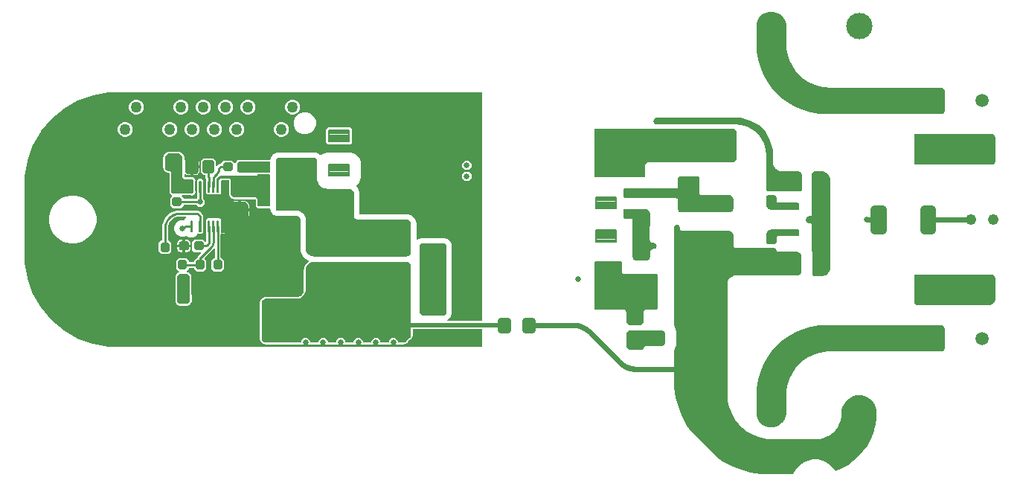
<source format=gbr>
G04 EAGLE Gerber RS-274X export*
G75*
%MOMM*%
%FSLAX34Y34*%
%LPD*%
%INBottom Copper*%
%IPPOS*%
%AMOC8*
5,1,8,0,0,1.08239X$1,22.5*%
G01*
%ADD10C,0.800000*%
%ADD11C,0.500000*%
%ADD12C,3.000000*%
%ADD13C,0.650000*%
%ADD14C,0.192000*%
%ADD15C,0.227500*%
%ADD16C,0.201000*%
%ADD17C,1.219200*%
%ADD18C,0.200000*%
%ADD19C,0.198000*%
%ADD20C,0.195000*%
%ADD21C,0.194400*%
%ADD22C,0.392500*%
%ADD23C,0.209000*%
%ADD24C,0.900000*%
%ADD25C,0.204000*%
%ADD26C,1.275000*%
%ADD27C,1.500000*%
%ADD28C,0.650000*%
%ADD29C,0.508000*%
%ADD30C,0.254000*%
%ADD31C,0.609600*%

G36*
X240020Y-144996D02*
X240020Y-144996D01*
X240039Y-144998D01*
X240141Y-144976D01*
X240243Y-144960D01*
X240260Y-144950D01*
X240280Y-144946D01*
X240369Y-144893D01*
X240460Y-144844D01*
X240474Y-144830D01*
X240491Y-144820D01*
X240558Y-144741D01*
X240630Y-144666D01*
X240638Y-144648D01*
X240651Y-144633D01*
X240690Y-144537D01*
X240733Y-144443D01*
X240735Y-144423D01*
X240743Y-144405D01*
X240761Y-144238D01*
X240761Y-125302D01*
X240758Y-125282D01*
X240760Y-125263D01*
X240738Y-125161D01*
X240722Y-125059D01*
X240712Y-125042D01*
X240708Y-125022D01*
X240655Y-124933D01*
X240606Y-124842D01*
X240592Y-124828D01*
X240582Y-124811D01*
X240503Y-124744D01*
X240428Y-124672D01*
X240410Y-124664D01*
X240395Y-124651D01*
X240299Y-124612D01*
X240205Y-124569D01*
X240185Y-124567D01*
X240167Y-124559D01*
X240000Y-124541D01*
X162762Y-124541D01*
X162742Y-124544D01*
X162723Y-124542D01*
X162621Y-124564D01*
X162519Y-124580D01*
X162502Y-124590D01*
X162482Y-124594D01*
X162393Y-124647D01*
X162302Y-124696D01*
X162288Y-124710D01*
X162271Y-124720D01*
X162204Y-124799D01*
X162132Y-124874D01*
X162124Y-124892D01*
X162111Y-124907D01*
X162072Y-125003D01*
X162029Y-125097D01*
X162027Y-125117D01*
X162019Y-125135D01*
X162001Y-125302D01*
X162001Y-128995D01*
X162010Y-129052D01*
X162010Y-129111D01*
X162030Y-129173D01*
X162040Y-129237D01*
X162068Y-129289D01*
X162070Y-129296D01*
X162004Y-130054D01*
X162005Y-130078D01*
X162001Y-130121D01*
X162001Y-130943D01*
X161989Y-131006D01*
X161966Y-131083D01*
X161967Y-131127D01*
X161959Y-131170D01*
X161970Y-131249D01*
X161972Y-131328D01*
X161987Y-131370D01*
X161993Y-131413D01*
X162001Y-131432D01*
X161843Y-132021D01*
X161840Y-132052D01*
X161820Y-132151D01*
X161769Y-132740D01*
X161761Y-132746D01*
X161704Y-132823D01*
X161641Y-132896D01*
X161636Y-132907D01*
X161630Y-132915D01*
X161625Y-132929D01*
X161614Y-132943D01*
X161554Y-133100D01*
X161554Y-133101D01*
X161553Y-133113D01*
X161548Y-133124D01*
X161548Y-133135D01*
X161544Y-133145D01*
X161540Y-133246D01*
X161531Y-133346D01*
X161534Y-133359D01*
X161533Y-133369D01*
X161536Y-133378D01*
X161535Y-133391D01*
X161564Y-133508D01*
X161312Y-134047D01*
X161304Y-134077D01*
X161267Y-134171D01*
X161114Y-134742D01*
X161109Y-134744D01*
X161037Y-134811D01*
X160961Y-134873D01*
X160954Y-134884D01*
X160947Y-134890D01*
X160940Y-134902D01*
X160929Y-134912D01*
X160842Y-135056D01*
X160841Y-135057D01*
X160838Y-135070D01*
X160830Y-135081D01*
X160828Y-135092D01*
X160822Y-135102D01*
X160802Y-135199D01*
X160775Y-135294D01*
X160776Y-135309D01*
X160773Y-135321D01*
X160774Y-135330D01*
X160771Y-135343D01*
X160779Y-135463D01*
X160438Y-135950D01*
X160424Y-135978D01*
X160371Y-136065D01*
X160121Y-136602D01*
X160105Y-136606D01*
X160029Y-136658D01*
X159948Y-136703D01*
X159940Y-136712D01*
X159931Y-136717D01*
X159919Y-136731D01*
X159901Y-136744D01*
X159792Y-136871D01*
X159792Y-136873D01*
X159788Y-136879D01*
X159783Y-136885D01*
X159779Y-136895D01*
X159772Y-136904D01*
X159732Y-137001D01*
X159689Y-137096D01*
X159688Y-137105D01*
X159685Y-137111D01*
X159684Y-137120D01*
X159680Y-137132D01*
X159666Y-137251D01*
X159246Y-137672D01*
X159228Y-137697D01*
X159161Y-137773D01*
X158822Y-138257D01*
X158817Y-138257D01*
X158726Y-138296D01*
X158633Y-138328D01*
X158624Y-138336D01*
X158614Y-138339D01*
X158604Y-138348D01*
X158590Y-138354D01*
X158459Y-138458D01*
X158458Y-138459D01*
X158450Y-138471D01*
X158439Y-138479D01*
X158433Y-138489D01*
X158424Y-138496D01*
X158372Y-138579D01*
X158315Y-138659D01*
X158310Y-138674D01*
X158303Y-138684D01*
X158301Y-138694D01*
X158294Y-138704D01*
X158260Y-138820D01*
X157773Y-139161D01*
X157751Y-139183D01*
X157672Y-139246D01*
X157254Y-139664D01*
X157248Y-139663D01*
X157152Y-139685D01*
X157056Y-139701D01*
X157045Y-139707D01*
X157035Y-139709D01*
X157024Y-139715D01*
X157008Y-139719D01*
X156861Y-139800D01*
X156860Y-139800D01*
X156850Y-139810D01*
X156839Y-139816D01*
X156831Y-139824D01*
X156821Y-139830D01*
X156755Y-139903D01*
X156684Y-139972D01*
X156677Y-139986D01*
X156669Y-139994D01*
X156665Y-140003D01*
X156657Y-140013D01*
X156603Y-140120D01*
X156065Y-140371D01*
X156039Y-140389D01*
X155950Y-140438D01*
X155466Y-140776D01*
X155462Y-140775D01*
X155363Y-140780D01*
X155264Y-140779D01*
X155252Y-140783D01*
X155242Y-140783D01*
X155231Y-140787D01*
X155216Y-140788D01*
X155057Y-140841D01*
X155056Y-140842D01*
X155044Y-140850D01*
X155030Y-140854D01*
X155021Y-140861D01*
X155010Y-140865D01*
X154933Y-140925D01*
X154852Y-140980D01*
X154843Y-140993D01*
X154832Y-141001D01*
X154827Y-141008D01*
X154817Y-141016D01*
X154746Y-141113D01*
X154171Y-141267D01*
X154143Y-141280D01*
X154047Y-141312D01*
X153510Y-141563D01*
X153495Y-141556D01*
X153403Y-141546D01*
X153313Y-141529D01*
X153300Y-141531D01*
X153290Y-141529D01*
X153272Y-141532D01*
X153250Y-141530D01*
X153085Y-141558D01*
X153083Y-141559D01*
X153076Y-141562D01*
X153069Y-141563D01*
X153059Y-141568D01*
X153048Y-141570D01*
X152956Y-141619D01*
X152861Y-141663D01*
X152854Y-141670D01*
X152849Y-141673D01*
X152842Y-141679D01*
X152831Y-141685D01*
X152744Y-141768D01*
X152151Y-141820D01*
X152121Y-141828D01*
X152021Y-141843D01*
X151421Y-142004D01*
X151412Y-142002D01*
X151337Y-141973D01*
X151293Y-141972D01*
X151251Y-141961D01*
X151171Y-141967D01*
X151091Y-141964D01*
X151049Y-141977D01*
X151005Y-141980D01*
X150957Y-142001D01*
X150121Y-142001D01*
X150097Y-142005D01*
X150054Y-142004D01*
X149300Y-142070D01*
X149273Y-142053D01*
X149216Y-142041D01*
X149161Y-142019D01*
X149063Y-142008D01*
X149032Y-142002D01*
X149018Y-142003D01*
X148995Y-142001D01*
X-4034Y-142001D01*
X-4082Y-142009D01*
X-4131Y-142007D01*
X-4202Y-142028D01*
X-4276Y-142040D01*
X-4320Y-142063D01*
X-4366Y-142077D01*
X-4376Y-142084D01*
X-5070Y-142006D01*
X-5099Y-142007D01*
X-5155Y-142001D01*
X-5742Y-142001D01*
X-5828Y-142015D01*
X-5915Y-142020D01*
X-5960Y-142036D01*
X-5982Y-142040D01*
X-6480Y-141866D01*
X-6481Y-141866D01*
X-6482Y-141865D01*
X-6646Y-141828D01*
X-7282Y-141756D01*
X-7362Y-141714D01*
X-7390Y-141710D01*
X-7415Y-141699D01*
X-7442Y-141696D01*
X-7970Y-141365D01*
X-7971Y-141364D01*
X-7973Y-141363D01*
X-8124Y-141291D01*
X-8728Y-141079D01*
X-8797Y-141020D01*
X-8823Y-141010D01*
X-8845Y-140993D01*
X-8871Y-140985D01*
X-9312Y-140544D01*
X-9313Y-140543D01*
X-9314Y-140542D01*
X-9445Y-140438D01*
X-9987Y-140097D01*
X-10042Y-140024D01*
X-10064Y-140009D01*
X-10082Y-139988D01*
X-10106Y-139974D01*
X-10438Y-139445D01*
X-10439Y-139444D01*
X-10439Y-139443D01*
X-10544Y-139312D01*
X-10997Y-138859D01*
X-11033Y-138777D01*
X-11052Y-138756D01*
X-11065Y-138732D01*
X-11084Y-138713D01*
X-11291Y-138124D01*
X-11291Y-138123D01*
X-11291Y-138121D01*
X-11365Y-137970D01*
X-11705Y-137428D01*
X-11722Y-137339D01*
X-11736Y-137315D01*
X-11743Y-137289D01*
X-11758Y-137266D01*
X-11828Y-136646D01*
X-11828Y-136645D01*
X-11828Y-136643D01*
X-11866Y-136480D01*
X-12044Y-135971D01*
X-12019Y-135909D01*
X-12014Y-135862D01*
X-12007Y-135837D01*
X-12008Y-135806D01*
X-12001Y-135742D01*
X-12001Y-135155D01*
X-12005Y-135127D01*
X-12006Y-135070D01*
X-12085Y-134364D01*
X-12083Y-134359D01*
X-12047Y-134294D01*
X-12037Y-134246D01*
X-12019Y-134200D01*
X-12005Y-134075D01*
X-12001Y-134052D01*
X-12002Y-134045D01*
X-12001Y-134034D01*
X-12001Y-95966D01*
X-12009Y-95918D01*
X-12007Y-95869D01*
X-12028Y-95798D01*
X-12040Y-95724D01*
X-12063Y-95680D01*
X-12077Y-95634D01*
X-12084Y-95624D01*
X-12006Y-94930D01*
X-12007Y-94901D01*
X-12001Y-94845D01*
X-12001Y-94258D01*
X-12015Y-94172D01*
X-12020Y-94085D01*
X-12036Y-94040D01*
X-12040Y-94018D01*
X-11866Y-93520D01*
X-11866Y-93519D01*
X-11865Y-93518D01*
X-11828Y-93354D01*
X-11756Y-92718D01*
X-11714Y-92638D01*
X-11710Y-92610D01*
X-11699Y-92585D01*
X-11696Y-92558D01*
X-11365Y-92030D01*
X-11364Y-92028D01*
X-11363Y-92027D01*
X-11291Y-91876D01*
X-11079Y-91272D01*
X-11020Y-91203D01*
X-11010Y-91177D01*
X-10993Y-91155D01*
X-10985Y-91129D01*
X-10544Y-90688D01*
X-10543Y-90687D01*
X-10542Y-90686D01*
X-10438Y-90555D01*
X-10111Y-90034D01*
X-10073Y-89995D01*
X-10024Y-89958D01*
X-10009Y-89936D01*
X-9988Y-89918D01*
X-9974Y-89894D01*
X-9445Y-89562D01*
X-9444Y-89561D01*
X-9443Y-89561D01*
X-9312Y-89456D01*
X-8859Y-89003D01*
X-8777Y-88967D01*
X-8756Y-88948D01*
X-8732Y-88935D01*
X-8713Y-88916D01*
X-8124Y-88709D01*
X-8123Y-88709D01*
X-8121Y-88709D01*
X-7970Y-88635D01*
X-7428Y-88295D01*
X-7339Y-88278D01*
X-7315Y-88264D01*
X-7289Y-88257D01*
X-7266Y-88242D01*
X-6646Y-88172D01*
X-6645Y-88172D01*
X-6643Y-88172D01*
X-6480Y-88134D01*
X-5971Y-87956D01*
X-5909Y-87981D01*
X-5862Y-87986D01*
X-5837Y-87993D01*
X-5806Y-87992D01*
X-5742Y-87999D01*
X-5155Y-87999D01*
X-5127Y-87995D01*
X-5070Y-87994D01*
X-4364Y-87915D01*
X-4359Y-87917D01*
X-4294Y-87953D01*
X-4246Y-87963D01*
X-4200Y-87981D01*
X-4075Y-87995D01*
X-4052Y-87999D01*
X-4045Y-87998D01*
X-4034Y-87999D01*
X29879Y-87999D01*
X29903Y-87995D01*
X29946Y-87996D01*
X31321Y-87876D01*
X31352Y-87868D01*
X31452Y-87853D01*
X32669Y-87527D01*
X32698Y-87514D01*
X32794Y-87482D01*
X33935Y-86949D01*
X33961Y-86931D01*
X34050Y-86883D01*
X35082Y-86160D01*
X35105Y-86138D01*
X35184Y-86075D01*
X36075Y-85184D01*
X36093Y-85159D01*
X36160Y-85082D01*
X36883Y-84050D01*
X36896Y-84022D01*
X36949Y-83935D01*
X37482Y-82794D01*
X37490Y-82763D01*
X37527Y-82669D01*
X37853Y-81452D01*
X37856Y-81421D01*
X37876Y-81321D01*
X37996Y-79946D01*
X37995Y-79922D01*
X37999Y-79879D01*
X37999Y-59005D01*
X37990Y-58948D01*
X37990Y-58889D01*
X37970Y-58827D01*
X37960Y-58763D01*
X37932Y-58711D01*
X37930Y-58704D01*
X37996Y-57946D01*
X37995Y-57922D01*
X37999Y-57879D01*
X37999Y-57056D01*
X38011Y-56994D01*
X38034Y-56917D01*
X38033Y-56873D01*
X38041Y-56830D01*
X38030Y-56751D01*
X38028Y-56671D01*
X38013Y-56630D01*
X38007Y-56587D01*
X37999Y-56569D01*
X38157Y-55979D01*
X38160Y-55948D01*
X38180Y-55849D01*
X38231Y-55260D01*
X38291Y-55184D01*
X38359Y-55104D01*
X38364Y-55093D01*
X38370Y-55085D01*
X38373Y-55079D01*
X38378Y-55072D01*
X38441Y-54917D01*
X38442Y-54915D01*
X38444Y-54895D01*
X38452Y-54876D01*
X38452Y-54865D01*
X38456Y-54855D01*
X38460Y-54763D01*
X38470Y-54671D01*
X38466Y-54649D01*
X38467Y-54631D01*
X38464Y-54622D01*
X38465Y-54609D01*
X38436Y-54492D01*
X38688Y-53953D01*
X38696Y-53923D01*
X38733Y-53829D01*
X38886Y-53258D01*
X38891Y-53256D01*
X38963Y-53189D01*
X39039Y-53127D01*
X39046Y-53116D01*
X39053Y-53110D01*
X39060Y-53098D01*
X39071Y-53088D01*
X39158Y-52944D01*
X39159Y-52943D01*
X39162Y-52930D01*
X39170Y-52919D01*
X39172Y-52908D01*
X39178Y-52898D01*
X39198Y-52801D01*
X39225Y-52706D01*
X39224Y-52691D01*
X39227Y-52679D01*
X39226Y-52670D01*
X39229Y-52657D01*
X39221Y-52537D01*
X39562Y-52050D01*
X39576Y-52022D01*
X39629Y-51935D01*
X39878Y-51401D01*
X39882Y-51400D01*
X39965Y-51346D01*
X40052Y-51297D01*
X40060Y-51288D01*
X40069Y-51283D01*
X40076Y-51274D01*
X40089Y-51266D01*
X40200Y-51140D01*
X40200Y-51139D01*
X40207Y-51126D01*
X40217Y-51115D01*
X40221Y-51105D01*
X40228Y-51096D01*
X40265Y-51005D01*
X40307Y-50917D01*
X40310Y-50901D01*
X40315Y-50889D01*
X40316Y-50880D01*
X40320Y-50868D01*
X40334Y-50749D01*
X40754Y-50328D01*
X40772Y-50303D01*
X40839Y-50227D01*
X41178Y-49743D01*
X41183Y-49743D01*
X41274Y-49704D01*
X41367Y-49672D01*
X41376Y-49664D01*
X41386Y-49661D01*
X41396Y-49652D01*
X41410Y-49646D01*
X41541Y-49542D01*
X41542Y-49541D01*
X41550Y-49529D01*
X41561Y-49521D01*
X41567Y-49511D01*
X41576Y-49504D01*
X41628Y-49421D01*
X41685Y-49341D01*
X41690Y-49326D01*
X41697Y-49316D01*
X41699Y-49306D01*
X41706Y-49296D01*
X41740Y-49180D01*
X42227Y-48839D01*
X42249Y-48817D01*
X42328Y-48754D01*
X42746Y-48336D01*
X42752Y-48337D01*
X42848Y-48315D01*
X42944Y-48299D01*
X42955Y-48293D01*
X42965Y-48291D01*
X42976Y-48285D01*
X42992Y-48281D01*
X43139Y-48200D01*
X43140Y-48200D01*
X43150Y-48190D01*
X43161Y-48184D01*
X43169Y-48176D01*
X43179Y-48170D01*
X43245Y-48097D01*
X43316Y-48028D01*
X43323Y-48014D01*
X43331Y-48006D01*
X43335Y-47997D01*
X43343Y-47987D01*
X43401Y-47872D01*
X43428Y-47861D01*
X43494Y-47806D01*
X43564Y-47758D01*
X43587Y-47727D01*
X43617Y-47702D01*
X43661Y-47630D01*
X43712Y-47562D01*
X43724Y-47525D01*
X43745Y-47492D01*
X43763Y-47409D01*
X43790Y-47329D01*
X43790Y-47290D01*
X43799Y-47252D01*
X43790Y-47168D01*
X43790Y-47083D01*
X43778Y-47046D01*
X43774Y-47008D01*
X43738Y-46930D01*
X43711Y-46850D01*
X43688Y-46819D01*
X43672Y-46784D01*
X43614Y-46722D01*
X43562Y-46654D01*
X43530Y-46632D01*
X43504Y-46604D01*
X43361Y-46517D01*
X43135Y-46412D01*
X43131Y-46411D01*
X42978Y-46358D01*
X42536Y-46260D01*
X42043Y-45915D01*
X42014Y-45901D01*
X41928Y-45849D01*
X41382Y-45594D01*
X41076Y-45260D01*
X41073Y-45258D01*
X40952Y-45151D01*
X40737Y-45001D01*
X40733Y-44999D01*
X40592Y-44921D01*
X40173Y-44748D01*
X39747Y-44322D01*
X39722Y-44304D01*
X39646Y-44237D01*
X39152Y-43891D01*
X38909Y-43509D01*
X38906Y-43506D01*
X38805Y-43380D01*
X38620Y-43195D01*
X38617Y-43192D01*
X38491Y-43091D01*
X38109Y-42848D01*
X37763Y-42354D01*
X37742Y-42332D01*
X37678Y-42253D01*
X37252Y-41827D01*
X37079Y-41408D01*
X37077Y-41405D01*
X36999Y-41263D01*
X36849Y-41049D01*
X36846Y-41046D01*
X36795Y-40987D01*
X36790Y-40978D01*
X36780Y-40970D01*
X36740Y-40924D01*
X36406Y-40618D01*
X36151Y-40072D01*
X36134Y-40046D01*
X36085Y-39957D01*
X35740Y-39464D01*
X35642Y-39022D01*
X35640Y-39018D01*
X35613Y-38937D01*
X35606Y-38906D01*
X35597Y-38891D01*
X35588Y-38865D01*
X35478Y-38627D01*
X35475Y-38624D01*
X35392Y-38486D01*
X35116Y-38126D01*
X34960Y-37545D01*
X34947Y-37516D01*
X34915Y-37420D01*
X34660Y-36874D01*
X34640Y-36422D01*
X34640Y-36418D01*
X34615Y-36258D01*
X34547Y-36005D01*
X34546Y-36001D01*
X34487Y-35850D01*
X34278Y-35449D01*
X34226Y-34849D01*
X34218Y-34819D01*
X34203Y-34718D01*
X34047Y-34137D01*
X34103Y-33710D01*
X34099Y-33595D01*
X34098Y-33481D01*
X34095Y-33471D01*
X34095Y-33464D01*
X34087Y-33444D01*
X34051Y-33319D01*
X33999Y-33194D01*
X33999Y-32295D01*
X33995Y-32272D01*
X33996Y-32229D01*
X33918Y-31334D01*
X33964Y-31188D01*
X33969Y-31156D01*
X33981Y-31126D01*
X33999Y-30959D01*
X33999Y-295D01*
X33995Y-272D01*
X33996Y-229D01*
X33922Y624D01*
X33914Y654D01*
X33899Y755D01*
X33754Y1296D01*
X33741Y1324D01*
X33708Y1420D01*
X33472Y1928D01*
X33454Y1954D01*
X33405Y2043D01*
X33084Y2501D01*
X33062Y2524D01*
X32999Y2603D01*
X32603Y2999D01*
X32578Y3017D01*
X32501Y3084D01*
X32043Y3405D01*
X32015Y3419D01*
X31928Y3472D01*
X31420Y3708D01*
X31390Y3717D01*
X31296Y3754D01*
X30755Y3899D01*
X30724Y3902D01*
X30624Y3922D01*
X29771Y3996D01*
X29747Y3995D01*
X29705Y3999D01*
X9390Y3999D01*
X9375Y3997D01*
X9359Y3999D01*
X9193Y3973D01*
X8900Y3895D01*
X8156Y3993D01*
X8124Y3992D01*
X8057Y3999D01*
X7306Y3999D01*
X7241Y4027D01*
X7177Y4041D01*
X7116Y4066D01*
X7033Y4075D01*
X7001Y4083D01*
X6982Y4081D01*
X6949Y4084D01*
X6659Y4084D01*
X6379Y4201D01*
X6364Y4204D01*
X6350Y4212D01*
X6187Y4252D01*
X5886Y4292D01*
X5339Y4608D01*
X5324Y4613D01*
X5311Y4623D01*
X5155Y4684D01*
X4544Y4847D01*
X4303Y5032D01*
X4289Y5040D01*
X4278Y5051D01*
X4131Y5132D01*
X3851Y5248D01*
X3404Y5695D01*
X3391Y5704D01*
X3381Y5717D01*
X3246Y5816D01*
X2698Y6132D01*
X2513Y6373D01*
X2502Y6384D01*
X2494Y6397D01*
X2373Y6513D01*
X2132Y6698D01*
X1816Y7246D01*
X1806Y7258D01*
X1800Y7273D01*
X1695Y7404D01*
X1248Y7851D01*
X1132Y8131D01*
X1123Y8145D01*
X1119Y8160D01*
X1032Y8303D01*
X848Y8544D01*
X684Y9155D01*
X677Y9169D01*
X675Y9185D01*
X608Y9339D01*
X292Y9886D01*
X252Y10187D01*
X247Y10202D01*
X247Y10218D01*
X201Y10379D01*
X84Y10659D01*
X84Y10949D01*
X74Y11014D01*
X73Y11080D01*
X50Y11160D01*
X45Y11192D01*
X36Y11209D01*
X27Y11241D01*
X-1Y11306D01*
X-1Y12057D01*
X-6Y12088D01*
X-7Y12156D01*
X-21Y12260D01*
X-28Y12285D01*
X-29Y12311D01*
X-64Y12402D01*
X-92Y12496D01*
X-107Y12517D01*
X-116Y12541D01*
X-178Y12617D01*
X-234Y12696D01*
X-256Y12711D01*
X-272Y12732D01*
X-354Y12783D01*
X-433Y12841D01*
X-458Y12849D01*
X-480Y12862D01*
X-575Y12885D01*
X-668Y12914D01*
X-694Y12914D01*
X-719Y12920D01*
X-817Y12911D01*
X-914Y12909D01*
X-938Y12901D01*
X-964Y12898D01*
X-1002Y12884D01*
X-1179Y12941D01*
X-1273Y12956D01*
X-1365Y12977D01*
X-1401Y12975D01*
X-1422Y12978D01*
X-1454Y12973D01*
X-1533Y12969D01*
X-2013Y12893D01*
X-2088Y12923D01*
X-2170Y12964D01*
X-2201Y12969D01*
X-2231Y12981D01*
X-2397Y12999D01*
X-12603Y12999D01*
X-12634Y12994D01*
X-12666Y12997D01*
X-12755Y12974D01*
X-12845Y12960D01*
X-12873Y12945D01*
X-12904Y12937D01*
X-12982Y12892D01*
X-13467Y12969D01*
X-13562Y12969D01*
X-13657Y12975D01*
X-13692Y12968D01*
X-13713Y12968D01*
X-13744Y12957D01*
X-13821Y12941D01*
X-13979Y12890D01*
X-14030Y12916D01*
X-14121Y12945D01*
X-14209Y12981D01*
X-14245Y12985D01*
X-14265Y12991D01*
X-14298Y12991D01*
X-14327Y12994D01*
X-14405Y13041D01*
X-14480Y13094D01*
X-14510Y13104D01*
X-14538Y13120D01*
X-14699Y13164D01*
X-14804Y13181D01*
X-14837Y13181D01*
X-14923Y13190D01*
X-14932Y13190D01*
X-14936Y13197D01*
X-14960Y13220D01*
X-15014Y13288D01*
X-15193Y13467D01*
X-15222Y13488D01*
X-15246Y13515D01*
X-15386Y13607D01*
X-15611Y13722D01*
X-15643Y13732D01*
X-15722Y13768D01*
X-15730Y13770D01*
X-15732Y13778D01*
X-15747Y13807D01*
X-15778Y13889D01*
X-15893Y14114D01*
X-15914Y14143D01*
X-15928Y14176D01*
X-16033Y14307D01*
X-16212Y14486D01*
X-16239Y14505D01*
X-16303Y14563D01*
X-16310Y14568D01*
X-16310Y14577D01*
X-16315Y14609D01*
X-16319Y14696D01*
X-16336Y14801D01*
X-16346Y14831D01*
X-16348Y14863D01*
X-16384Y14947D01*
X-16413Y15034D01*
X-16432Y15060D01*
X-16445Y15089D01*
X-16508Y15168D01*
X-16516Y15218D01*
X-16524Y15313D01*
X-16537Y15346D01*
X-16540Y15367D01*
X-16556Y15396D01*
X-16584Y15470D01*
X-16610Y15521D01*
X-16559Y15679D01*
X-16544Y15773D01*
X-16523Y15865D01*
X-16525Y15901D01*
X-16522Y15922D01*
X-16527Y15954D01*
X-16531Y16033D01*
X-16607Y16513D01*
X-16577Y16588D01*
X-16536Y16670D01*
X-16531Y16701D01*
X-16519Y16731D01*
X-16501Y16897D01*
X-16501Y22238D01*
X-16504Y22258D01*
X-16502Y22277D01*
X-16524Y22379D01*
X-16540Y22481D01*
X-16550Y22498D01*
X-16554Y22518D01*
X-16607Y22607D01*
X-16656Y22698D01*
X-16670Y22712D01*
X-16680Y22729D01*
X-16759Y22796D01*
X-16834Y22868D01*
X-16852Y22876D01*
X-16867Y22889D01*
X-16963Y22928D01*
X-17057Y22971D01*
X-17077Y22973D01*
X-17095Y22981D01*
X-17262Y22999D01*
X-39034Y22999D01*
X-39082Y22991D01*
X-39131Y22993D01*
X-39202Y22972D01*
X-39276Y22960D01*
X-39320Y22937D01*
X-39366Y22923D01*
X-39376Y22916D01*
X-40070Y22994D01*
X-40099Y22993D01*
X-40155Y22999D01*
X-40742Y22999D01*
X-40828Y22985D01*
X-40915Y22980D01*
X-40960Y22964D01*
X-40982Y22960D01*
X-41480Y23134D01*
X-41481Y23134D01*
X-41482Y23135D01*
X-41646Y23172D01*
X-42282Y23244D01*
X-42362Y23286D01*
X-42390Y23290D01*
X-42415Y23301D01*
X-42442Y23304D01*
X-42970Y23635D01*
X-42972Y23636D01*
X-42973Y23637D01*
X-43124Y23709D01*
X-43728Y23921D01*
X-43797Y23980D01*
X-43823Y23990D01*
X-43845Y24007D01*
X-43871Y24015D01*
X-44312Y24456D01*
X-44313Y24457D01*
X-44314Y24458D01*
X-44445Y24562D01*
X-44987Y24903D01*
X-45042Y24976D01*
X-45064Y24991D01*
X-45082Y25012D01*
X-45106Y25026D01*
X-45438Y25555D01*
X-45439Y25556D01*
X-45439Y25557D01*
X-45544Y25688D01*
X-45997Y26141D01*
X-46033Y26223D01*
X-46052Y26244D01*
X-46065Y26268D01*
X-46084Y26287D01*
X-46291Y26876D01*
X-46291Y26877D01*
X-46291Y26879D01*
X-46365Y27030D01*
X-46705Y27572D01*
X-46722Y27661D01*
X-46736Y27685D01*
X-46743Y27711D01*
X-46758Y27734D01*
X-46828Y28354D01*
X-46828Y28355D01*
X-46828Y28357D01*
X-46866Y28520D01*
X-47044Y29029D01*
X-47019Y29091D01*
X-47014Y29138D01*
X-47007Y29163D01*
X-47008Y29194D01*
X-47001Y29258D01*
X-47001Y29845D01*
X-47005Y29873D01*
X-47006Y29930D01*
X-47085Y30636D01*
X-47083Y30641D01*
X-47047Y30706D01*
X-47037Y30754D01*
X-47019Y30800D01*
X-47005Y30925D01*
X-47001Y30948D01*
X-47002Y30955D01*
X-47001Y30966D01*
X-47001Y43738D01*
X-47004Y43758D01*
X-47002Y43777D01*
X-47024Y43879D01*
X-47040Y43981D01*
X-47050Y43998D01*
X-47054Y44018D01*
X-47107Y44107D01*
X-47156Y44198D01*
X-47170Y44212D01*
X-47180Y44229D01*
X-47259Y44296D01*
X-47334Y44368D01*
X-47352Y44376D01*
X-47367Y44389D01*
X-47463Y44428D01*
X-47557Y44471D01*
X-47577Y44473D01*
X-47595Y44481D01*
X-47762Y44499D01*
X-50738Y44499D01*
X-50758Y44496D01*
X-50777Y44498D01*
X-50879Y44476D01*
X-50981Y44460D01*
X-50998Y44450D01*
X-51018Y44446D01*
X-51107Y44393D01*
X-51198Y44344D01*
X-51212Y44330D01*
X-51217Y44327D01*
X-51480Y44436D01*
X-51481Y44436D01*
X-51482Y44437D01*
X-51999Y44505D01*
X-52000Y44505D01*
X-55500Y44505D01*
X-55501Y44505D01*
X-55810Y44456D01*
X-55810Y44455D01*
X-55811Y44455D01*
X-55811Y44456D01*
X-56090Y44313D01*
X-56091Y44313D01*
X-56313Y44091D01*
X-56313Y44090D01*
X-56456Y43811D01*
X-56455Y43811D01*
X-56456Y43810D01*
X-56505Y43502D01*
X-56504Y43501D01*
X-56505Y43501D01*
X-56505Y30260D01*
X-56505Y28664D01*
X-56655Y28704D01*
X-57037Y28924D01*
X-57078Y28940D01*
X-57115Y28964D01*
X-57192Y28983D01*
X-57267Y29011D01*
X-57311Y29013D01*
X-57353Y29024D01*
X-57433Y29018D01*
X-57513Y29021D01*
X-57555Y29008D01*
X-57598Y29005D01*
X-57672Y28973D01*
X-57749Y28951D01*
X-57785Y28925D01*
X-57825Y28908D01*
X-57938Y28818D01*
X-57950Y28809D01*
X-57952Y28807D01*
X-57956Y28804D01*
X-58024Y28735D01*
X-58044Y28708D01*
X-58102Y28644D01*
X-58124Y28614D01*
X-58231Y28528D01*
X-58260Y28499D01*
X-58624Y28499D01*
X-58718Y28484D01*
X-58813Y28476D01*
X-58846Y28463D01*
X-58867Y28460D01*
X-58896Y28444D01*
X-58970Y28416D01*
X-59021Y28390D01*
X-59179Y28441D01*
X-59273Y28456D01*
X-59365Y28477D01*
X-59401Y28475D01*
X-59422Y28478D01*
X-59454Y28473D01*
X-59533Y28469D01*
X-59811Y28425D01*
X-59901Y28395D01*
X-59948Y28383D01*
X-59951Y28384D01*
X-60027Y28381D01*
X-60062Y28390D01*
X-60081Y28400D01*
X-60113Y28404D01*
X-60189Y28425D01*
X-60467Y28469D01*
X-60562Y28469D01*
X-60657Y28475D01*
X-60692Y28468D01*
X-60713Y28468D01*
X-60744Y28457D01*
X-60821Y28441D01*
X-60979Y28390D01*
X-61030Y28416D01*
X-61121Y28445D01*
X-61209Y28481D01*
X-61245Y28485D01*
X-61265Y28491D01*
X-61298Y28491D01*
X-61376Y28499D01*
X-61740Y28499D01*
X-61769Y28528D01*
X-61795Y28547D01*
X-61815Y28571D01*
X-61868Y28602D01*
X-61886Y28628D01*
X-61943Y28684D01*
X-61993Y28746D01*
X-62030Y28770D01*
X-62061Y28801D01*
X-62133Y28836D01*
X-62199Y28879D01*
X-62242Y28890D01*
X-62282Y28909D01*
X-62361Y28920D01*
X-62438Y28939D01*
X-62482Y28936D01*
X-62526Y28941D01*
X-62604Y28926D01*
X-62683Y28920D01*
X-62724Y28903D01*
X-62767Y28894D01*
X-62836Y28855D01*
X-62910Y28824D01*
X-62955Y28787D01*
X-62981Y28772D01*
X-62999Y28752D01*
X-63041Y28719D01*
X-63260Y28499D01*
X-66740Y28499D01*
X-66962Y28721D01*
X-66978Y28733D01*
X-66990Y28748D01*
X-67078Y28804D01*
X-67161Y28864D01*
X-67180Y28870D01*
X-67197Y28881D01*
X-67298Y28906D01*
X-67397Y28937D01*
X-67417Y28936D01*
X-67436Y28941D01*
X-67539Y28933D01*
X-67642Y28930D01*
X-67661Y28924D01*
X-67681Y28922D01*
X-67776Y28882D01*
X-67873Y28846D01*
X-67889Y28834D01*
X-67907Y28826D01*
X-68038Y28721D01*
X-68260Y28499D01*
X-71740Y28499D01*
X-73501Y30260D01*
X-73501Y44740D01*
X-73494Y44747D01*
X-73441Y44821D01*
X-73381Y44890D01*
X-73369Y44920D01*
X-73350Y44947D01*
X-73323Y45034D01*
X-73289Y45119D01*
X-73285Y45159D01*
X-73278Y45182D01*
X-73279Y45214D01*
X-73271Y45285D01*
X-73271Y46330D01*
X-73285Y46420D01*
X-73293Y46511D01*
X-73305Y46541D01*
X-73310Y46573D01*
X-73353Y46653D01*
X-73389Y46737D01*
X-73415Y46769D01*
X-73426Y46790D01*
X-73449Y46812D01*
X-73494Y46868D01*
X-73771Y47145D01*
X-73771Y49738D01*
X-73774Y49758D01*
X-73772Y49777D01*
X-73794Y49879D01*
X-73810Y49981D01*
X-73820Y49998D01*
X-73824Y50018D01*
X-73877Y50107D01*
X-73926Y50198D01*
X-73940Y50212D01*
X-73950Y50229D01*
X-74029Y50296D01*
X-74104Y50368D01*
X-74122Y50376D01*
X-74137Y50389D01*
X-74233Y50428D01*
X-74327Y50471D01*
X-74347Y50473D01*
X-74365Y50481D01*
X-74532Y50499D01*
X-75925Y50499D01*
X-79001Y53575D01*
X-79001Y66425D01*
X-75925Y69501D01*
X-65075Y69501D01*
X-61999Y66425D01*
X-61999Y61625D01*
X-61992Y61578D01*
X-61993Y61530D01*
X-61972Y61457D01*
X-61960Y61383D01*
X-61937Y61340D01*
X-61923Y61294D01*
X-61880Y61232D01*
X-61844Y61165D01*
X-61810Y61132D01*
X-61782Y61093D01*
X-61721Y61048D01*
X-61666Y60996D01*
X-61623Y60976D01*
X-61584Y60947D01*
X-61512Y60924D01*
X-61443Y60892D01*
X-61395Y60887D01*
X-61350Y60872D01*
X-61274Y60874D01*
X-61199Y60865D01*
X-61152Y60875D01*
X-61104Y60876D01*
X-61032Y60901D01*
X-60958Y60917D01*
X-60917Y60942D01*
X-60872Y60958D01*
X-60812Y61005D01*
X-60747Y61044D01*
X-60716Y61080D01*
X-60678Y61110D01*
X-60602Y61214D01*
X-60587Y61231D01*
X-60585Y61237D01*
X-60579Y61245D01*
X-60456Y61457D01*
X-57314Y63271D01*
X-56762Y63271D01*
X-56742Y63274D01*
X-56723Y63272D01*
X-56621Y63294D01*
X-56519Y63310D01*
X-56502Y63320D01*
X-56482Y63324D01*
X-56393Y63377D01*
X-56302Y63426D01*
X-56288Y63440D01*
X-56271Y63450D01*
X-56204Y63529D01*
X-56132Y63604D01*
X-56124Y63622D01*
X-56111Y63637D01*
X-56072Y63733D01*
X-56029Y63827D01*
X-56027Y63847D01*
X-56019Y63865D01*
X-56001Y64032D01*
X-56001Y64364D01*
X-53364Y67001D01*
X-43636Y67001D01*
X-40937Y64302D01*
X-40852Y64241D01*
X-40770Y64176D01*
X-40752Y64169D01*
X-40737Y64159D01*
X-40637Y64128D01*
X-40539Y64092D01*
X-40520Y64092D01*
X-40502Y64086D01*
X-40398Y64089D01*
X-40293Y64087D01*
X-40275Y64092D01*
X-40256Y64093D01*
X-40158Y64129D01*
X-40058Y64160D01*
X-40043Y64171D01*
X-40025Y64177D01*
X-39943Y64243D01*
X-39859Y64304D01*
X-39845Y64322D01*
X-39833Y64331D01*
X-39816Y64357D01*
X-39754Y64435D01*
X-39513Y64820D01*
X-39512Y64821D01*
X-39512Y64822D01*
X-39439Y64973D01*
X-39280Y65428D01*
X-39272Y65472D01*
X-39263Y65496D01*
X-39231Y65521D01*
X-39219Y65530D01*
X-39216Y65533D01*
X-39212Y65536D01*
X-38871Y65877D01*
X-38870Y65878D01*
X-38869Y65879D01*
X-38765Y66010D01*
X-38509Y66418D01*
X-38491Y66459D01*
X-38477Y66480D01*
X-38440Y66498D01*
X-38426Y66504D01*
X-38423Y66506D01*
X-38418Y66509D01*
X-38010Y66765D01*
X-38009Y66766D01*
X-38008Y66766D01*
X-37987Y66783D01*
X-37986Y66784D01*
X-37877Y66871D01*
X-37536Y67212D01*
X-37510Y67248D01*
X-37491Y67265D01*
X-37452Y67274D01*
X-37437Y67277D01*
X-37434Y67279D01*
X-37428Y67280D01*
X-36973Y67439D01*
X-36972Y67440D01*
X-36971Y67440D01*
X-36820Y67513D01*
X-36411Y67770D01*
X-36378Y67799D01*
X-36356Y67811D01*
X-36315Y67812D01*
X-36300Y67811D01*
X-36297Y67812D01*
X-36291Y67812D01*
X-35812Y67866D01*
X-35811Y67866D01*
X-35809Y67866D01*
X-35646Y67903D01*
X-35472Y67964D01*
X-35395Y68006D01*
X-35380Y68013D01*
X-35269Y68038D01*
X-35254Y68040D01*
X-35251Y68042D01*
X-35246Y68043D01*
X-35156Y68075D01*
X-35078Y68052D01*
X-34997Y68019D01*
X-34950Y68014D01*
X-34925Y68007D01*
X-34894Y68008D01*
X-34831Y68001D01*
X-34655Y68001D01*
X-34626Y68005D01*
X-34570Y68006D01*
X-33864Y68085D01*
X-33859Y68083D01*
X-33794Y68047D01*
X-33746Y68037D01*
X-33700Y68019D01*
X-33575Y68005D01*
X-33552Y68001D01*
X-33545Y68002D01*
X-33534Y68001D01*
X-2397Y68001D01*
X-2366Y68006D01*
X-2334Y68003D01*
X-2245Y68026D01*
X-2155Y68040D01*
X-2127Y68055D01*
X-2096Y68063D01*
X-2018Y68108D01*
X-1533Y68031D01*
X-1438Y68031D01*
X-1343Y68025D01*
X-1308Y68032D01*
X-1287Y68032D01*
X-1256Y68043D01*
X-1179Y68059D01*
X-1016Y68112D01*
X-971Y68097D01*
X-907Y68067D01*
X-855Y68060D01*
X-805Y68044D01*
X-734Y68045D01*
X-663Y68037D01*
X-611Y68047D01*
X-559Y68048D01*
X-492Y68072D01*
X-422Y68086D01*
X-377Y68113D01*
X-327Y68130D01*
X-271Y68174D01*
X-210Y68210D01*
X-175Y68249D01*
X-133Y68282D01*
X-94Y68341D01*
X-47Y68395D01*
X-16Y68460D01*
X2Y68487D01*
X8Y68510D01*
X25Y68546D01*
X160Y68930D01*
X160Y68932D01*
X161Y68933D01*
X198Y69097D01*
X246Y69526D01*
X432Y69863D01*
X447Y69905D01*
X470Y69942D01*
X510Y70080D01*
X515Y70095D01*
X515Y70098D01*
X517Y70104D01*
X581Y70484D01*
X811Y70849D01*
X811Y70850D01*
X812Y70851D01*
X885Y71003D01*
X1027Y71410D01*
X1284Y71698D01*
X1308Y71735D01*
X1339Y71767D01*
X1408Y71892D01*
X1416Y71905D01*
X1417Y71909D01*
X1420Y71914D01*
X1567Y72270D01*
X1873Y72575D01*
X1873Y72576D01*
X1875Y72577D01*
X1979Y72708D01*
X2209Y73074D01*
X2523Y73297D01*
X2554Y73328D01*
X2592Y73352D01*
X2687Y73459D01*
X2698Y73470D01*
X2700Y73473D01*
X2703Y73477D01*
X2926Y73791D01*
X3292Y74021D01*
X3293Y74022D01*
X3294Y74023D01*
X3425Y74127D01*
X3730Y74433D01*
X4086Y74580D01*
X4124Y74604D01*
X4166Y74619D01*
X4283Y74702D01*
X4296Y74710D01*
X4298Y74713D01*
X4302Y74716D01*
X4590Y74973D01*
X4997Y75115D01*
X4999Y75116D01*
X5000Y75116D01*
X5151Y75189D01*
X5516Y75419D01*
X5896Y75483D01*
X5938Y75498D01*
X5982Y75503D01*
X6115Y75558D01*
X6129Y75563D01*
X6132Y75566D01*
X6137Y75568D01*
X6474Y75754D01*
X6903Y75802D01*
X6905Y75803D01*
X6906Y75803D01*
X7070Y75840D01*
X7477Y75983D01*
X7556Y75979D01*
X7642Y75988D01*
X7729Y75989D01*
X7771Y76001D01*
X8620Y76001D01*
X8649Y76005D01*
X8705Y76006D01*
X9514Y76097D01*
X9744Y76030D01*
X9767Y76028D01*
X9788Y76019D01*
X9955Y76001D01*
X49610Y76001D01*
X49625Y76003D01*
X49641Y76001D01*
X49807Y76027D01*
X50100Y76105D01*
X50844Y76007D01*
X50876Y76008D01*
X50943Y76001D01*
X51694Y76001D01*
X51759Y75973D01*
X51823Y75959D01*
X51884Y75934D01*
X51967Y75925D01*
X51999Y75917D01*
X52018Y75919D01*
X52051Y75916D01*
X52341Y75916D01*
X52621Y75799D01*
X52636Y75796D01*
X52650Y75788D01*
X52813Y75748D01*
X53114Y75708D01*
X53661Y75392D01*
X53676Y75387D01*
X53689Y75377D01*
X53845Y75316D01*
X54456Y75153D01*
X54697Y74968D01*
X54711Y74960D01*
X54722Y74949D01*
X54869Y74868D01*
X55149Y74752D01*
X55596Y74305D01*
X55609Y74296D01*
X55619Y74283D01*
X55754Y74184D01*
X56302Y73868D01*
X56487Y73627D01*
X56498Y73616D01*
X56506Y73603D01*
X56627Y73487D01*
X56862Y73306D01*
X56945Y73262D01*
X57023Y73211D01*
X57052Y73204D01*
X57079Y73190D01*
X57171Y73174D01*
X57262Y73151D01*
X57292Y73154D01*
X57322Y73149D01*
X57414Y73163D01*
X57507Y73171D01*
X57535Y73182D01*
X57565Y73187D01*
X57647Y73230D01*
X57733Y73267D01*
X57763Y73291D01*
X57783Y73301D01*
X57805Y73325D01*
X57864Y73372D01*
X58842Y74349D01*
X63795Y76401D01*
X92205Y76401D01*
X97158Y74349D01*
X100949Y70558D01*
X103001Y65605D01*
X103001Y47195D01*
X100949Y42242D01*
X97668Y38961D01*
X97622Y38896D01*
X97569Y38838D01*
X97551Y38797D01*
X97525Y38761D01*
X97501Y38685D01*
X97469Y38613D01*
X97465Y38568D01*
X97452Y38526D01*
X97454Y38446D01*
X97447Y38368D01*
X97457Y38324D01*
X97459Y38280D01*
X97486Y38205D01*
X97504Y38128D01*
X97533Y38077D01*
X97543Y38049D01*
X97560Y38027D01*
X97586Y37982D01*
X97675Y37855D01*
X97706Y37824D01*
X97730Y37787D01*
X97837Y37691D01*
X97848Y37680D01*
X97851Y37679D01*
X97855Y37675D01*
X98355Y37321D01*
X98585Y36955D01*
X98586Y36954D01*
X98586Y36953D01*
X98691Y36822D01*
X98996Y36517D01*
X99231Y35951D01*
X99254Y35913D01*
X99269Y35871D01*
X99353Y35754D01*
X99360Y35742D01*
X99363Y35739D01*
X99366Y35735D01*
X99775Y35278D01*
X99917Y34870D01*
X99918Y34869D01*
X99918Y34868D01*
X99991Y34717D01*
X100221Y34351D01*
X100323Y33747D01*
X100338Y33705D01*
X100343Y33662D01*
X100363Y33615D01*
X100363Y33614D01*
X100398Y33529D01*
X100403Y33515D01*
X100406Y33512D01*
X100408Y33507D01*
X100704Y32971D01*
X100752Y32542D01*
X100753Y32540D01*
X100753Y32539D01*
X100790Y32375D01*
X100933Y31968D01*
X100912Y31604D01*
X100915Y31575D01*
X100915Y31571D01*
X100917Y31564D01*
X100922Y31518D01*
X100922Y31431D01*
X100936Y31385D01*
X100938Y31359D01*
X100951Y31331D01*
X100969Y31270D01*
X101001Y31194D01*
X101001Y30380D01*
X101005Y30351D01*
X101006Y30295D01*
X101097Y29486D01*
X101030Y29256D01*
X101028Y29233D01*
X101019Y29212D01*
X101001Y29045D01*
X101001Y6762D01*
X101004Y6742D01*
X101002Y6723D01*
X101024Y6621D01*
X101040Y6519D01*
X101050Y6502D01*
X101054Y6482D01*
X101107Y6393D01*
X101156Y6302D01*
X101170Y6288D01*
X101180Y6271D01*
X101259Y6204D01*
X101334Y6132D01*
X101352Y6124D01*
X101367Y6111D01*
X101463Y6072D01*
X101557Y6029D01*
X101577Y6027D01*
X101595Y6019D01*
X101762Y6001D01*
X154045Y6001D01*
X154068Y6004D01*
X154091Y6002D01*
X154256Y6030D01*
X154486Y6097D01*
X155295Y6006D01*
X155324Y6007D01*
X155380Y6001D01*
X156194Y6001D01*
X156270Y5969D01*
X156354Y5949D01*
X156436Y5922D01*
X156484Y5919D01*
X156509Y5913D01*
X156540Y5916D01*
X156604Y5912D01*
X156968Y5933D01*
X157375Y5790D01*
X157377Y5790D01*
X157378Y5789D01*
X157542Y5752D01*
X157971Y5704D01*
X158507Y5408D01*
X158548Y5393D01*
X158586Y5370D01*
X158724Y5330D01*
X158738Y5325D01*
X158742Y5325D01*
X158747Y5323D01*
X159351Y5221D01*
X159717Y4991D01*
X159718Y4991D01*
X159719Y4990D01*
X159870Y4917D01*
X160278Y4775D01*
X160735Y4366D01*
X160772Y4343D01*
X160804Y4312D01*
X160929Y4242D01*
X160942Y4234D01*
X160946Y4233D01*
X160951Y4231D01*
X161517Y3996D01*
X161822Y3691D01*
X161823Y3690D01*
X161824Y3689D01*
X161955Y3585D01*
X162321Y3355D01*
X162675Y2856D01*
X162706Y2824D01*
X162730Y2787D01*
X162837Y2691D01*
X162848Y2681D01*
X162851Y2679D01*
X162856Y2675D01*
X163355Y2321D01*
X163585Y1955D01*
X163586Y1954D01*
X163586Y1953D01*
X163691Y1822D01*
X163996Y1517D01*
X164231Y951D01*
X164254Y913D01*
X164269Y871D01*
X164353Y754D01*
X164360Y742D01*
X164363Y739D01*
X164366Y735D01*
X164775Y278D01*
X164917Y-130D01*
X164918Y-131D01*
X164918Y-132D01*
X164991Y-283D01*
X165221Y-649D01*
X165323Y-1253D01*
X165338Y-1295D01*
X165343Y-1338D01*
X165361Y-1381D01*
X165366Y-1403D01*
X165380Y-1427D01*
X165398Y-1471D01*
X165403Y-1485D01*
X165406Y-1488D01*
X165408Y-1493D01*
X165704Y-2029D01*
X165752Y-2458D01*
X165753Y-2460D01*
X165753Y-2461D01*
X165790Y-2625D01*
X165933Y-3032D01*
X165912Y-3396D01*
X165916Y-3429D01*
X165914Y-3446D01*
X165921Y-3480D01*
X165922Y-3482D01*
X165922Y-3569D01*
X165936Y-3615D01*
X165938Y-3641D01*
X165951Y-3669D01*
X165969Y-3730D01*
X166001Y-3806D01*
X166001Y-4620D01*
X166005Y-4649D01*
X166006Y-4705D01*
X166097Y-5514D01*
X166030Y-5744D01*
X166028Y-5767D01*
X166019Y-5788D01*
X166001Y-5955D01*
X166001Y-22443D01*
X166004Y-22461D01*
X166002Y-22477D01*
X166013Y-22528D01*
X166014Y-22586D01*
X166032Y-22635D01*
X166040Y-22686D01*
X166052Y-22707D01*
X166054Y-22718D01*
X166076Y-22754D01*
X166099Y-22817D01*
X166131Y-22857D01*
X166156Y-22903D01*
X166177Y-22924D01*
X166180Y-22929D01*
X166204Y-22950D01*
X166207Y-22953D01*
X166252Y-23009D01*
X166296Y-23037D01*
X166334Y-23073D01*
X166365Y-23087D01*
X166367Y-23089D01*
X166380Y-23094D01*
X166399Y-23103D01*
X166459Y-23142D01*
X166510Y-23154D01*
X166557Y-23176D01*
X166594Y-23180D01*
X166595Y-23181D01*
X166630Y-23185D01*
X166698Y-23202D01*
X166748Y-23198D01*
X166762Y-23199D01*
X166765Y-23199D01*
X166801Y-23203D01*
X166872Y-23188D01*
X166943Y-23183D01*
X166989Y-23163D01*
X167010Y-23160D01*
X167015Y-23157D01*
X167042Y-23151D01*
X167103Y-23114D01*
X167169Y-23086D01*
X167210Y-23053D01*
X167227Y-23044D01*
X167236Y-23035D01*
X167253Y-23025D01*
X167268Y-23007D01*
X167300Y-22981D01*
X167601Y-22681D01*
X167881Y-22565D01*
X167895Y-22556D01*
X167910Y-22552D01*
X168053Y-22465D01*
X168294Y-22281D01*
X168841Y-22134D01*
X168856Y-22127D01*
X168871Y-22125D01*
X169025Y-22058D01*
X169516Y-21775D01*
X169817Y-21735D01*
X169832Y-21730D01*
X169847Y-21730D01*
X170009Y-21684D01*
X170289Y-21567D01*
X170490Y-21567D01*
X170555Y-21557D01*
X170621Y-21556D01*
X170701Y-21533D01*
X170733Y-21528D01*
X170751Y-21518D01*
X170782Y-21509D01*
X170806Y-21499D01*
X171557Y-21499D01*
X171588Y-21494D01*
X171656Y-21493D01*
X172400Y-21395D01*
X172693Y-21473D01*
X172709Y-21475D01*
X172723Y-21481D01*
X172890Y-21499D01*
X197110Y-21499D01*
X197125Y-21497D01*
X197141Y-21499D01*
X197307Y-21473D01*
X197600Y-21395D01*
X198344Y-21493D01*
X198376Y-21492D01*
X198443Y-21499D01*
X199194Y-21499D01*
X199218Y-21509D01*
X199282Y-21524D01*
X199343Y-21549D01*
X199425Y-21558D01*
X199458Y-21566D01*
X199477Y-21564D01*
X199510Y-21567D01*
X199711Y-21567D01*
X199991Y-21684D01*
X200007Y-21687D01*
X200020Y-21695D01*
X200183Y-21735D01*
X200484Y-21775D01*
X200975Y-22058D01*
X200990Y-22063D01*
X201002Y-22073D01*
X201159Y-22134D01*
X201706Y-22281D01*
X201947Y-22465D01*
X201961Y-22473D01*
X201972Y-22484D01*
X202119Y-22565D01*
X202399Y-22681D01*
X202800Y-23081D01*
X202813Y-23091D01*
X202822Y-23103D01*
X202957Y-23202D01*
X203448Y-23486D01*
X203633Y-23726D01*
X203644Y-23737D01*
X203652Y-23751D01*
X203774Y-23867D01*
X204014Y-24052D01*
X204298Y-24543D01*
X204308Y-24555D01*
X204314Y-24569D01*
X204419Y-24700D01*
X204819Y-25101D01*
X204935Y-25381D01*
X204944Y-25395D01*
X204948Y-25410D01*
X205035Y-25553D01*
X205219Y-25794D01*
X205366Y-26341D01*
X205373Y-26356D01*
X205375Y-26371D01*
X205442Y-26525D01*
X205725Y-27016D01*
X205765Y-27317D01*
X205770Y-27332D01*
X205770Y-27347D01*
X205816Y-27509D01*
X205933Y-27789D01*
X205933Y-27990D01*
X205943Y-28055D01*
X205944Y-28121D01*
X205967Y-28201D01*
X205972Y-28233D01*
X205982Y-28251D01*
X205991Y-28282D01*
X206001Y-28306D01*
X206001Y-29057D01*
X206006Y-29088D01*
X206007Y-29156D01*
X206105Y-29900D01*
X206027Y-30193D01*
X206025Y-30209D01*
X206019Y-30223D01*
X206001Y-30390D01*
X206001Y-105045D01*
X206004Y-105068D01*
X206002Y-105091D01*
X206030Y-105256D01*
X206097Y-105486D01*
X206006Y-106294D01*
X206007Y-106323D01*
X206001Y-106380D01*
X206001Y-107227D01*
X205999Y-107234D01*
X205971Y-107317D01*
X205969Y-107364D01*
X205963Y-107389D01*
X205966Y-107420D01*
X205962Y-107484D01*
X205970Y-107634D01*
X205828Y-108042D01*
X205828Y-108043D01*
X205827Y-108044D01*
X205790Y-108208D01*
X205742Y-108637D01*
X205528Y-109024D01*
X205513Y-109065D01*
X205490Y-109103D01*
X205450Y-109241D01*
X205445Y-109255D01*
X205445Y-109259D01*
X205443Y-109264D01*
X205369Y-109701D01*
X205140Y-110066D01*
X205139Y-110067D01*
X205138Y-110068D01*
X205066Y-110220D01*
X204923Y-110627D01*
X204629Y-110957D01*
X204605Y-110994D01*
X204574Y-111026D01*
X204504Y-111152D01*
X204496Y-111164D01*
X204495Y-111168D01*
X204493Y-111173D01*
X204324Y-111581D01*
X204018Y-111887D01*
X204017Y-111888D01*
X204016Y-111889D01*
X203912Y-112020D01*
X203682Y-112386D01*
X203322Y-112641D01*
X203290Y-112672D01*
X203253Y-112696D01*
X203158Y-112804D01*
X203147Y-112814D01*
X203145Y-112818D01*
X203141Y-112822D01*
X202886Y-113182D01*
X202520Y-113412D01*
X202519Y-113413D01*
X202518Y-113413D01*
X202387Y-113518D01*
X202081Y-113824D01*
X201673Y-113993D01*
X201637Y-114015D01*
X201597Y-114029D01*
X201529Y-114077D01*
X201502Y-114092D01*
X201488Y-114106D01*
X201471Y-114118D01*
X201464Y-114122D01*
X201462Y-114124D01*
X201460Y-114126D01*
X201458Y-114128D01*
X201398Y-114201D01*
X201332Y-114270D01*
X201321Y-114295D01*
X201307Y-114312D01*
X201307Y-114313D01*
X201302Y-114318D01*
X201269Y-114407D01*
X201229Y-114493D01*
X201226Y-114522D01*
X201216Y-114548D01*
X201212Y-114643D01*
X201202Y-114737D01*
X201208Y-114765D01*
X201207Y-114794D01*
X201234Y-114885D01*
X201254Y-114978D01*
X201269Y-115003D01*
X201277Y-115030D01*
X201332Y-115108D01*
X201380Y-115189D01*
X201402Y-115208D01*
X201419Y-115231D01*
X201495Y-115287D01*
X201567Y-115349D01*
X201594Y-115360D01*
X201617Y-115377D01*
X201707Y-115405D01*
X201795Y-115441D01*
X201831Y-115445D01*
X201851Y-115451D01*
X201884Y-115451D01*
X201962Y-115459D01*
X240000Y-115459D01*
X240020Y-115456D01*
X240039Y-115458D01*
X240141Y-115436D01*
X240243Y-115420D01*
X240260Y-115410D01*
X240280Y-115406D01*
X240369Y-115353D01*
X240460Y-115304D01*
X240474Y-115290D01*
X240491Y-115280D01*
X240558Y-115201D01*
X240630Y-115126D01*
X240638Y-115108D01*
X240651Y-115093D01*
X240690Y-114997D01*
X240733Y-114903D01*
X240735Y-114883D01*
X240743Y-114865D01*
X240761Y-114698D01*
X240761Y144238D01*
X240758Y144258D01*
X240760Y144277D01*
X240738Y144379D01*
X240721Y144481D01*
X240712Y144498D01*
X240708Y144518D01*
X240655Y144607D01*
X240606Y144698D01*
X240592Y144712D01*
X240582Y144729D01*
X240503Y144796D01*
X240428Y144868D01*
X240410Y144876D01*
X240395Y144889D01*
X240299Y144928D01*
X240205Y144971D01*
X240185Y144973D01*
X240167Y144981D01*
X240000Y144999D01*
X-175000Y144999D01*
X-175013Y144997D01*
X-175033Y144999D01*
X-184118Y144602D01*
X-184149Y144595D01*
X-184217Y144591D01*
X-202111Y141436D01*
X-202141Y141426D01*
X-202239Y141402D01*
X-219313Y135187D01*
X-219341Y135172D01*
X-219434Y135131D01*
X-235169Y126046D01*
X-235193Y126026D01*
X-235278Y125970D01*
X-249197Y114291D01*
X-249217Y114267D01*
X-249291Y114197D01*
X-260970Y100278D01*
X-260986Y100251D01*
X-261046Y100169D01*
X-270131Y84434D01*
X-270142Y84404D01*
X-270187Y84313D01*
X-276402Y67239D01*
X-276407Y67208D01*
X-276436Y67111D01*
X-279591Y49217D01*
X-279591Y49185D01*
X-279602Y49118D01*
X-279999Y40033D01*
X-279997Y40020D01*
X-279999Y40000D01*
X-279999Y-40000D01*
X-279997Y-40013D01*
X-279999Y-40033D01*
X-279602Y-49118D01*
X-279602Y-49120D01*
X-279602Y-49121D01*
X-279595Y-49151D01*
X-279591Y-49217D01*
X-276436Y-67111D01*
X-276426Y-67141D01*
X-276402Y-67239D01*
X-270187Y-84313D01*
X-270172Y-84341D01*
X-270131Y-84434D01*
X-261046Y-100169D01*
X-261026Y-100193D01*
X-260970Y-100278D01*
X-249291Y-114197D01*
X-249267Y-114217D01*
X-249197Y-114291D01*
X-235278Y-125970D01*
X-235251Y-125986D01*
X-235169Y-126046D01*
X-219434Y-135131D01*
X-219404Y-135142D01*
X-219313Y-135187D01*
X-202239Y-141402D01*
X-202208Y-141407D01*
X-202111Y-141436D01*
X-184217Y-144591D01*
X-184185Y-144591D01*
X-184118Y-144602D01*
X-175033Y-144999D01*
X-175020Y-144997D01*
X-175000Y-144999D01*
X240000Y-144999D01*
X240020Y-144996D01*
G37*
G36*
X594730Y-290002D02*
X594730Y-290002D01*
X594732Y-290001D01*
X594844Y-289580D01*
X598398Y-283425D01*
X603425Y-278398D01*
X609580Y-274844D01*
X616446Y-273005D01*
X623554Y-273005D01*
X630420Y-274844D01*
X636575Y-278398D01*
X641602Y-283425D01*
X643128Y-286069D01*
X643134Y-286071D01*
X650374Y-283072D01*
X657245Y-279275D01*
X663647Y-274732D01*
X663648Y-274732D01*
X669501Y-269501D01*
X674732Y-263648D01*
X674732Y-263647D01*
X679275Y-257245D01*
X683072Y-250374D01*
X686076Y-243121D01*
X686077Y-243121D01*
X688250Y-235578D01*
X688250Y-235577D01*
X688250Y-235576D01*
X688254Y-235551D01*
X688255Y-235546D01*
X688259Y-235526D01*
X688260Y-235521D01*
X688264Y-235496D01*
X688265Y-235491D01*
X688268Y-235471D01*
X688269Y-235466D01*
X688273Y-235441D01*
X688277Y-235416D01*
X688278Y-235411D01*
X688282Y-235386D01*
X688287Y-235361D01*
X688288Y-235356D01*
X688291Y-235336D01*
X688292Y-235331D01*
X688296Y-235306D01*
X688297Y-235301D01*
X688300Y-235281D01*
X688301Y-235276D01*
X688305Y-235251D01*
X688310Y-235226D01*
X688310Y-235221D01*
X688311Y-235221D01*
X688315Y-235196D01*
X688319Y-235171D01*
X688320Y-235166D01*
X688323Y-235146D01*
X688324Y-235141D01*
X688328Y-235116D01*
X688333Y-235091D01*
X688333Y-235086D01*
X688338Y-235061D01*
X688342Y-235036D01*
X688343Y-235031D01*
X688346Y-235011D01*
X688347Y-235006D01*
X688351Y-234981D01*
X688352Y-234976D01*
X688356Y-234956D01*
X688356Y-234951D01*
X688361Y-234926D01*
X688365Y-234901D01*
X688366Y-234896D01*
X688370Y-234871D01*
X688374Y-234846D01*
X688375Y-234841D01*
X688378Y-234821D01*
X688379Y-234816D01*
X688384Y-234791D01*
X688384Y-234786D01*
X688388Y-234766D01*
X688389Y-234761D01*
X688393Y-234736D01*
X688397Y-234711D01*
X688398Y-234706D01*
X688402Y-234681D01*
X688406Y-234656D01*
X688407Y-234656D01*
X688406Y-234656D01*
X688407Y-234651D01*
X688411Y-234631D01*
X688412Y-234626D01*
X688416Y-234601D01*
X688420Y-234576D01*
X688421Y-234571D01*
X688425Y-234546D01*
X688429Y-234521D01*
X688430Y-234516D01*
X688434Y-234496D01*
X688435Y-234491D01*
X688439Y-234466D01*
X688440Y-234461D01*
X688443Y-234441D01*
X688444Y-234436D01*
X688448Y-234411D01*
X688452Y-234386D01*
X688453Y-234381D01*
X688457Y-234356D01*
X688462Y-234331D01*
X688463Y-234326D01*
X688466Y-234306D01*
X688467Y-234301D01*
X688471Y-234276D01*
X688472Y-234271D01*
X688475Y-234251D01*
X688476Y-234246D01*
X688480Y-234221D01*
X688485Y-234196D01*
X688485Y-234191D01*
X688486Y-234191D01*
X688490Y-234166D01*
X688494Y-234141D01*
X688495Y-234136D01*
X688498Y-234116D01*
X688499Y-234111D01*
X688503Y-234086D01*
X688508Y-234061D01*
X688508Y-234056D01*
X688513Y-234031D01*
X688517Y-234006D01*
X688518Y-234001D01*
X688521Y-233981D01*
X688522Y-233976D01*
X688526Y-233951D01*
X688527Y-233946D01*
X688531Y-233926D01*
X688531Y-233921D01*
X688536Y-233896D01*
X688540Y-233871D01*
X688541Y-233866D01*
X688545Y-233841D01*
X688549Y-233816D01*
X688550Y-233811D01*
X688553Y-233791D01*
X688554Y-233786D01*
X688559Y-233761D01*
X688563Y-233736D01*
X688564Y-233731D01*
X688568Y-233706D01*
X688572Y-233681D01*
X688573Y-233676D01*
X688576Y-233656D01*
X688577Y-233651D01*
X688581Y-233626D01*
X688582Y-233626D01*
X688581Y-233626D01*
X688582Y-233621D01*
X688586Y-233601D01*
X688587Y-233596D01*
X688591Y-233571D01*
X688595Y-233546D01*
X688596Y-233541D01*
X688600Y-233516D01*
X688604Y-233491D01*
X688605Y-233486D01*
X688609Y-233466D01*
X688610Y-233461D01*
X688614Y-233436D01*
X688615Y-233431D01*
X688618Y-233411D01*
X688619Y-233406D01*
X688623Y-233381D01*
X688627Y-233356D01*
X688628Y-233351D01*
X688632Y-233326D01*
X688637Y-233301D01*
X688638Y-233296D01*
X688641Y-233276D01*
X688642Y-233271D01*
X688646Y-233246D01*
X688650Y-233221D01*
X688651Y-233216D01*
X688655Y-233191D01*
X688660Y-233166D01*
X688660Y-233161D01*
X688661Y-233161D01*
X688664Y-233141D01*
X688665Y-233136D01*
X688669Y-233111D01*
X688670Y-233106D01*
X688673Y-233086D01*
X688674Y-233081D01*
X688678Y-233056D01*
X688683Y-233031D01*
X688683Y-233026D01*
X688688Y-233001D01*
X688692Y-232976D01*
X688693Y-232971D01*
X688696Y-232951D01*
X688697Y-232946D01*
X688701Y-232921D01*
X688702Y-232916D01*
X688706Y-232896D01*
X688706Y-232891D01*
X688711Y-232866D01*
X688715Y-232841D01*
X688716Y-232836D01*
X688720Y-232811D01*
X688724Y-232786D01*
X688725Y-232781D01*
X688728Y-232761D01*
X688729Y-232756D01*
X688734Y-232731D01*
X688738Y-232706D01*
X688739Y-232701D01*
X688743Y-232676D01*
X688747Y-232651D01*
X688748Y-232646D01*
X688751Y-232626D01*
X688752Y-232621D01*
X688756Y-232596D01*
X688757Y-232596D01*
X688756Y-232596D01*
X688757Y-232591D01*
X688761Y-232571D01*
X688762Y-232566D01*
X688766Y-232541D01*
X688770Y-232516D01*
X688771Y-232511D01*
X688775Y-232486D01*
X688779Y-232461D01*
X688780Y-232456D01*
X688784Y-232436D01*
X688785Y-232431D01*
X688789Y-232406D01*
X688793Y-232381D01*
X688794Y-232376D01*
X688798Y-232351D01*
X688802Y-232326D01*
X688803Y-232321D01*
X688807Y-232301D01*
X688807Y-232296D01*
X688812Y-232271D01*
X688813Y-232266D01*
X688816Y-232246D01*
X688817Y-232241D01*
X688821Y-232216D01*
X688825Y-232191D01*
X688826Y-232186D01*
X688830Y-232161D01*
X688835Y-232136D01*
X688835Y-232131D01*
X688836Y-232131D01*
X688839Y-232111D01*
X688840Y-232106D01*
X688844Y-232081D01*
X688845Y-232076D01*
X688848Y-232056D01*
X688849Y-232051D01*
X688853Y-232026D01*
X688858Y-232001D01*
X688858Y-231996D01*
X688863Y-231971D01*
X688867Y-231946D01*
X688868Y-231941D01*
X688871Y-231921D01*
X688872Y-231916D01*
X688876Y-231891D01*
X688881Y-231866D01*
X688881Y-231861D01*
X688886Y-231836D01*
X688890Y-231811D01*
X688891Y-231806D01*
X688894Y-231786D01*
X688895Y-231781D01*
X688899Y-231756D01*
X688900Y-231751D01*
X688903Y-231731D01*
X688904Y-231726D01*
X688909Y-231701D01*
X688913Y-231676D01*
X688914Y-231671D01*
X688918Y-231646D01*
X688922Y-231621D01*
X688923Y-231616D01*
X688926Y-231596D01*
X688927Y-231591D01*
X688931Y-231566D01*
X688932Y-231566D01*
X688931Y-231566D01*
X688932Y-231561D01*
X688936Y-231541D01*
X688937Y-231536D01*
X688941Y-231511D01*
X688945Y-231486D01*
X688946Y-231481D01*
X688950Y-231456D01*
X688954Y-231431D01*
X688955Y-231426D01*
X688959Y-231406D01*
X688960Y-231401D01*
X688964Y-231376D01*
X688968Y-231351D01*
X688969Y-231346D01*
X688973Y-231321D01*
X688977Y-231296D01*
X688978Y-231291D01*
X688982Y-231271D01*
X688982Y-231266D01*
X688987Y-231241D01*
X688988Y-231236D01*
X688991Y-231216D01*
X688992Y-231211D01*
X688996Y-231186D01*
X689000Y-231161D01*
X689001Y-231156D01*
X689005Y-231131D01*
X689010Y-231106D01*
X689010Y-231101D01*
X689011Y-231101D01*
X689014Y-231081D01*
X689015Y-231076D01*
X689019Y-231051D01*
X689023Y-231026D01*
X689024Y-231021D01*
X689028Y-230996D01*
X689033Y-230971D01*
X689033Y-230966D01*
X689037Y-230946D01*
X689038Y-230941D01*
X689042Y-230916D01*
X689043Y-230911D01*
X689046Y-230891D01*
X689047Y-230886D01*
X689051Y-230861D01*
X689056Y-230836D01*
X689056Y-230831D01*
X689061Y-230806D01*
X689065Y-230781D01*
X689066Y-230776D01*
X689069Y-230756D01*
X689070Y-230751D01*
X689074Y-230726D01*
X689075Y-230721D01*
X689078Y-230701D01*
X689079Y-230696D01*
X689084Y-230671D01*
X689088Y-230646D01*
X689089Y-230641D01*
X689093Y-230616D01*
X689097Y-230591D01*
X689098Y-230586D01*
X689101Y-230566D01*
X689102Y-230561D01*
X689106Y-230536D01*
X689107Y-230536D01*
X689106Y-230536D01*
X689111Y-230511D01*
X689112Y-230506D01*
X689116Y-230481D01*
X689120Y-230456D01*
X689121Y-230451D01*
X689124Y-230431D01*
X689125Y-230426D01*
X689129Y-230401D01*
X689130Y-230396D01*
X689134Y-230376D01*
X689135Y-230371D01*
X689139Y-230346D01*
X689143Y-230321D01*
X689144Y-230316D01*
X689148Y-230291D01*
X689152Y-230266D01*
X689153Y-230261D01*
X689157Y-230241D01*
X689157Y-230236D01*
X689162Y-230211D01*
X689163Y-230206D01*
X689166Y-230186D01*
X689167Y-230181D01*
X689171Y-230156D01*
X689175Y-230131D01*
X689176Y-230126D01*
X689180Y-230101D01*
X689185Y-230076D01*
X689185Y-230071D01*
X689186Y-230071D01*
X689189Y-230051D01*
X689190Y-230046D01*
X689194Y-230021D01*
X689198Y-229996D01*
X689199Y-229991D01*
X689203Y-229966D01*
X689208Y-229941D01*
X689208Y-229936D01*
X689212Y-229916D01*
X689213Y-229911D01*
X689217Y-229886D01*
X689218Y-229881D01*
X689221Y-229861D01*
X689222Y-229856D01*
X689226Y-229831D01*
X689231Y-229806D01*
X689231Y-229801D01*
X689236Y-229776D01*
X689240Y-229751D01*
X689241Y-229746D01*
X689244Y-229726D01*
X689245Y-229721D01*
X689249Y-229696D01*
X689253Y-229671D01*
X689254Y-229666D01*
X689259Y-229641D01*
X689263Y-229616D01*
X689264Y-229611D01*
X689267Y-229591D01*
X689268Y-229586D01*
X689272Y-229561D01*
X689273Y-229556D01*
X689276Y-229536D01*
X689277Y-229531D01*
X689281Y-229506D01*
X689282Y-229506D01*
X689281Y-229506D01*
X689286Y-229481D01*
X689287Y-229476D01*
X689291Y-229451D01*
X689295Y-229426D01*
X689296Y-229421D01*
X689299Y-229401D01*
X689300Y-229396D01*
X689304Y-229371D01*
X689305Y-229366D01*
X689309Y-229346D01*
X689310Y-229341D01*
X689314Y-229316D01*
X689318Y-229291D01*
X689319Y-229286D01*
X689323Y-229261D01*
X689327Y-229236D01*
X689328Y-229231D01*
X689332Y-229211D01*
X689332Y-229206D01*
X689337Y-229181D01*
X689341Y-229156D01*
X689342Y-229151D01*
X689346Y-229126D01*
X689350Y-229101D01*
X689351Y-229096D01*
X689355Y-229076D01*
X689355Y-229071D01*
X689360Y-229046D01*
X689360Y-229041D01*
X689361Y-229041D01*
X689364Y-229021D01*
X689365Y-229016D01*
X689369Y-228991D01*
X689373Y-228966D01*
X689374Y-228961D01*
X689378Y-228936D01*
X689383Y-228911D01*
X689383Y-228906D01*
X689387Y-228886D01*
X689388Y-228881D01*
X689392Y-228856D01*
X689393Y-228851D01*
X689396Y-228831D01*
X689397Y-228826D01*
X689401Y-228801D01*
X689406Y-228776D01*
X689406Y-228771D01*
X689411Y-228746D01*
X689415Y-228721D01*
X689416Y-228716D01*
X689419Y-228696D01*
X689420Y-228691D01*
X689424Y-228666D01*
X689428Y-228641D01*
X689429Y-228636D01*
X689434Y-228611D01*
X689438Y-228586D01*
X689439Y-228581D01*
X689442Y-228561D01*
X689443Y-228556D01*
X689447Y-228531D01*
X689448Y-228526D01*
X689451Y-228506D01*
X689452Y-228501D01*
X689456Y-228476D01*
X689457Y-228476D01*
X689456Y-228476D01*
X689461Y-228451D01*
X689462Y-228446D01*
X689466Y-228421D01*
X689470Y-228396D01*
X689471Y-228391D01*
X689474Y-228371D01*
X689475Y-228366D01*
X689479Y-228341D01*
X689484Y-228316D01*
X689485Y-228311D01*
X689489Y-228286D01*
X689493Y-228261D01*
X689494Y-228256D01*
X689497Y-228236D01*
X689498Y-228231D01*
X689502Y-228206D01*
X689503Y-228201D01*
X689507Y-228181D01*
X689507Y-228176D01*
X689512Y-228151D01*
X689516Y-228126D01*
X689517Y-228121D01*
X689521Y-228096D01*
X689525Y-228071D01*
X689526Y-228066D01*
X689530Y-228046D01*
X689530Y-228041D01*
X689535Y-228016D01*
X689535Y-228011D01*
X689536Y-228011D01*
X689539Y-227991D01*
X689540Y-227986D01*
X689544Y-227961D01*
X689548Y-227936D01*
X689549Y-227931D01*
X689553Y-227906D01*
X689558Y-227881D01*
X689558Y-227876D01*
X689562Y-227856D01*
X689563Y-227851D01*
X689565Y-227838D01*
X689574Y-227681D01*
X689574Y-227676D01*
X689574Y-227671D01*
X689574Y-227666D01*
X689575Y-227666D01*
X689574Y-227666D01*
X689575Y-227661D01*
X689575Y-227656D01*
X689575Y-227651D01*
X689576Y-227646D01*
X689593Y-227336D01*
X689593Y-227331D01*
X689594Y-227326D01*
X689594Y-227321D01*
X689594Y-227316D01*
X689594Y-227311D01*
X689595Y-227306D01*
X689595Y-227301D01*
X689613Y-226986D01*
X689613Y-226981D01*
X689613Y-226976D01*
X689614Y-226971D01*
X689614Y-226966D01*
X689614Y-226961D01*
X689614Y-226956D01*
X689615Y-226951D01*
X689632Y-226636D01*
X689633Y-226631D01*
X689633Y-226626D01*
X689633Y-226621D01*
X689633Y-226616D01*
X689634Y-226611D01*
X689634Y-226606D01*
X689634Y-226601D01*
X689652Y-226291D01*
X689652Y-226286D01*
X689652Y-226281D01*
X689653Y-226276D01*
X689653Y-226271D01*
X689653Y-226266D01*
X689653Y-226261D01*
X689654Y-226256D01*
X689671Y-225941D01*
X689672Y-225936D01*
X689672Y-225931D01*
X689672Y-225926D01*
X689672Y-225921D01*
X689673Y-225921D01*
X689672Y-225921D01*
X689673Y-225916D01*
X689673Y-225911D01*
X689673Y-225906D01*
X689691Y-225591D01*
X689691Y-225586D01*
X689692Y-225581D01*
X689692Y-225576D01*
X689692Y-225571D01*
X689692Y-225566D01*
X689693Y-225561D01*
X689693Y-225556D01*
X689710Y-225246D01*
X689711Y-225241D01*
X689711Y-225236D01*
X689711Y-225231D01*
X689712Y-225226D01*
X689712Y-225221D01*
X689712Y-225216D01*
X689712Y-225211D01*
X689730Y-224896D01*
X689730Y-224891D01*
X689731Y-224886D01*
X689731Y-224881D01*
X689731Y-224876D01*
X689731Y-224871D01*
X689732Y-224866D01*
X689732Y-224861D01*
X689750Y-224546D01*
X689750Y-224541D01*
X689750Y-224536D01*
X689751Y-224531D01*
X689751Y-224526D01*
X689751Y-224521D01*
X689751Y-224516D01*
X689752Y-224511D01*
X689769Y-224201D01*
X689769Y-224196D01*
X689770Y-224191D01*
X689770Y-224186D01*
X689770Y-224181D01*
X689770Y-224176D01*
X689771Y-224176D01*
X689770Y-224176D01*
X689771Y-224171D01*
X689771Y-224166D01*
X689789Y-223851D01*
X689789Y-223846D01*
X689789Y-223841D01*
X689790Y-223836D01*
X689790Y-223831D01*
X689790Y-223826D01*
X689790Y-223821D01*
X689791Y-223816D01*
X689808Y-223501D01*
X689809Y-223496D01*
X689809Y-223491D01*
X689809Y-223486D01*
X689810Y-223481D01*
X689810Y-223476D01*
X689810Y-223471D01*
X689810Y-223466D01*
X689828Y-223156D01*
X689828Y-223151D01*
X689828Y-223146D01*
X689829Y-223141D01*
X689829Y-223136D01*
X689829Y-223131D01*
X689829Y-223126D01*
X689830Y-223121D01*
X689847Y-222806D01*
X689848Y-222801D01*
X689848Y-222796D01*
X689848Y-222791D01*
X689849Y-222786D01*
X689849Y-222781D01*
X689849Y-222776D01*
X689849Y-222771D01*
X689867Y-222456D01*
X689867Y-222451D01*
X689868Y-222446D01*
X689868Y-222441D01*
X689868Y-222436D01*
X689868Y-222431D01*
X689869Y-222431D01*
X689868Y-222431D01*
X689869Y-222426D01*
X689869Y-222421D01*
X689886Y-222111D01*
X689887Y-222106D01*
X689887Y-222101D01*
X689887Y-222096D01*
X689888Y-222091D01*
X689888Y-222086D01*
X689888Y-222081D01*
X689888Y-222076D01*
X689906Y-221761D01*
X689906Y-221756D01*
X689907Y-221751D01*
X689907Y-221746D01*
X689907Y-221741D01*
X689908Y-221736D01*
X689908Y-221731D01*
X689908Y-221726D01*
X689926Y-221411D01*
X689926Y-221406D01*
X689926Y-221401D01*
X689927Y-221396D01*
X689927Y-221391D01*
X689927Y-221386D01*
X689927Y-221381D01*
X689928Y-221376D01*
X689945Y-221066D01*
X689945Y-221061D01*
X689946Y-221056D01*
X689946Y-221051D01*
X689946Y-221046D01*
X689947Y-221041D01*
X689947Y-221036D01*
X689947Y-221031D01*
X689965Y-220716D01*
X689965Y-220711D01*
X689965Y-220706D01*
X689966Y-220701D01*
X689966Y-220696D01*
X689966Y-220691D01*
X689966Y-220686D01*
X689967Y-220686D01*
X689966Y-220686D01*
X689967Y-220681D01*
X689984Y-220366D01*
X689985Y-220361D01*
X689985Y-220356D01*
X689985Y-220351D01*
X689986Y-220346D01*
X689986Y-220341D01*
X689986Y-220336D01*
X689986Y-220331D01*
X690004Y-220021D01*
X690004Y-220016D01*
X690004Y-220011D01*
X690005Y-220006D01*
X690005Y-220000D01*
X689759Y-216871D01*
X689758Y-216871D01*
X689759Y-216870D01*
X689026Y-213819D01*
X689026Y-213818D01*
X687825Y-210918D01*
X687824Y-210918D01*
X686185Y-208242D01*
X686184Y-208242D01*
X686184Y-208241D01*
X684146Y-205855D01*
X684145Y-205855D01*
X684145Y-205854D01*
X681759Y-203816D01*
X681758Y-203816D01*
X681758Y-203815D01*
X679082Y-202176D01*
X679082Y-202175D01*
X676182Y-200974D01*
X673130Y-200241D01*
X673129Y-200242D01*
X673129Y-200241D01*
X670000Y-199995D01*
X666871Y-200241D01*
X666871Y-200242D01*
X666870Y-200241D01*
X663819Y-200974D01*
X663818Y-200975D01*
X663818Y-200974D01*
X660918Y-202175D01*
X660918Y-202176D01*
X658242Y-203815D01*
X658242Y-203816D01*
X658241Y-203816D01*
X655855Y-205854D01*
X655855Y-205855D01*
X655854Y-205855D01*
X653816Y-208241D01*
X653816Y-208242D01*
X653815Y-208242D01*
X652176Y-210918D01*
X652175Y-210918D01*
X650974Y-213818D01*
X650974Y-213819D01*
X650241Y-216870D01*
X650242Y-216871D01*
X650241Y-216871D01*
X650233Y-216974D01*
X650223Y-217109D01*
X650222Y-217109D01*
X650214Y-217219D01*
X650205Y-217329D01*
X650195Y-217464D01*
X650186Y-217574D01*
X650177Y-217684D01*
X650167Y-217819D01*
X650158Y-217929D01*
X650149Y-218039D01*
X650141Y-218149D01*
X650139Y-218174D01*
X650130Y-218284D01*
X650121Y-218394D01*
X650113Y-218504D01*
X650111Y-218529D01*
X650102Y-218639D01*
X650093Y-218749D01*
X650085Y-218859D01*
X650083Y-218884D01*
X650074Y-218994D01*
X650066Y-219104D01*
X650065Y-219104D01*
X650057Y-219214D01*
X650055Y-219239D01*
X650046Y-219349D01*
X650038Y-219459D01*
X650029Y-219569D01*
X650027Y-219594D01*
X650018Y-219704D01*
X650010Y-219814D01*
X650001Y-219924D01*
X649999Y-219949D01*
X649995Y-220000D01*
X649993Y-220024D01*
X649993Y-220034D01*
X649990Y-220069D01*
X649989Y-220079D01*
X649987Y-220114D01*
X649986Y-220124D01*
X649984Y-220159D01*
X649980Y-220204D01*
X649977Y-220249D01*
X649974Y-220294D01*
X649971Y-220339D01*
X649968Y-220384D01*
X649965Y-220419D01*
X649964Y-220429D01*
X649962Y-220464D01*
X649961Y-220474D01*
X649959Y-220509D01*
X649955Y-220554D01*
X649952Y-220599D01*
X649949Y-220644D01*
X649946Y-220689D01*
X649943Y-220734D01*
X649942Y-220734D01*
X649943Y-220734D01*
X649939Y-220779D01*
X649937Y-220814D01*
X649936Y-220824D01*
X649934Y-220859D01*
X649933Y-220869D01*
X649930Y-220904D01*
X649927Y-220949D01*
X649924Y-220994D01*
X649921Y-221039D01*
X649917Y-221084D01*
X649914Y-221129D01*
X649912Y-221164D01*
X649911Y-221174D01*
X649909Y-221209D01*
X649908Y-221219D01*
X649905Y-221254D01*
X649902Y-221299D01*
X649899Y-221344D01*
X649896Y-221389D01*
X649892Y-221434D01*
X649889Y-221479D01*
X649886Y-221524D01*
X649884Y-221559D01*
X649883Y-221559D01*
X649883Y-221569D01*
X649880Y-221604D01*
X649880Y-221614D01*
X649877Y-221649D01*
X649874Y-221694D01*
X649871Y-221739D01*
X649867Y-221784D01*
X649864Y-221829D01*
X649861Y-221874D01*
X649858Y-221909D01*
X649858Y-221919D01*
X649855Y-221954D01*
X649855Y-221964D01*
X649852Y-221999D01*
X649849Y-222044D01*
X649846Y-222089D01*
X649842Y-222134D01*
X649839Y-222179D01*
X649836Y-222224D01*
X649833Y-222269D01*
X649830Y-222304D01*
X649830Y-222314D01*
X649829Y-222314D01*
X649830Y-222314D01*
X649827Y-222349D01*
X649826Y-222359D01*
X649824Y-222394D01*
X649821Y-222439D01*
X649817Y-222484D01*
X649814Y-222529D01*
X649811Y-222574D01*
X649808Y-222619D01*
X649805Y-222654D01*
X649804Y-222664D01*
X649802Y-222699D01*
X649801Y-222709D01*
X649799Y-222744D01*
X649796Y-222789D01*
X649792Y-222834D01*
X649789Y-222879D01*
X649786Y-222924D01*
X649783Y-222969D01*
X649779Y-223014D01*
X649777Y-223049D01*
X649776Y-223059D01*
X649774Y-223094D01*
X649773Y-223104D01*
X649771Y-223139D01*
X649770Y-223139D01*
X649767Y-223184D01*
X649764Y-223229D01*
X649761Y-223274D01*
X649758Y-223319D01*
X649754Y-223364D01*
X649752Y-223399D01*
X649751Y-223409D01*
X649749Y-223444D01*
X649748Y-223454D01*
X649745Y-223489D01*
X649745Y-223499D01*
X649742Y-223534D01*
X649739Y-223579D01*
X649736Y-223624D01*
X649733Y-223669D01*
X649729Y-223714D01*
X649726Y-223759D01*
X649724Y-223794D01*
X649723Y-223804D01*
X649720Y-223839D01*
X649720Y-223849D01*
X649717Y-223884D01*
X649714Y-223929D01*
X649711Y-223974D01*
X649708Y-224019D01*
X649704Y-224064D01*
X649701Y-224109D01*
X649699Y-224144D01*
X649698Y-224154D01*
X649695Y-224189D01*
X649695Y-224199D01*
X649692Y-224234D01*
X649691Y-224244D01*
X649690Y-224269D01*
X648780Y-228451D01*
X647284Y-232460D01*
X645233Y-236216D01*
X642669Y-239643D01*
X639643Y-242669D01*
X636216Y-245233D01*
X632460Y-247284D01*
X628451Y-248780D01*
X624269Y-249690D01*
X620000Y-249995D01*
X571000Y-249995D01*
X564853Y-249623D01*
X558796Y-248513D01*
X552917Y-246681D01*
X547302Y-244154D01*
X542032Y-240968D01*
X537184Y-237170D01*
X532830Y-232816D01*
X529032Y-227968D01*
X525846Y-222698D01*
X523319Y-217083D01*
X521487Y-211204D01*
X520377Y-205147D01*
X520005Y-199000D01*
X520005Y-73500D01*
X520089Y-72536D01*
X520090Y-72531D01*
X520090Y-72526D01*
X520091Y-72521D01*
X520091Y-72516D01*
X520092Y-72511D01*
X520092Y-72506D01*
X520092Y-72501D01*
X520093Y-72496D01*
X520093Y-72491D01*
X520094Y-72486D01*
X520094Y-72481D01*
X520095Y-72476D01*
X520095Y-72471D01*
X520096Y-72466D01*
X520096Y-72461D01*
X520096Y-72456D01*
X520097Y-72451D01*
X520097Y-72446D01*
X520098Y-72441D01*
X520098Y-72436D01*
X520099Y-72431D01*
X520099Y-72426D01*
X520099Y-72421D01*
X520100Y-72416D01*
X520100Y-72411D01*
X520101Y-72406D01*
X520101Y-72401D01*
X520102Y-72396D01*
X520102Y-72391D01*
X520103Y-72386D01*
X520103Y-72381D01*
X520103Y-72376D01*
X520104Y-72371D01*
X520104Y-72366D01*
X520105Y-72361D01*
X520105Y-72356D01*
X520106Y-72351D01*
X520106Y-72346D01*
X520106Y-72341D01*
X520107Y-72336D01*
X520107Y-72331D01*
X520108Y-72326D01*
X520108Y-72321D01*
X520109Y-72316D01*
X520109Y-72311D01*
X520110Y-72306D01*
X520110Y-72301D01*
X520110Y-72296D01*
X520111Y-72291D01*
X520111Y-72286D01*
X520112Y-72281D01*
X520112Y-72276D01*
X520113Y-72271D01*
X520113Y-72266D01*
X520113Y-72261D01*
X520114Y-72256D01*
X520114Y-72251D01*
X520115Y-72246D01*
X520115Y-72241D01*
X520116Y-72236D01*
X520116Y-72231D01*
X520117Y-72226D01*
X520117Y-72221D01*
X520117Y-72216D01*
X520118Y-72211D01*
X520118Y-72206D01*
X520119Y-72201D01*
X520119Y-72196D01*
X520120Y-72191D01*
X520120Y-72186D01*
X520120Y-72181D01*
X520121Y-72176D01*
X520121Y-72171D01*
X520122Y-72166D01*
X520122Y-72161D01*
X520123Y-72156D01*
X520123Y-72151D01*
X520157Y-71764D01*
X520608Y-70082D01*
X521344Y-68502D01*
X522343Y-67075D01*
X523575Y-65843D01*
X525002Y-64844D01*
X526582Y-64108D01*
X528264Y-63657D01*
X530000Y-63505D01*
X600000Y-63505D01*
X600005Y-63501D01*
X600005Y-63500D01*
X600005Y-36500D01*
X600001Y-36495D01*
X600000Y-36495D01*
X577001Y-36495D01*
X576692Y-36446D01*
X576415Y-36305D01*
X576195Y-36085D01*
X576054Y-35808D01*
X576005Y-35499D01*
X575917Y-34721D01*
X575917Y-34720D01*
X575658Y-33980D01*
X575657Y-33979D01*
X575658Y-33979D01*
X575241Y-33315D01*
X575240Y-33315D01*
X575240Y-33314D01*
X574686Y-32760D01*
X574685Y-32760D01*
X574685Y-32759D01*
X574021Y-32342D01*
X574021Y-32343D01*
X574020Y-32342D01*
X573280Y-32083D01*
X573279Y-32083D01*
X572501Y-31995D01*
X572500Y-31995D01*
X529500Y-31995D01*
X528854Y-31910D01*
X528253Y-31661D01*
X527736Y-31264D01*
X527339Y-30747D01*
X527090Y-30146D01*
X527005Y-29500D01*
X527005Y-18500D01*
X526899Y-17427D01*
X526899Y-17426D01*
X526586Y-16394D01*
X526586Y-16393D01*
X526078Y-15442D01*
X526077Y-15442D01*
X526077Y-15441D01*
X525393Y-14608D01*
X525392Y-14608D01*
X525392Y-14607D01*
X524559Y-13923D01*
X524558Y-13923D01*
X523607Y-13414D01*
X523606Y-13414D01*
X522574Y-13101D01*
X521501Y-12995D01*
X521500Y-12995D01*
X469500Y-12995D01*
X468722Y-12907D01*
X467984Y-12649D01*
X467321Y-12233D01*
X466768Y-11679D01*
X466351Y-11016D01*
X466093Y-10278D01*
X465917Y-8721D01*
X465917Y-8720D01*
X465658Y-7980D01*
X465657Y-7979D01*
X465658Y-7979D01*
X465241Y-7315D01*
X465240Y-7315D01*
X465240Y-7314D01*
X464686Y-6760D01*
X464685Y-6760D01*
X464685Y-6759D01*
X464021Y-6342D01*
X464021Y-6343D01*
X464020Y-6342D01*
X463280Y-6083D01*
X463279Y-6083D01*
X462501Y-5995D01*
X462500Y-5996D01*
X462499Y-5995D01*
X461721Y-6083D01*
X461720Y-6083D01*
X460980Y-6342D01*
X460979Y-6343D01*
X460979Y-6342D01*
X460315Y-6759D01*
X460315Y-6760D01*
X460314Y-6760D01*
X459760Y-7314D01*
X459760Y-7315D01*
X459759Y-7315D01*
X459342Y-7979D01*
X459343Y-7980D01*
X459342Y-7980D01*
X459083Y-8720D01*
X459083Y-8721D01*
X459082Y-8724D01*
X459082Y-8729D01*
X459081Y-8734D01*
X459081Y-8739D01*
X459075Y-8794D01*
X459074Y-8794D01*
X459075Y-8794D01*
X459074Y-8799D01*
X459073Y-8804D01*
X459073Y-8809D01*
X459072Y-8814D01*
X459072Y-8819D01*
X459071Y-8824D01*
X459071Y-8829D01*
X459070Y-8834D01*
X459069Y-8839D01*
X459069Y-8844D01*
X459068Y-8849D01*
X459068Y-8854D01*
X459067Y-8859D01*
X459067Y-8864D01*
X459066Y-8869D01*
X459066Y-8874D01*
X459065Y-8874D01*
X459066Y-8874D01*
X459065Y-8879D01*
X459064Y-8884D01*
X459064Y-8889D01*
X459063Y-8894D01*
X459063Y-8899D01*
X459062Y-8904D01*
X459062Y-8909D01*
X459061Y-8914D01*
X459060Y-8919D01*
X459054Y-8974D01*
X459054Y-8979D01*
X459053Y-8984D01*
X459053Y-8989D01*
X459052Y-8994D01*
X459051Y-8999D01*
X459051Y-9004D01*
X459050Y-9009D01*
X459050Y-9014D01*
X459049Y-9019D01*
X459049Y-9024D01*
X459048Y-9029D01*
X459047Y-9034D01*
X459047Y-9039D01*
X459046Y-9044D01*
X459046Y-9049D01*
X459045Y-9054D01*
X459045Y-9059D01*
X459044Y-9064D01*
X459044Y-9069D01*
X459043Y-9074D01*
X459042Y-9079D01*
X459042Y-9084D01*
X459041Y-9089D01*
X459041Y-9094D01*
X459040Y-9099D01*
X459040Y-9104D01*
X459033Y-9159D01*
X459033Y-9164D01*
X459032Y-9169D01*
X459032Y-9174D01*
X459031Y-9179D01*
X459031Y-9184D01*
X459030Y-9189D01*
X459029Y-9194D01*
X459029Y-9199D01*
X459028Y-9204D01*
X459028Y-9209D01*
X459027Y-9214D01*
X459027Y-9219D01*
X459026Y-9224D01*
X459026Y-9229D01*
X459025Y-9229D01*
X459026Y-9229D01*
X459025Y-9234D01*
X459024Y-9239D01*
X459024Y-9244D01*
X459023Y-9249D01*
X459023Y-9254D01*
X459022Y-9259D01*
X459022Y-9264D01*
X459021Y-9269D01*
X459020Y-9274D01*
X459020Y-9279D01*
X459019Y-9284D01*
X459013Y-9339D01*
X459013Y-9344D01*
X459012Y-9349D01*
X459011Y-9354D01*
X459011Y-9359D01*
X459010Y-9364D01*
X459010Y-9369D01*
X459009Y-9374D01*
X459009Y-9379D01*
X459008Y-9384D01*
X459007Y-9389D01*
X459007Y-9394D01*
X459006Y-9399D01*
X459006Y-9404D01*
X459005Y-9409D01*
X459005Y-9414D01*
X459004Y-9419D01*
X459004Y-9424D01*
X459003Y-9429D01*
X459002Y-9434D01*
X459002Y-9439D01*
X459001Y-9444D01*
X459001Y-9449D01*
X459000Y-9454D01*
X459000Y-9459D01*
X458999Y-9464D01*
X458998Y-9469D01*
X458995Y-9499D01*
X458995Y-9500D01*
X458995Y-120682D01*
X458996Y-120683D01*
X458995Y-120684D01*
X461495Y-126719D01*
X461495Y-143281D01*
X458995Y-149316D01*
X458996Y-149317D01*
X458995Y-149318D01*
X458995Y-179000D01*
X459603Y-190603D01*
X461421Y-202079D01*
X464428Y-213302D01*
X464428Y-213303D01*
X468592Y-224150D01*
X473867Y-234502D01*
X473867Y-234503D01*
X476275Y-238210D01*
X476276Y-238211D01*
X510789Y-272724D01*
X510789Y-272725D01*
X510790Y-272725D01*
X514497Y-275133D01*
X514498Y-275133D01*
X524850Y-280408D01*
X535697Y-284572D01*
X535698Y-284572D01*
X546921Y-287579D01*
X558397Y-289397D01*
X558455Y-289400D01*
X558456Y-289400D01*
X558551Y-289405D01*
X558646Y-289410D01*
X558741Y-289415D01*
X558742Y-289415D01*
X558837Y-289420D01*
X558932Y-289425D01*
X558933Y-289425D01*
X559028Y-289430D01*
X559123Y-289435D01*
X559218Y-289440D01*
X559219Y-289440D01*
X559314Y-289445D01*
X559409Y-289450D01*
X559410Y-289450D01*
X559505Y-289455D01*
X559600Y-289460D01*
X559696Y-289465D01*
X559791Y-289470D01*
X559886Y-289475D01*
X559887Y-289475D01*
X559982Y-289480D01*
X560077Y-289485D01*
X560173Y-289490D01*
X560268Y-289495D01*
X560363Y-289500D01*
X560364Y-289500D01*
X560459Y-289505D01*
X560554Y-289510D01*
X560650Y-289515D01*
X560745Y-289520D01*
X560840Y-289525D01*
X560841Y-289525D01*
X560936Y-289530D01*
X561031Y-289535D01*
X561032Y-289535D01*
X561127Y-289540D01*
X561222Y-289545D01*
X561317Y-289550D01*
X561318Y-289550D01*
X561413Y-289555D01*
X561508Y-289560D01*
X561509Y-289560D01*
X561604Y-289565D01*
X561699Y-289570D01*
X561794Y-289575D01*
X561795Y-289575D01*
X561890Y-289580D01*
X561985Y-289585D01*
X561986Y-289585D01*
X562081Y-289590D01*
X562176Y-289595D01*
X562271Y-289600D01*
X562272Y-289600D01*
X562367Y-289605D01*
X562462Y-289610D01*
X562463Y-289610D01*
X562558Y-289615D01*
X562653Y-289620D01*
X562748Y-289625D01*
X562749Y-289625D01*
X562844Y-289630D01*
X562939Y-289635D01*
X562940Y-289635D01*
X563035Y-289640D01*
X563130Y-289645D01*
X563226Y-289650D01*
X563321Y-289655D01*
X563416Y-289660D01*
X563417Y-289660D01*
X563512Y-289665D01*
X563607Y-289670D01*
X563608Y-289670D01*
X563703Y-289675D01*
X563798Y-289680D01*
X563893Y-289685D01*
X563894Y-289685D01*
X563989Y-289690D01*
X564084Y-289695D01*
X564085Y-289695D01*
X564180Y-289700D01*
X564275Y-289705D01*
X564370Y-289710D01*
X564371Y-289710D01*
X564466Y-289715D01*
X564561Y-289720D01*
X564562Y-289720D01*
X564657Y-289725D01*
X564752Y-289730D01*
X564847Y-289735D01*
X564848Y-289735D01*
X564943Y-289740D01*
X565038Y-289745D01*
X565039Y-289745D01*
X565134Y-289750D01*
X565229Y-289755D01*
X565325Y-289760D01*
X565420Y-289765D01*
X565515Y-289770D01*
X565516Y-289770D01*
X565611Y-289775D01*
X565706Y-289780D01*
X565802Y-289785D01*
X565897Y-289790D01*
X565992Y-289795D01*
X565993Y-289795D01*
X566088Y-289800D01*
X566183Y-289805D01*
X566279Y-289810D01*
X566374Y-289815D01*
X566469Y-289820D01*
X566470Y-289820D01*
X566565Y-289825D01*
X566660Y-289830D01*
X566661Y-289830D01*
X566756Y-289835D01*
X566851Y-289840D01*
X566946Y-289845D01*
X566947Y-289845D01*
X567042Y-289850D01*
X567137Y-289855D01*
X567138Y-289855D01*
X567233Y-289860D01*
X567328Y-289865D01*
X567423Y-289870D01*
X567424Y-289870D01*
X567519Y-289875D01*
X567614Y-289880D01*
X567615Y-289880D01*
X567710Y-289885D01*
X567805Y-289890D01*
X567900Y-289895D01*
X567901Y-289895D01*
X567996Y-289900D01*
X568091Y-289905D01*
X568092Y-289905D01*
X568187Y-289910D01*
X568282Y-289915D01*
X568377Y-289920D01*
X568378Y-289920D01*
X568473Y-289925D01*
X568568Y-289930D01*
X568569Y-289930D01*
X568664Y-289935D01*
X568759Y-289940D01*
X568855Y-289945D01*
X568950Y-289950D01*
X569045Y-289955D01*
X569046Y-289955D01*
X569141Y-289960D01*
X569236Y-289965D01*
X569237Y-289965D01*
X569332Y-289970D01*
X569427Y-289975D01*
X569522Y-289980D01*
X569523Y-289980D01*
X569618Y-289985D01*
X569713Y-289990D01*
X569714Y-289990D01*
X569809Y-289995D01*
X569904Y-290000D01*
X569999Y-290005D01*
X570000Y-290005D01*
X594727Y-290005D01*
X594730Y-290002D01*
G37*
G36*
X34755Y-140001D02*
X34755Y-140001D01*
X34754Y-140000D01*
X34755Y-140000D01*
X34755Y-137827D01*
X37827Y-134755D01*
X42173Y-134755D01*
X45245Y-137827D01*
X45245Y-140000D01*
X45250Y-140005D01*
X54750Y-140005D01*
X54755Y-140001D01*
X54754Y-140000D01*
X54755Y-140000D01*
X54755Y-137827D01*
X57827Y-134755D01*
X62173Y-134755D01*
X65245Y-137827D01*
X65245Y-140000D01*
X65250Y-140005D01*
X74750Y-140005D01*
X74755Y-140001D01*
X74754Y-140000D01*
X74755Y-140000D01*
X74755Y-137827D01*
X77827Y-134755D01*
X82173Y-134755D01*
X85245Y-137827D01*
X85245Y-140000D01*
X85250Y-140005D01*
X94750Y-140005D01*
X94755Y-140001D01*
X94754Y-140000D01*
X94755Y-140000D01*
X94755Y-137827D01*
X97827Y-134755D01*
X102173Y-134755D01*
X105245Y-137827D01*
X105245Y-140000D01*
X105250Y-140005D01*
X114750Y-140005D01*
X114755Y-140001D01*
X114754Y-140000D01*
X114755Y-140000D01*
X114755Y-137827D01*
X117827Y-134755D01*
X122173Y-134755D01*
X125245Y-137827D01*
X125245Y-140000D01*
X125250Y-140005D01*
X134750Y-140005D01*
X134755Y-140001D01*
X134754Y-140000D01*
X134755Y-140000D01*
X134755Y-137827D01*
X137827Y-134755D01*
X142173Y-134755D01*
X145245Y-137827D01*
X145245Y-140000D01*
X145250Y-140005D01*
X150000Y-140005D01*
X151737Y-139853D01*
X151738Y-139853D01*
X153421Y-139402D01*
X153422Y-139401D01*
X154752Y-138781D01*
X154753Y-138778D01*
X154755Y-138777D01*
X154755Y-137827D01*
X157827Y-134755D01*
X158777Y-134755D01*
X158780Y-134752D01*
X158781Y-134752D01*
X159401Y-133422D01*
X159402Y-133421D01*
X159853Y-131738D01*
X159853Y-131737D01*
X160005Y-130000D01*
X160005Y-53000D01*
X160005Y-52999D01*
X159880Y-51887D01*
X159879Y-51886D01*
X159510Y-50829D01*
X159509Y-50829D01*
X159509Y-50828D01*
X158913Y-49880D01*
X158913Y-49879D01*
X158121Y-49087D01*
X158120Y-49087D01*
X157172Y-48491D01*
X157171Y-48491D01*
X157171Y-48490D01*
X156114Y-48121D01*
X156113Y-48120D01*
X155001Y-47995D01*
X155000Y-47995D01*
X50000Y-47995D01*
X48263Y-48147D01*
X48262Y-48147D01*
X46579Y-48598D01*
X46578Y-48599D01*
X44998Y-49335D01*
X44998Y-49336D01*
X44997Y-49336D01*
X43569Y-50335D01*
X43569Y-50336D01*
X42336Y-51569D01*
X42335Y-51569D01*
X41336Y-52997D01*
X41336Y-52998D01*
X41335Y-52998D01*
X40599Y-54578D01*
X40598Y-54579D01*
X40147Y-56262D01*
X40147Y-56263D01*
X40147Y-56264D01*
X40146Y-56269D01*
X40146Y-56274D01*
X40146Y-56279D01*
X40145Y-56284D01*
X40145Y-56289D01*
X40144Y-56294D01*
X40144Y-56299D01*
X40143Y-56304D01*
X40143Y-56309D01*
X40143Y-56314D01*
X40142Y-56314D01*
X40142Y-56319D01*
X40142Y-56324D01*
X40141Y-56329D01*
X40141Y-56334D01*
X40140Y-56339D01*
X40140Y-56344D01*
X40139Y-56349D01*
X40139Y-56354D01*
X40139Y-56359D01*
X40138Y-56364D01*
X40138Y-56369D01*
X40137Y-56374D01*
X40137Y-56379D01*
X40136Y-56384D01*
X40136Y-56389D01*
X40136Y-56394D01*
X40135Y-56394D01*
X40135Y-56399D01*
X40135Y-56404D01*
X40134Y-56409D01*
X40134Y-56414D01*
X40133Y-56419D01*
X40133Y-56424D01*
X40132Y-56429D01*
X40132Y-56434D01*
X40132Y-56439D01*
X40131Y-56444D01*
X40131Y-56449D01*
X40130Y-56454D01*
X40130Y-56459D01*
X40129Y-56464D01*
X40129Y-56469D01*
X40129Y-56474D01*
X40128Y-56474D01*
X40128Y-56479D01*
X40128Y-56484D01*
X40127Y-56489D01*
X40127Y-56494D01*
X40126Y-56499D01*
X40126Y-56504D01*
X40125Y-56509D01*
X40125Y-56514D01*
X40125Y-56519D01*
X40124Y-56524D01*
X40124Y-56529D01*
X40123Y-56534D01*
X40123Y-56539D01*
X40122Y-56544D01*
X40122Y-56549D01*
X40122Y-56554D01*
X40121Y-56554D01*
X40121Y-56559D01*
X40121Y-56564D01*
X40120Y-56569D01*
X40120Y-56574D01*
X40119Y-56579D01*
X40119Y-56584D01*
X40118Y-56589D01*
X40118Y-56594D01*
X40118Y-56599D01*
X40117Y-56604D01*
X40117Y-56609D01*
X40116Y-56614D01*
X40116Y-56619D01*
X40115Y-56624D01*
X40115Y-56629D01*
X40115Y-56634D01*
X40114Y-56634D01*
X40114Y-56639D01*
X40114Y-56644D01*
X39995Y-58000D01*
X39995Y-80000D01*
X39843Y-81736D01*
X39392Y-83418D01*
X38656Y-84998D01*
X37657Y-86425D01*
X36425Y-87657D01*
X34998Y-88656D01*
X33418Y-89392D01*
X31736Y-89843D01*
X30000Y-89995D01*
X-5000Y-89995D01*
X-5001Y-89995D01*
X-6113Y-90120D01*
X-6114Y-90121D01*
X-7171Y-90490D01*
X-7171Y-90491D01*
X-7172Y-90491D01*
X-8120Y-91087D01*
X-8121Y-91087D01*
X-8913Y-91879D01*
X-8913Y-91880D01*
X-9509Y-92828D01*
X-9509Y-92829D01*
X-9510Y-92829D01*
X-9879Y-93886D01*
X-9880Y-93887D01*
X-9880Y-93889D01*
X-9880Y-93894D01*
X-9881Y-93899D01*
X-9882Y-93904D01*
X-9882Y-93909D01*
X-9883Y-93914D01*
X-9883Y-93919D01*
X-9884Y-93924D01*
X-9884Y-93929D01*
X-9885Y-93934D01*
X-9885Y-93939D01*
X-9886Y-93939D01*
X-9885Y-93939D01*
X-9886Y-93944D01*
X-9887Y-93949D01*
X-9887Y-93954D01*
X-9888Y-93959D01*
X-9888Y-93964D01*
X-9889Y-93969D01*
X-9895Y-94019D01*
X-9895Y-94024D01*
X-9896Y-94029D01*
X-9896Y-94034D01*
X-9897Y-94039D01*
X-9897Y-94044D01*
X-9898Y-94049D01*
X-9898Y-94054D01*
X-9899Y-94059D01*
X-9900Y-94064D01*
X-9900Y-94069D01*
X-9901Y-94074D01*
X-9901Y-94079D01*
X-9902Y-94084D01*
X-9902Y-94089D01*
X-9903Y-94094D01*
X-9904Y-94099D01*
X-9904Y-94104D01*
X-9905Y-94109D01*
X-9905Y-94114D01*
X-9906Y-94119D01*
X-9906Y-94124D01*
X-9907Y-94129D01*
X-9907Y-94134D01*
X-9913Y-94184D01*
X-9914Y-94189D01*
X-9914Y-94194D01*
X-9915Y-94199D01*
X-9915Y-94204D01*
X-9916Y-94209D01*
X-9916Y-94214D01*
X-9917Y-94214D01*
X-9916Y-94214D01*
X-9917Y-94219D01*
X-9918Y-94224D01*
X-9918Y-94229D01*
X-9919Y-94234D01*
X-9919Y-94239D01*
X-9920Y-94244D01*
X-9920Y-94249D01*
X-9921Y-94254D01*
X-9922Y-94259D01*
X-9922Y-94264D01*
X-9923Y-94269D01*
X-9923Y-94274D01*
X-9924Y-94279D01*
X-9924Y-94284D01*
X-9925Y-94289D01*
X-9925Y-94294D01*
X-9926Y-94294D01*
X-9926Y-94299D01*
X-9932Y-94354D01*
X-9933Y-94359D01*
X-9933Y-94364D01*
X-9934Y-94369D01*
X-9935Y-94374D01*
X-9935Y-94379D01*
X-9936Y-94384D01*
X-9936Y-94389D01*
X-9937Y-94394D01*
X-9937Y-94399D01*
X-9938Y-94404D01*
X-9938Y-94409D01*
X-9939Y-94414D01*
X-9940Y-94419D01*
X-9940Y-94424D01*
X-9941Y-94429D01*
X-9941Y-94434D01*
X-9942Y-94439D01*
X-9942Y-94444D01*
X-9943Y-94449D01*
X-9944Y-94454D01*
X-9944Y-94459D01*
X-9945Y-94464D01*
X-9945Y-94469D01*
X-9951Y-94519D01*
X-9951Y-94524D01*
X-9952Y-94529D01*
X-9953Y-94534D01*
X-9953Y-94539D01*
X-9954Y-94544D01*
X-9954Y-94549D01*
X-9955Y-94554D01*
X-9955Y-94559D01*
X-9956Y-94564D01*
X-9956Y-94569D01*
X-9957Y-94569D01*
X-9956Y-94569D01*
X-9957Y-94574D01*
X-9958Y-94579D01*
X-9958Y-94584D01*
X-9959Y-94589D01*
X-9959Y-94594D01*
X-9960Y-94599D01*
X-9960Y-94604D01*
X-9961Y-94609D01*
X-9962Y-94614D01*
X-9962Y-94619D01*
X-9963Y-94624D01*
X-9963Y-94629D01*
X-9964Y-94634D01*
X-9969Y-94684D01*
X-9970Y-94689D01*
X-9971Y-94694D01*
X-9971Y-94699D01*
X-9972Y-94704D01*
X-9972Y-94709D01*
X-9973Y-94714D01*
X-9973Y-94719D01*
X-9974Y-94724D01*
X-9975Y-94729D01*
X-9975Y-94734D01*
X-9976Y-94739D01*
X-9976Y-94744D01*
X-9977Y-94749D01*
X-9977Y-94754D01*
X-9978Y-94759D01*
X-9978Y-94764D01*
X-9979Y-94769D01*
X-9980Y-94774D01*
X-9980Y-94779D01*
X-9981Y-94784D01*
X-9981Y-94789D01*
X-9982Y-94794D01*
X-9982Y-94799D01*
X-9983Y-94804D01*
X-9989Y-94854D01*
X-9989Y-94859D01*
X-9990Y-94864D01*
X-9990Y-94869D01*
X-9991Y-94874D01*
X-9991Y-94879D01*
X-9992Y-94884D01*
X-9993Y-94889D01*
X-9993Y-94894D01*
X-9994Y-94899D01*
X-9994Y-94904D01*
X-9995Y-94909D01*
X-9995Y-94914D01*
X-9996Y-94919D01*
X-9996Y-94924D01*
X-9997Y-94924D01*
X-9996Y-94924D01*
X-9997Y-94929D01*
X-9998Y-94934D01*
X-9998Y-94939D01*
X-9999Y-94944D01*
X-9999Y-94949D01*
X-10000Y-94954D01*
X-10000Y-94959D01*
X-10001Y-94964D01*
X-10002Y-94969D01*
X-10005Y-94999D01*
X-10005Y-95000D01*
X-10005Y-135000D01*
X-10005Y-135001D01*
X-9880Y-136113D01*
X-9879Y-136114D01*
X-9510Y-137171D01*
X-9509Y-137171D01*
X-9509Y-137172D01*
X-8913Y-138120D01*
X-8913Y-138121D01*
X-8121Y-138913D01*
X-8120Y-138913D01*
X-7172Y-139509D01*
X-7171Y-139509D01*
X-7171Y-139510D01*
X-6114Y-139879D01*
X-6113Y-139880D01*
X-5001Y-140005D01*
X-5000Y-140005D01*
X34750Y-140005D01*
X34755Y-140001D01*
G37*
G36*
X155000Y-42005D02*
X155000Y-42005D01*
X155001Y-42005D01*
X155222Y-41980D01*
X155267Y-41975D01*
X155533Y-41945D01*
X155577Y-41940D01*
X155843Y-41910D01*
X155888Y-41905D01*
X156113Y-41880D01*
X156114Y-41879D01*
X157171Y-41510D01*
X157171Y-41509D01*
X157172Y-41509D01*
X158120Y-40913D01*
X158121Y-40913D01*
X158913Y-40121D01*
X158913Y-40120D01*
X159509Y-39172D01*
X159509Y-39171D01*
X159510Y-39171D01*
X159879Y-38114D01*
X159880Y-38113D01*
X159880Y-38111D01*
X159880Y-38106D01*
X159881Y-38101D01*
X159882Y-38096D01*
X159882Y-38091D01*
X159883Y-38086D01*
X159883Y-38081D01*
X159884Y-38076D01*
X159884Y-38071D01*
X159890Y-38021D01*
X159891Y-38016D01*
X159891Y-38011D01*
X159892Y-38006D01*
X159892Y-38001D01*
X159893Y-37996D01*
X159893Y-37991D01*
X159894Y-37986D01*
X159895Y-37981D01*
X159895Y-37976D01*
X159896Y-37971D01*
X159896Y-37966D01*
X159897Y-37961D01*
X159897Y-37956D01*
X159898Y-37951D01*
X159898Y-37946D01*
X159899Y-37941D01*
X159900Y-37936D01*
X159900Y-37931D01*
X159901Y-37926D01*
X159901Y-37921D01*
X159902Y-37916D01*
X159902Y-37911D01*
X159903Y-37906D01*
X159904Y-37901D01*
X159909Y-37851D01*
X159910Y-37846D01*
X159910Y-37841D01*
X159911Y-37836D01*
X159911Y-37831D01*
X159912Y-37826D01*
X159913Y-37821D01*
X159913Y-37816D01*
X159914Y-37811D01*
X159914Y-37806D01*
X159915Y-37801D01*
X159915Y-37796D01*
X159916Y-37791D01*
X159916Y-37786D01*
X159917Y-37786D01*
X159916Y-37786D01*
X159917Y-37781D01*
X159918Y-37776D01*
X159918Y-37771D01*
X159919Y-37766D01*
X159919Y-37761D01*
X159920Y-37756D01*
X159920Y-37751D01*
X159921Y-37746D01*
X159922Y-37741D01*
X159922Y-37736D01*
X159928Y-37686D01*
X159928Y-37681D01*
X159929Y-37676D01*
X159929Y-37671D01*
X159930Y-37666D01*
X159931Y-37661D01*
X159931Y-37656D01*
X159932Y-37651D01*
X159932Y-37646D01*
X159933Y-37641D01*
X159933Y-37636D01*
X159934Y-37631D01*
X159935Y-37626D01*
X159935Y-37621D01*
X159936Y-37616D01*
X159936Y-37611D01*
X159937Y-37606D01*
X159937Y-37601D01*
X159938Y-37596D01*
X159938Y-37591D01*
X159939Y-37586D01*
X159940Y-37581D01*
X159940Y-37576D01*
X159941Y-37571D01*
X159947Y-37516D01*
X159947Y-37511D01*
X159948Y-37511D01*
X159947Y-37511D01*
X159948Y-37506D01*
X159949Y-37501D01*
X159949Y-37496D01*
X159950Y-37491D01*
X159950Y-37486D01*
X159951Y-37481D01*
X159951Y-37476D01*
X159952Y-37471D01*
X159953Y-37466D01*
X159953Y-37461D01*
X159954Y-37456D01*
X159954Y-37451D01*
X159955Y-37446D01*
X159955Y-37441D01*
X159956Y-37436D01*
X159956Y-37431D01*
X159957Y-37431D01*
X159956Y-37431D01*
X159957Y-37426D01*
X159958Y-37421D01*
X159958Y-37416D01*
X159959Y-37411D01*
X159959Y-37406D01*
X159960Y-37401D01*
X159966Y-37351D01*
X159966Y-37346D01*
X159967Y-37341D01*
X159967Y-37336D01*
X159968Y-37331D01*
X159968Y-37326D01*
X159969Y-37321D01*
X159969Y-37316D01*
X159970Y-37311D01*
X159971Y-37306D01*
X159971Y-37301D01*
X159972Y-37296D01*
X159972Y-37291D01*
X159973Y-37286D01*
X159973Y-37281D01*
X159974Y-37276D01*
X159975Y-37271D01*
X159975Y-37266D01*
X159976Y-37261D01*
X159976Y-37256D01*
X159977Y-37251D01*
X159977Y-37246D01*
X159978Y-37241D01*
X159978Y-37236D01*
X159984Y-37186D01*
X159985Y-37181D01*
X159985Y-37176D01*
X159986Y-37171D01*
X159986Y-37166D01*
X159987Y-37161D01*
X159987Y-37156D01*
X159988Y-37156D01*
X159987Y-37156D01*
X159988Y-37151D01*
X159989Y-37146D01*
X159989Y-37141D01*
X159990Y-37136D01*
X159990Y-37131D01*
X159991Y-37126D01*
X159991Y-37121D01*
X159992Y-37116D01*
X159993Y-37111D01*
X159993Y-37106D01*
X159994Y-37101D01*
X159994Y-37096D01*
X159995Y-37091D01*
X159995Y-37086D01*
X159996Y-37081D01*
X159996Y-37076D01*
X159997Y-37076D01*
X159997Y-37071D01*
X159998Y-37066D01*
X160003Y-37016D01*
X160004Y-37011D01*
X160004Y-37006D01*
X160005Y-37001D01*
X160005Y-37000D01*
X160005Y-5000D01*
X160005Y-4999D01*
X159880Y-3887D01*
X159879Y-3886D01*
X159510Y-2829D01*
X159509Y-2829D01*
X159509Y-2828D01*
X158913Y-1880D01*
X158913Y-1879D01*
X158121Y-1087D01*
X158120Y-1087D01*
X157172Y-491D01*
X157171Y-491D01*
X157171Y-490D01*
X156114Y-121D01*
X156113Y-120D01*
X155001Y5D01*
X155000Y5D01*
X100000Y5D01*
X98889Y130D01*
X97833Y500D01*
X96886Y1095D01*
X96095Y1886D01*
X95500Y2833D01*
X95130Y3889D01*
X95005Y5000D01*
X95005Y30000D01*
X95005Y30001D01*
X94880Y31113D01*
X94879Y31114D01*
X94510Y32171D01*
X94509Y32171D01*
X94509Y32172D01*
X93913Y33120D01*
X93913Y33121D01*
X93121Y33913D01*
X93120Y33913D01*
X92172Y34509D01*
X92171Y34509D01*
X92171Y34510D01*
X91114Y34879D01*
X91113Y34880D01*
X90001Y35005D01*
X90000Y35005D01*
X65000Y35005D01*
X62917Y35187D01*
X60898Y35728D01*
X59002Y36612D01*
X57290Y37811D01*
X55811Y39290D01*
X54612Y41002D01*
X53728Y42898D01*
X53187Y44917D01*
X53005Y47000D01*
X53005Y50600D01*
X53005Y54999D01*
X53005Y55000D01*
X53005Y63500D01*
X53005Y65605D01*
X53005Y65606D01*
X53005Y67500D01*
X53005Y67501D01*
X52920Y68148D01*
X52919Y68148D01*
X52919Y68149D01*
X52670Y68752D01*
X52669Y68752D01*
X52669Y68753D01*
X52272Y69271D01*
X52271Y69271D01*
X52271Y69272D01*
X51753Y69669D01*
X51752Y69669D01*
X51752Y69670D01*
X51149Y69919D01*
X51148Y69919D01*
X51148Y69920D01*
X50501Y70005D01*
X50500Y70005D01*
X9000Y70005D01*
X8999Y70005D01*
X8954Y70000D01*
X8910Y69995D01*
X8601Y69960D01*
X8557Y69955D01*
X8332Y69930D01*
X8331Y69929D01*
X8331Y69930D01*
X7697Y69708D01*
X7696Y69707D01*
X7127Y69350D01*
X7127Y69349D01*
X7126Y69349D01*
X6651Y68874D01*
X6651Y68873D01*
X6650Y68873D01*
X6293Y68304D01*
X6292Y68303D01*
X6071Y67669D01*
X6070Y67668D01*
X6070Y67665D01*
X6069Y67660D01*
X6069Y67655D01*
X6068Y67650D01*
X6066Y67630D01*
X6065Y67625D01*
X6065Y67620D01*
X6064Y67615D01*
X6064Y67610D01*
X6063Y67605D01*
X6063Y67601D01*
X6063Y67600D01*
X6062Y67596D01*
X6062Y67595D01*
X6062Y67591D01*
X6059Y67571D01*
X6059Y67566D01*
X6058Y67561D01*
X6058Y67556D01*
X6057Y67551D01*
X6057Y67546D01*
X6056Y67546D01*
X6057Y67546D01*
X6056Y67541D01*
X6055Y67536D01*
X6053Y67511D01*
X6052Y67506D01*
X6051Y67501D01*
X6051Y67496D01*
X6050Y67491D01*
X6050Y67486D01*
X6049Y67481D01*
X6049Y67476D01*
X6046Y67456D01*
X6046Y67451D01*
X6045Y67446D01*
X6045Y67442D01*
X6045Y67441D01*
X6044Y67437D01*
X6044Y67436D01*
X6044Y67432D01*
X6043Y67427D01*
X6043Y67422D01*
X6042Y67422D01*
X6043Y67422D01*
X6042Y67417D01*
X6040Y67397D01*
X6039Y67392D01*
X6039Y67387D01*
X6038Y67382D01*
X6037Y67377D01*
X6037Y67372D01*
X6036Y67367D01*
X6036Y67362D01*
X6035Y67357D01*
X6033Y67337D01*
X6032Y67332D01*
X6032Y67327D01*
X6031Y67322D01*
X6031Y67317D01*
X6030Y67312D01*
X6030Y67307D01*
X6029Y67302D01*
X6029Y67297D01*
X6028Y67297D01*
X6029Y67297D01*
X6026Y67278D01*
X6026Y67277D01*
X6026Y67273D01*
X6025Y67268D01*
X6025Y67263D01*
X6024Y67258D01*
X6023Y67253D01*
X6023Y67248D01*
X6022Y67243D01*
X6022Y67238D01*
X6020Y67218D01*
X6019Y67213D01*
X6018Y67208D01*
X6018Y67203D01*
X6017Y67198D01*
X6017Y67193D01*
X6016Y67188D01*
X6016Y67183D01*
X6013Y67158D01*
X6012Y67153D01*
X6012Y67148D01*
X6011Y67143D01*
X6011Y67138D01*
X6010Y67133D01*
X6009Y67128D01*
X6009Y67124D01*
X6009Y67123D01*
X6006Y67099D01*
X6006Y67094D01*
X6005Y67089D01*
X6004Y67084D01*
X6004Y67079D01*
X6003Y67074D01*
X6003Y67069D01*
X6002Y67064D01*
X6000Y67044D01*
X5999Y67039D01*
X5999Y67034D01*
X5998Y67029D01*
X5998Y67024D01*
X5997Y67019D01*
X5997Y67014D01*
X5996Y67009D01*
X5995Y67004D01*
X5995Y67001D01*
X5995Y67000D01*
X5995Y12500D01*
X5995Y12499D01*
X6080Y11852D01*
X6081Y11852D01*
X6081Y11851D01*
X6330Y11248D01*
X6331Y11248D01*
X6331Y11247D01*
X6728Y10729D01*
X6729Y10729D01*
X6729Y10728D01*
X7247Y10331D01*
X7248Y10331D01*
X7248Y10330D01*
X7851Y10081D01*
X7852Y10081D01*
X7852Y10080D01*
X8499Y9995D01*
X8500Y9995D01*
X30000Y9995D01*
X31736Y9843D01*
X33418Y9392D01*
X34998Y8656D01*
X36425Y7657D01*
X37657Y6425D01*
X38656Y4998D01*
X39392Y3418D01*
X39843Y1736D01*
X39995Y0D01*
X39995Y-32000D01*
X40147Y-33737D01*
X40147Y-33738D01*
X40598Y-35421D01*
X40599Y-35422D01*
X41335Y-37002D01*
X41336Y-37002D01*
X41336Y-37003D01*
X42335Y-38431D01*
X42336Y-38431D01*
X43569Y-39664D01*
X43569Y-39665D01*
X44997Y-40664D01*
X44998Y-40664D01*
X44998Y-40665D01*
X46578Y-41401D01*
X46579Y-41402D01*
X48262Y-41853D01*
X48263Y-41853D01*
X50000Y-42005D01*
X155000Y-42005D01*
X155000Y-42005D01*
G37*
G36*
X763000Y119995D02*
X763000Y119995D01*
X763001Y119995D01*
X764002Y120108D01*
X764003Y120108D01*
X764954Y120441D01*
X764955Y120442D01*
X764955Y120441D01*
X765808Y120978D01*
X765809Y120978D01*
X766522Y121691D01*
X766522Y121692D01*
X767059Y122545D01*
X767058Y122546D01*
X767059Y122546D01*
X767392Y123497D01*
X767392Y123498D01*
X767393Y123502D01*
X767393Y123507D01*
X767394Y123512D01*
X767394Y123517D01*
X767395Y123522D01*
X767395Y123527D01*
X767398Y123547D01*
X767398Y123552D01*
X767399Y123557D01*
X767399Y123562D01*
X767400Y123567D01*
X767400Y123572D01*
X767401Y123577D01*
X767402Y123582D01*
X767404Y123602D01*
X767404Y123607D01*
X767405Y123612D01*
X767405Y123617D01*
X767406Y123617D01*
X767405Y123617D01*
X767406Y123622D01*
X767407Y123627D01*
X767407Y123631D01*
X767407Y123632D01*
X767408Y123636D01*
X767408Y123637D01*
X767408Y123641D01*
X767411Y123661D01*
X767411Y123666D01*
X767412Y123671D01*
X767412Y123676D01*
X767413Y123681D01*
X767413Y123686D01*
X767414Y123691D01*
X767414Y123696D01*
X767417Y123716D01*
X767417Y123721D01*
X767418Y123726D01*
X767418Y123731D01*
X767419Y123736D01*
X767419Y123741D01*
X767420Y123741D01*
X767419Y123741D01*
X767420Y123746D01*
X767421Y123751D01*
X767421Y123756D01*
X767423Y123776D01*
X767424Y123781D01*
X767425Y123786D01*
X767425Y123790D01*
X767425Y123791D01*
X767426Y123795D01*
X767426Y123796D01*
X767426Y123800D01*
X767427Y123805D01*
X767427Y123810D01*
X767430Y123830D01*
X767430Y123835D01*
X767431Y123840D01*
X767431Y123845D01*
X767432Y123850D01*
X767432Y123855D01*
X767433Y123860D01*
X767433Y123865D01*
X767434Y123865D01*
X767433Y123865D01*
X767434Y123870D01*
X767436Y123890D01*
X767437Y123895D01*
X767437Y123900D01*
X767438Y123905D01*
X767439Y123910D01*
X767439Y123915D01*
X767440Y123920D01*
X767440Y123925D01*
X767442Y123945D01*
X767443Y123949D01*
X767443Y123950D01*
X767444Y123954D01*
X767444Y123955D01*
X767444Y123959D01*
X767445Y123964D01*
X767445Y123969D01*
X767446Y123974D01*
X767446Y123979D01*
X767447Y123984D01*
X767449Y124004D01*
X767450Y124009D01*
X767450Y124014D01*
X767451Y124019D01*
X767451Y124024D01*
X767452Y124029D01*
X767453Y124034D01*
X767453Y124039D01*
X767455Y124059D01*
X767456Y124064D01*
X767456Y124069D01*
X767457Y124074D01*
X767458Y124079D01*
X767458Y124084D01*
X767459Y124089D01*
X767459Y124094D01*
X767460Y124099D01*
X767462Y124118D01*
X767463Y124123D01*
X767463Y124128D01*
X767464Y124133D01*
X767464Y124138D01*
X767465Y124143D01*
X767465Y124148D01*
X767466Y124153D01*
X767468Y124173D01*
X767469Y124178D01*
X767469Y124183D01*
X767470Y124188D01*
X767470Y124193D01*
X767471Y124198D01*
X767472Y124203D01*
X767472Y124208D01*
X767473Y124213D01*
X767475Y124233D01*
X767475Y124238D01*
X767476Y124243D01*
X767477Y124248D01*
X767477Y124253D01*
X767478Y124258D01*
X767478Y124263D01*
X767479Y124267D01*
X767479Y124268D01*
X767481Y124287D01*
X767482Y124292D01*
X767482Y124297D01*
X767483Y124302D01*
X767483Y124307D01*
X767484Y124312D01*
X767484Y124317D01*
X767485Y124322D01*
X767486Y124327D01*
X767488Y124347D01*
X767488Y124352D01*
X767489Y124357D01*
X767489Y124362D01*
X767490Y124367D01*
X767491Y124372D01*
X767491Y124377D01*
X767492Y124382D01*
X767494Y124402D01*
X767494Y124407D01*
X767495Y124407D01*
X767494Y124407D01*
X767495Y124412D01*
X767496Y124417D01*
X767496Y124422D01*
X767497Y124426D01*
X767497Y124427D01*
X767497Y124431D01*
X767497Y124432D01*
X767498Y124436D01*
X767498Y124441D01*
X767501Y124461D01*
X767501Y124466D01*
X767502Y124471D01*
X767502Y124476D01*
X767503Y124481D01*
X767503Y124486D01*
X767504Y124491D01*
X767505Y124496D01*
X767505Y124499D01*
X767505Y124500D01*
X767505Y146000D01*
X767505Y146001D01*
X767405Y146891D01*
X767404Y146891D01*
X767404Y146892D01*
X767109Y147737D01*
X767108Y147738D01*
X766632Y148497D01*
X766631Y148497D01*
X766631Y148498D01*
X765998Y149131D01*
X765997Y149131D01*
X765997Y149132D01*
X765238Y149608D01*
X765237Y149608D01*
X765237Y149609D01*
X764392Y149904D01*
X764391Y149904D01*
X764391Y149905D01*
X763501Y150005D01*
X763500Y150005D01*
X637000Y150005D01*
X636980Y150006D01*
X636905Y150011D01*
X636904Y150011D01*
X636829Y150016D01*
X636753Y150021D01*
X636677Y150026D01*
X636601Y150031D01*
X636526Y150036D01*
X636525Y150036D01*
X636450Y150041D01*
X636374Y150046D01*
X636298Y150051D01*
X636222Y150056D01*
X636147Y150061D01*
X636146Y150061D01*
X636071Y150066D01*
X635995Y150071D01*
X635919Y150076D01*
X635843Y150081D01*
X635767Y150086D01*
X635692Y150091D01*
X635616Y150096D01*
X635540Y150101D01*
X635464Y150106D01*
X635388Y150111D01*
X635313Y150116D01*
X635312Y150116D01*
X635237Y150121D01*
X635161Y150126D01*
X635085Y150131D01*
X635009Y150135D01*
X634934Y150140D01*
X634933Y150140D01*
X634858Y150145D01*
X634782Y150150D01*
X634706Y150155D01*
X634630Y150160D01*
X634555Y150165D01*
X634554Y150165D01*
X634479Y150170D01*
X634403Y150175D01*
X634327Y150180D01*
X634251Y150185D01*
X634175Y150190D01*
X634100Y150195D01*
X634024Y150200D01*
X633948Y150205D01*
X633872Y150210D01*
X633796Y150215D01*
X633721Y150220D01*
X633720Y150220D01*
X633645Y150225D01*
X633569Y150230D01*
X633493Y150235D01*
X633417Y150240D01*
X633342Y150245D01*
X633341Y150245D01*
X633266Y150250D01*
X633190Y150255D01*
X633114Y150260D01*
X633038Y150265D01*
X632963Y150270D01*
X632962Y150270D01*
X632887Y150275D01*
X632811Y150280D01*
X632735Y150285D01*
X632659Y150290D01*
X632583Y150294D01*
X632508Y150299D01*
X632432Y150304D01*
X632356Y150309D01*
X632280Y150314D01*
X632204Y150319D01*
X632129Y150324D01*
X632128Y150324D01*
X632053Y150329D01*
X631977Y150334D01*
X631901Y150339D01*
X631825Y150344D01*
X631750Y150349D01*
X631749Y150349D01*
X631674Y150354D01*
X631598Y150359D01*
X631522Y150364D01*
X631446Y150369D01*
X631371Y150374D01*
X631370Y150374D01*
X631295Y150379D01*
X631219Y150384D01*
X631143Y150389D01*
X631067Y150394D01*
X630991Y150399D01*
X630916Y150404D01*
X630840Y150409D01*
X630764Y150414D01*
X630688Y150419D01*
X630612Y150424D01*
X630537Y150429D01*
X630536Y150429D01*
X630474Y150433D01*
X624060Y151709D01*
X617868Y153811D01*
X612003Y156703D01*
X606565Y160336D01*
X601648Y164648D01*
X597336Y169565D01*
X593703Y175003D01*
X590811Y180868D01*
X588709Y187060D01*
X587433Y193474D01*
X587005Y200000D01*
X587005Y219500D01*
X586796Y222160D01*
X586795Y222160D01*
X586796Y222161D01*
X586173Y224754D01*
X586172Y224755D01*
X586173Y224755D01*
X585152Y227220D01*
X585151Y227220D01*
X583758Y229495D01*
X583757Y229495D01*
X583757Y229496D01*
X582025Y231524D01*
X582024Y231524D01*
X582024Y231525D01*
X579996Y233257D01*
X579995Y233257D01*
X579995Y233258D01*
X577720Y234651D01*
X577720Y234652D01*
X575255Y235673D01*
X575255Y235672D01*
X575254Y235673D01*
X572661Y236296D01*
X572660Y236295D01*
X572660Y236296D01*
X570000Y236505D01*
X569500Y236505D01*
X569150Y236477D01*
X569087Y236472D01*
X568708Y236443D01*
X568645Y236438D01*
X568203Y236403D01*
X567761Y236368D01*
X567319Y236333D01*
X566918Y236302D01*
X566918Y236301D01*
X566918Y236302D01*
X564400Y235697D01*
X564399Y235697D01*
X562007Y234706D01*
X559799Y233353D01*
X559798Y233353D01*
X557830Y231671D01*
X557829Y231671D01*
X556147Y229702D01*
X556147Y229701D01*
X554794Y227493D01*
X553803Y225101D01*
X553803Y225100D01*
X553198Y222582D01*
X553199Y222582D01*
X553198Y222582D01*
X553195Y222536D01*
X553194Y222526D01*
X553181Y222362D01*
X553180Y222352D01*
X553167Y222188D01*
X553154Y222024D01*
X553154Y222014D01*
X553141Y221850D01*
X553140Y221840D01*
X553127Y221676D01*
X553126Y221666D01*
X553113Y221502D01*
X553100Y221338D01*
X553100Y221328D01*
X553087Y221164D01*
X553086Y221154D01*
X553073Y220990D01*
X553072Y220981D01*
X553072Y220980D01*
X553059Y220817D01*
X553046Y220653D01*
X553046Y220643D01*
X553033Y220479D01*
X553032Y220469D01*
X553019Y220305D01*
X553018Y220295D01*
X553005Y220131D01*
X552995Y220000D01*
X552995Y200000D01*
X553498Y191043D01*
X553498Y191042D01*
X555001Y182197D01*
X557485Y173576D01*
X560918Y165287D01*
X565258Y157435D01*
X570449Y150118D01*
X570450Y150118D01*
X576428Y143428D01*
X583118Y137450D01*
X583118Y137449D01*
X590435Y132258D01*
X598287Y127918D01*
X606576Y124485D01*
X615197Y122001D01*
X624042Y120498D01*
X624043Y120498D01*
X633000Y119995D01*
X763000Y119995D01*
X763000Y119995D01*
G37*
G36*
X570000Y-236505D02*
X570000Y-236505D01*
X570255Y-236485D01*
X570636Y-236455D01*
X570699Y-236450D01*
X571080Y-236420D01*
X571462Y-236390D01*
X571525Y-236385D01*
X571906Y-236355D01*
X572287Y-236325D01*
X572660Y-236296D01*
X572660Y-236295D01*
X572661Y-236296D01*
X575254Y-235673D01*
X575255Y-235672D01*
X575255Y-235673D01*
X577720Y-234652D01*
X577720Y-234651D01*
X579995Y-233258D01*
X579995Y-233257D01*
X579996Y-233257D01*
X582024Y-231525D01*
X582024Y-231524D01*
X582025Y-231524D01*
X583757Y-229496D01*
X583757Y-229495D01*
X583758Y-229495D01*
X585151Y-227220D01*
X585152Y-227220D01*
X586173Y-224755D01*
X586172Y-224755D01*
X586173Y-224754D01*
X586796Y-222161D01*
X586795Y-222160D01*
X586796Y-222160D01*
X586800Y-222106D01*
X586811Y-221971D01*
X586813Y-221946D01*
X586823Y-221811D01*
X586834Y-221676D01*
X586836Y-221651D01*
X586846Y-221516D01*
X586857Y-221381D01*
X586859Y-221356D01*
X586870Y-221221D01*
X586880Y-221086D01*
X586882Y-221061D01*
X586893Y-220926D01*
X586903Y-220791D01*
X586905Y-220766D01*
X586916Y-220631D01*
X586927Y-220496D01*
X586929Y-220471D01*
X586939Y-220336D01*
X586950Y-220201D01*
X586960Y-220066D01*
X586961Y-220066D01*
X586962Y-220041D01*
X586973Y-219906D01*
X586984Y-219771D01*
X586986Y-219746D01*
X586996Y-219611D01*
X587005Y-219500D01*
X587005Y-200000D01*
X587006Y-199991D01*
X587006Y-199981D01*
X587016Y-199836D01*
X587016Y-199826D01*
X587017Y-199816D01*
X587018Y-199806D01*
X587018Y-199796D01*
X587028Y-199651D01*
X587029Y-199641D01*
X587029Y-199631D01*
X587030Y-199621D01*
X587031Y-199611D01*
X587031Y-199601D01*
X587040Y-199466D01*
X587041Y-199456D01*
X587041Y-199446D01*
X587042Y-199436D01*
X587043Y-199426D01*
X587043Y-199416D01*
X587053Y-199271D01*
X587053Y-199261D01*
X587054Y-199251D01*
X587055Y-199241D01*
X587055Y-199231D01*
X587056Y-199221D01*
X587065Y-199086D01*
X587066Y-199076D01*
X587066Y-199066D01*
X587067Y-199056D01*
X587068Y-199046D01*
X587068Y-199036D01*
X587078Y-198891D01*
X587078Y-198881D01*
X587079Y-198871D01*
X587080Y-198861D01*
X587080Y-198851D01*
X587090Y-198706D01*
X587090Y-198696D01*
X587091Y-198696D01*
X587090Y-198696D01*
X587091Y-198686D01*
X587092Y-198676D01*
X587092Y-198666D01*
X587093Y-198656D01*
X587102Y-198521D01*
X587103Y-198511D01*
X587103Y-198501D01*
X587104Y-198491D01*
X587105Y-198481D01*
X587105Y-198471D01*
X587115Y-198326D01*
X587115Y-198316D01*
X587116Y-198306D01*
X587117Y-198296D01*
X587117Y-198286D01*
X587118Y-198276D01*
X587127Y-198141D01*
X587128Y-198131D01*
X587128Y-198121D01*
X587129Y-198111D01*
X587129Y-198101D01*
X587130Y-198101D01*
X587129Y-198101D01*
X587130Y-198091D01*
X587140Y-197946D01*
X587140Y-197936D01*
X587141Y-197926D01*
X587142Y-197916D01*
X587142Y-197906D01*
X587152Y-197761D01*
X587152Y-197751D01*
X587153Y-197741D01*
X587154Y-197731D01*
X587154Y-197721D01*
X587155Y-197711D01*
X587164Y-197576D01*
X587165Y-197566D01*
X587165Y-197556D01*
X587166Y-197546D01*
X587167Y-197536D01*
X587167Y-197526D01*
X587177Y-197381D01*
X587177Y-197371D01*
X587178Y-197361D01*
X587179Y-197351D01*
X587179Y-197341D01*
X587180Y-197331D01*
X587189Y-197196D01*
X587189Y-197186D01*
X587190Y-197176D01*
X587191Y-197166D01*
X587191Y-197156D01*
X587192Y-197146D01*
X587202Y-197001D01*
X587202Y-196991D01*
X587203Y-196981D01*
X587204Y-196971D01*
X587204Y-196961D01*
X587205Y-196951D01*
X587214Y-196816D01*
X587214Y-196806D01*
X587215Y-196796D01*
X587216Y-196786D01*
X587216Y-196776D01*
X587217Y-196766D01*
X587226Y-196631D01*
X587226Y-196621D01*
X587227Y-196621D01*
X587227Y-196611D01*
X587228Y-196601D01*
X587228Y-196591D01*
X587229Y-196581D01*
X587239Y-196436D01*
X587239Y-196426D01*
X587240Y-196416D01*
X587241Y-196406D01*
X587241Y-196396D01*
X587242Y-196386D01*
X587251Y-196251D01*
X587251Y-196241D01*
X587252Y-196231D01*
X587253Y-196221D01*
X587253Y-196211D01*
X587254Y-196201D01*
X587264Y-196056D01*
X587264Y-196046D01*
X587265Y-196036D01*
X587265Y-196026D01*
X587266Y-196026D01*
X587265Y-196026D01*
X587266Y-196016D01*
X587267Y-196006D01*
X587276Y-195871D01*
X587276Y-195861D01*
X587277Y-195851D01*
X587278Y-195841D01*
X587278Y-195831D01*
X587279Y-195821D01*
X587288Y-195676D01*
X587289Y-195666D01*
X587290Y-195656D01*
X587290Y-195646D01*
X587291Y-195636D01*
X587301Y-195491D01*
X587301Y-195481D01*
X587302Y-195471D01*
X587303Y-195461D01*
X587303Y-195451D01*
X587304Y-195441D01*
X587313Y-195306D01*
X587313Y-195296D01*
X587314Y-195286D01*
X587315Y-195276D01*
X587315Y-195266D01*
X587316Y-195256D01*
X587325Y-195111D01*
X587326Y-195101D01*
X587327Y-195091D01*
X587327Y-195081D01*
X587328Y-195071D01*
X587329Y-195061D01*
X587338Y-194926D01*
X587338Y-194916D01*
X587339Y-194906D01*
X587340Y-194896D01*
X587340Y-194886D01*
X587341Y-194876D01*
X587350Y-194731D01*
X587351Y-194721D01*
X587352Y-194711D01*
X587352Y-194701D01*
X587353Y-194691D01*
X587362Y-194546D01*
X587363Y-194546D01*
X587363Y-194536D01*
X587364Y-194526D01*
X587364Y-194516D01*
X587365Y-194506D01*
X587366Y-194496D01*
X587375Y-194361D01*
X587375Y-194351D01*
X587376Y-194341D01*
X587377Y-194331D01*
X587377Y-194321D01*
X587378Y-194311D01*
X587387Y-194166D01*
X587388Y-194156D01*
X587389Y-194146D01*
X587389Y-194136D01*
X587390Y-194126D01*
X587391Y-194116D01*
X587400Y-193981D01*
X587400Y-193971D01*
X587401Y-193961D01*
X587401Y-193951D01*
X587402Y-193951D01*
X587401Y-193951D01*
X587402Y-193941D01*
X587403Y-193931D01*
X587412Y-193786D01*
X587413Y-193776D01*
X587414Y-193766D01*
X587414Y-193756D01*
X587415Y-193746D01*
X587416Y-193736D01*
X587424Y-193601D01*
X587425Y-193591D01*
X587426Y-193581D01*
X587426Y-193571D01*
X587427Y-193561D01*
X587428Y-193551D01*
X587433Y-193474D01*
X587436Y-193456D01*
X587441Y-193431D01*
X587442Y-193426D01*
X587447Y-193401D01*
X587448Y-193396D01*
X587453Y-193371D01*
X587454Y-193366D01*
X587459Y-193341D01*
X587464Y-193316D01*
X587465Y-193311D01*
X587470Y-193286D01*
X587471Y-193281D01*
X587476Y-193256D01*
X587477Y-193251D01*
X587482Y-193226D01*
X587487Y-193201D01*
X587488Y-193196D01*
X587493Y-193171D01*
X587494Y-193166D01*
X587499Y-193141D01*
X587500Y-193136D01*
X587505Y-193111D01*
X587506Y-193106D01*
X587510Y-193086D01*
X587511Y-193081D01*
X587516Y-193056D01*
X587517Y-193051D01*
X587522Y-193026D01*
X587523Y-193021D01*
X587528Y-192996D01*
X587529Y-192991D01*
X587534Y-192966D01*
X587539Y-192941D01*
X587540Y-192936D01*
X587545Y-192911D01*
X587546Y-192906D01*
X587551Y-192881D01*
X587552Y-192876D01*
X587557Y-192851D01*
X587562Y-192826D01*
X587563Y-192821D01*
X587568Y-192796D01*
X587569Y-192791D01*
X587574Y-192766D01*
X587575Y-192761D01*
X587580Y-192736D01*
X587585Y-192711D01*
X587586Y-192706D01*
X587591Y-192681D01*
X587592Y-192676D01*
X587597Y-192651D01*
X587598Y-192646D01*
X587603Y-192621D01*
X587604Y-192616D01*
X587607Y-192596D01*
X587608Y-192596D01*
X587608Y-192591D01*
X587609Y-192591D01*
X587608Y-192591D01*
X587613Y-192566D01*
X587614Y-192561D01*
X587619Y-192536D01*
X587620Y-192531D01*
X587625Y-192506D01*
X587626Y-192501D01*
X587631Y-192476D01*
X587636Y-192451D01*
X587637Y-192446D01*
X587642Y-192421D01*
X587643Y-192416D01*
X587648Y-192391D01*
X587649Y-192386D01*
X587654Y-192361D01*
X587659Y-192336D01*
X587660Y-192331D01*
X587665Y-192306D01*
X587666Y-192301D01*
X587671Y-192276D01*
X587672Y-192271D01*
X587677Y-192246D01*
X587682Y-192221D01*
X587683Y-192216D01*
X587688Y-192191D01*
X587689Y-192186D01*
X587694Y-192161D01*
X587695Y-192156D01*
X587700Y-192131D01*
X587705Y-192106D01*
X587706Y-192101D01*
X587711Y-192076D01*
X587712Y-192071D01*
X587717Y-192046D01*
X587718Y-192041D01*
X587723Y-192016D01*
X587724Y-192011D01*
X587729Y-191986D01*
X587734Y-191961D01*
X587735Y-191956D01*
X587740Y-191931D01*
X587741Y-191926D01*
X587746Y-191901D01*
X587747Y-191896D01*
X587752Y-191871D01*
X587757Y-191846D01*
X587758Y-191841D01*
X587763Y-191816D01*
X587764Y-191811D01*
X587769Y-191786D01*
X587770Y-191781D01*
X587775Y-191756D01*
X587780Y-191731D01*
X587781Y-191726D01*
X587786Y-191701D01*
X587787Y-191696D01*
X587791Y-191671D01*
X587792Y-191671D01*
X587792Y-191666D01*
X587793Y-191666D01*
X587792Y-191666D01*
X587797Y-191641D01*
X587802Y-191616D01*
X587803Y-191611D01*
X587808Y-191586D01*
X587809Y-191581D01*
X587814Y-191556D01*
X587815Y-191551D01*
X587820Y-191526D01*
X587821Y-191521D01*
X587825Y-191501D01*
X587826Y-191496D01*
X587831Y-191471D01*
X587832Y-191466D01*
X587837Y-191441D01*
X587838Y-191436D01*
X587843Y-191411D01*
X587844Y-191406D01*
X587849Y-191381D01*
X587854Y-191356D01*
X587855Y-191351D01*
X587860Y-191326D01*
X587861Y-191321D01*
X587866Y-191296D01*
X587867Y-191291D01*
X587872Y-191266D01*
X587877Y-191241D01*
X587878Y-191236D01*
X587883Y-191211D01*
X587884Y-191206D01*
X587889Y-191181D01*
X587890Y-191176D01*
X587895Y-191151D01*
X587900Y-191126D01*
X587901Y-191121D01*
X587906Y-191096D01*
X587907Y-191091D01*
X587912Y-191066D01*
X587913Y-191061D01*
X587918Y-191036D01*
X587923Y-191011D01*
X587924Y-191006D01*
X587929Y-190981D01*
X587930Y-190976D01*
X587935Y-190951D01*
X587936Y-190946D01*
X587941Y-190921D01*
X587942Y-190916D01*
X587947Y-190891D01*
X587952Y-190866D01*
X587953Y-190861D01*
X587958Y-190836D01*
X587959Y-190831D01*
X587964Y-190806D01*
X587965Y-190801D01*
X587970Y-190776D01*
X587974Y-190751D01*
X587975Y-190751D01*
X587975Y-190746D01*
X587976Y-190746D01*
X587975Y-190746D01*
X587980Y-190721D01*
X587981Y-190716D01*
X587986Y-190691D01*
X587987Y-190686D01*
X587992Y-190661D01*
X587997Y-190636D01*
X587998Y-190631D01*
X588003Y-190606D01*
X588004Y-190601D01*
X588009Y-190576D01*
X588010Y-190571D01*
X588015Y-190546D01*
X588020Y-190521D01*
X588021Y-190516D01*
X588026Y-190491D01*
X588027Y-190486D01*
X588032Y-190461D01*
X588033Y-190456D01*
X588038Y-190431D01*
X588039Y-190426D01*
X588043Y-190406D01*
X588044Y-190401D01*
X588049Y-190376D01*
X588050Y-190371D01*
X588055Y-190346D01*
X588056Y-190341D01*
X588061Y-190316D01*
X588062Y-190311D01*
X588067Y-190286D01*
X588072Y-190261D01*
X588073Y-190256D01*
X588078Y-190231D01*
X588079Y-190226D01*
X588084Y-190201D01*
X588085Y-190196D01*
X588090Y-190171D01*
X588095Y-190146D01*
X588096Y-190141D01*
X588101Y-190116D01*
X588102Y-190111D01*
X588107Y-190086D01*
X588108Y-190081D01*
X588113Y-190056D01*
X588118Y-190031D01*
X588119Y-190026D01*
X588124Y-190001D01*
X588125Y-189996D01*
X588130Y-189971D01*
X588131Y-189966D01*
X588136Y-189941D01*
X588141Y-189916D01*
X588142Y-189911D01*
X588147Y-189886D01*
X588148Y-189881D01*
X588153Y-189856D01*
X588154Y-189851D01*
X588158Y-189826D01*
X588159Y-189826D01*
X588158Y-189826D01*
X588159Y-189821D01*
X588160Y-189821D01*
X588159Y-189821D01*
X588164Y-189796D01*
X588169Y-189771D01*
X588170Y-189766D01*
X588175Y-189741D01*
X588176Y-189736D01*
X588181Y-189711D01*
X588182Y-189706D01*
X588187Y-189681D01*
X588192Y-189656D01*
X588193Y-189651D01*
X588198Y-189626D01*
X588199Y-189621D01*
X588204Y-189596D01*
X588205Y-189591D01*
X588210Y-189566D01*
X588215Y-189541D01*
X588216Y-189536D01*
X588221Y-189511D01*
X588222Y-189506D01*
X588227Y-189481D01*
X588228Y-189476D01*
X588233Y-189451D01*
X588238Y-189426D01*
X588239Y-189421D01*
X588244Y-189396D01*
X588245Y-189391D01*
X588250Y-189366D01*
X588251Y-189361D01*
X588256Y-189336D01*
X588257Y-189331D01*
X588261Y-189311D01*
X588262Y-189306D01*
X588267Y-189281D01*
X588268Y-189276D01*
X588273Y-189251D01*
X588274Y-189246D01*
X588279Y-189221D01*
X588280Y-189216D01*
X588285Y-189191D01*
X588290Y-189166D01*
X588291Y-189161D01*
X588296Y-189136D01*
X588297Y-189131D01*
X588302Y-189106D01*
X588303Y-189101D01*
X588308Y-189076D01*
X588313Y-189051D01*
X588314Y-189046D01*
X588319Y-189021D01*
X588320Y-189016D01*
X588325Y-188991D01*
X588326Y-188986D01*
X588331Y-188961D01*
X588336Y-188936D01*
X588337Y-188931D01*
X588341Y-188906D01*
X588342Y-188906D01*
X588342Y-188901D01*
X588343Y-188901D01*
X588342Y-188901D01*
X588347Y-188876D01*
X588348Y-188871D01*
X588353Y-188846D01*
X588354Y-188841D01*
X588358Y-188821D01*
X588359Y-188816D01*
X588364Y-188791D01*
X588365Y-188786D01*
X588370Y-188761D01*
X588371Y-188756D01*
X588376Y-188731D01*
X588377Y-188726D01*
X588382Y-188701D01*
X588387Y-188676D01*
X588388Y-188671D01*
X588393Y-188646D01*
X588394Y-188641D01*
X588399Y-188616D01*
X588400Y-188611D01*
X588405Y-188586D01*
X588410Y-188561D01*
X588411Y-188556D01*
X588416Y-188531D01*
X588417Y-188526D01*
X588422Y-188501D01*
X588423Y-188496D01*
X588428Y-188471D01*
X588433Y-188446D01*
X588434Y-188441D01*
X588439Y-188416D01*
X588440Y-188411D01*
X588445Y-188386D01*
X588446Y-188381D01*
X588451Y-188356D01*
X588456Y-188331D01*
X588457Y-188326D01*
X588462Y-188301D01*
X588463Y-188296D01*
X588468Y-188271D01*
X588469Y-188266D01*
X588474Y-188241D01*
X588475Y-188236D01*
X588480Y-188211D01*
X588485Y-188186D01*
X588486Y-188181D01*
X588491Y-188156D01*
X588492Y-188151D01*
X588497Y-188126D01*
X588498Y-188121D01*
X588503Y-188096D01*
X588508Y-188071D01*
X588509Y-188066D01*
X588514Y-188041D01*
X588515Y-188036D01*
X588520Y-188011D01*
X588521Y-188006D01*
X588525Y-187981D01*
X588526Y-187981D01*
X588525Y-187981D01*
X588530Y-187956D01*
X588531Y-187951D01*
X588536Y-187926D01*
X588537Y-187921D01*
X588542Y-187896D01*
X588543Y-187891D01*
X588548Y-187866D01*
X588553Y-187841D01*
X588554Y-187836D01*
X588559Y-187811D01*
X588560Y-187806D01*
X588565Y-187781D01*
X588566Y-187776D01*
X588571Y-187751D01*
X588572Y-187746D01*
X588576Y-187726D01*
X588577Y-187721D01*
X588582Y-187696D01*
X588583Y-187691D01*
X588588Y-187666D01*
X588589Y-187661D01*
X588594Y-187636D01*
X588595Y-187631D01*
X588600Y-187606D01*
X588605Y-187581D01*
X588606Y-187576D01*
X588611Y-187551D01*
X588612Y-187546D01*
X588617Y-187521D01*
X588618Y-187516D01*
X588623Y-187491D01*
X588628Y-187466D01*
X588629Y-187461D01*
X588634Y-187436D01*
X588635Y-187431D01*
X588640Y-187406D01*
X588641Y-187401D01*
X588646Y-187376D01*
X588651Y-187351D01*
X588652Y-187346D01*
X588657Y-187321D01*
X588658Y-187316D01*
X588663Y-187291D01*
X588664Y-187286D01*
X588669Y-187261D01*
X588674Y-187236D01*
X588675Y-187231D01*
X588680Y-187206D01*
X588681Y-187201D01*
X588686Y-187176D01*
X588687Y-187171D01*
X588692Y-187146D01*
X588693Y-187141D01*
X588698Y-187116D01*
X588703Y-187091D01*
X588704Y-187086D01*
X588708Y-187061D01*
X588709Y-187061D01*
X588708Y-187061D01*
X590811Y-180868D01*
X593703Y-175003D01*
X597336Y-169565D01*
X601648Y-164648D01*
X606565Y-160336D01*
X612003Y-156703D01*
X617868Y-153811D01*
X624060Y-151709D01*
X630474Y-150433D01*
X630516Y-150430D01*
X630592Y-150425D01*
X630669Y-150420D01*
X630745Y-150415D01*
X630821Y-150410D01*
X630897Y-150405D01*
X630898Y-150405D01*
X630974Y-150400D01*
X631050Y-150395D01*
X631126Y-150390D01*
X631203Y-150385D01*
X631279Y-150380D01*
X631355Y-150375D01*
X631431Y-150370D01*
X631432Y-150370D01*
X631508Y-150365D01*
X631584Y-150360D01*
X631660Y-150355D01*
X631737Y-150350D01*
X631813Y-150345D01*
X631889Y-150340D01*
X631965Y-150335D01*
X631966Y-150335D01*
X632042Y-150330D01*
X632118Y-150325D01*
X632194Y-150320D01*
X632271Y-150315D01*
X632347Y-150310D01*
X632423Y-150305D01*
X632499Y-150300D01*
X632500Y-150300D01*
X632576Y-150295D01*
X632652Y-150290D01*
X632728Y-150285D01*
X632805Y-150280D01*
X632881Y-150275D01*
X632957Y-150270D01*
X633033Y-150265D01*
X633034Y-150265D01*
X633110Y-150260D01*
X633186Y-150255D01*
X633262Y-150250D01*
X633339Y-150245D01*
X633415Y-150240D01*
X633491Y-150235D01*
X633567Y-150230D01*
X633568Y-150230D01*
X633644Y-150225D01*
X633720Y-150220D01*
X633796Y-150215D01*
X633873Y-150210D01*
X633949Y-150205D01*
X634025Y-150200D01*
X634101Y-150195D01*
X634102Y-150195D01*
X634178Y-150190D01*
X634254Y-150185D01*
X634330Y-150180D01*
X634407Y-150175D01*
X634483Y-150170D01*
X634559Y-150165D01*
X634635Y-150160D01*
X634636Y-150160D01*
X634712Y-150155D01*
X634788Y-150150D01*
X634864Y-150145D01*
X634941Y-150140D01*
X635017Y-150135D01*
X635093Y-150130D01*
X635169Y-150125D01*
X635170Y-150125D01*
X635246Y-150120D01*
X635322Y-150115D01*
X635398Y-150110D01*
X635475Y-150105D01*
X635551Y-150100D01*
X635627Y-150095D01*
X635703Y-150090D01*
X635704Y-150090D01*
X635780Y-150085D01*
X635856Y-150080D01*
X635932Y-150075D01*
X636009Y-150070D01*
X636085Y-150065D01*
X636161Y-150060D01*
X636237Y-150055D01*
X636238Y-150055D01*
X636314Y-150050D01*
X636390Y-150045D01*
X636466Y-150040D01*
X636467Y-150040D01*
X636543Y-150035D01*
X636619Y-150030D01*
X636695Y-150025D01*
X636771Y-150020D01*
X636772Y-150020D01*
X636848Y-150015D01*
X636924Y-150010D01*
X637000Y-150005D01*
X763500Y-150005D01*
X763501Y-150005D01*
X763545Y-150000D01*
X763589Y-149995D01*
X763855Y-149965D01*
X764122Y-149935D01*
X764166Y-149930D01*
X764391Y-149905D01*
X764391Y-149904D01*
X764392Y-149904D01*
X765237Y-149609D01*
X765238Y-149608D01*
X765997Y-149132D01*
X765997Y-149131D01*
X765998Y-149131D01*
X766631Y-148498D01*
X766631Y-148497D01*
X766632Y-148497D01*
X767108Y-147738D01*
X767108Y-147737D01*
X767109Y-147737D01*
X767404Y-146892D01*
X767404Y-146891D01*
X767405Y-146891D01*
X767405Y-146886D01*
X767406Y-146881D01*
X767406Y-146876D01*
X767407Y-146871D01*
X767407Y-146866D01*
X767408Y-146866D01*
X767407Y-146866D01*
X767408Y-146861D01*
X767409Y-146856D01*
X767409Y-146851D01*
X767410Y-146846D01*
X767410Y-146841D01*
X767417Y-146786D01*
X767417Y-146781D01*
X767418Y-146776D01*
X767418Y-146771D01*
X767419Y-146766D01*
X767419Y-146761D01*
X767420Y-146756D01*
X767420Y-146751D01*
X767421Y-146746D01*
X767422Y-146741D01*
X767422Y-146736D01*
X767423Y-146731D01*
X767423Y-146726D01*
X767424Y-146721D01*
X767424Y-146716D01*
X767425Y-146711D01*
X767426Y-146706D01*
X767426Y-146701D01*
X767427Y-146696D01*
X767427Y-146691D01*
X767428Y-146686D01*
X767428Y-146681D01*
X767429Y-146676D01*
X767429Y-146671D01*
X767430Y-146666D01*
X767431Y-146661D01*
X767431Y-146656D01*
X767432Y-146651D01*
X767438Y-146591D01*
X767439Y-146591D01*
X767438Y-146591D01*
X767439Y-146586D01*
X767440Y-146581D01*
X767440Y-146576D01*
X767441Y-146571D01*
X767441Y-146566D01*
X767442Y-146561D01*
X767442Y-146556D01*
X767443Y-146551D01*
X767444Y-146546D01*
X767444Y-146541D01*
X767445Y-146536D01*
X767445Y-146531D01*
X767446Y-146526D01*
X767446Y-146521D01*
X767447Y-146516D01*
X767447Y-146511D01*
X767448Y-146511D01*
X767447Y-146511D01*
X767448Y-146506D01*
X767449Y-146501D01*
X767449Y-146496D01*
X767450Y-146491D01*
X767450Y-146486D01*
X767451Y-146481D01*
X767451Y-146476D01*
X767452Y-146471D01*
X767453Y-146466D01*
X767453Y-146461D01*
X767460Y-146401D01*
X767460Y-146396D01*
X767461Y-146391D01*
X767462Y-146386D01*
X767462Y-146381D01*
X767463Y-146376D01*
X767463Y-146371D01*
X767464Y-146366D01*
X767464Y-146361D01*
X767465Y-146356D01*
X767466Y-146351D01*
X767466Y-146346D01*
X767467Y-146341D01*
X767467Y-146336D01*
X767468Y-146331D01*
X767468Y-146326D01*
X767469Y-146321D01*
X767469Y-146316D01*
X767470Y-146311D01*
X767471Y-146306D01*
X767471Y-146301D01*
X767472Y-146296D01*
X767472Y-146291D01*
X767473Y-146286D01*
X767473Y-146281D01*
X767474Y-146276D01*
X767475Y-146271D01*
X767475Y-146266D01*
X767481Y-146211D01*
X767482Y-146206D01*
X767482Y-146201D01*
X767483Y-146196D01*
X767484Y-146191D01*
X767484Y-146186D01*
X767485Y-146181D01*
X767485Y-146176D01*
X767486Y-146171D01*
X767486Y-146166D01*
X767487Y-146161D01*
X767487Y-146156D01*
X767488Y-146156D01*
X767487Y-146156D01*
X767488Y-146151D01*
X767489Y-146146D01*
X767489Y-146141D01*
X767490Y-146136D01*
X767490Y-146131D01*
X767491Y-146126D01*
X767491Y-146121D01*
X767492Y-146116D01*
X767493Y-146111D01*
X767493Y-146106D01*
X767494Y-146101D01*
X767494Y-146096D01*
X767495Y-146091D01*
X767495Y-146086D01*
X767496Y-146081D01*
X767496Y-146076D01*
X767497Y-146076D01*
X767503Y-146021D01*
X767503Y-146016D01*
X767504Y-146011D01*
X767504Y-146006D01*
X767505Y-146001D01*
X767505Y-146000D01*
X767505Y-124500D01*
X767505Y-124499D01*
X767392Y-123498D01*
X767392Y-123497D01*
X767059Y-122546D01*
X767058Y-122546D01*
X767059Y-122545D01*
X766522Y-121692D01*
X766522Y-121691D01*
X765809Y-120978D01*
X765808Y-120978D01*
X764955Y-120441D01*
X764954Y-120442D01*
X764954Y-120441D01*
X764003Y-120108D01*
X764002Y-120108D01*
X763001Y-119995D01*
X763000Y-119995D01*
X633000Y-119995D01*
X624043Y-120498D01*
X624042Y-120498D01*
X615197Y-122001D01*
X606576Y-124485D01*
X598287Y-127918D01*
X590435Y-132258D01*
X583118Y-137449D01*
X583118Y-137450D01*
X576428Y-143428D01*
X570450Y-150118D01*
X570449Y-150118D01*
X565258Y-157435D01*
X560918Y-165287D01*
X557485Y-173576D01*
X555001Y-182197D01*
X555001Y-182199D01*
X555000Y-182204D01*
X554995Y-182229D01*
X554995Y-182234D01*
X554991Y-182254D01*
X554990Y-182259D01*
X554986Y-182284D01*
X554982Y-182309D01*
X554981Y-182314D01*
X554978Y-182334D01*
X554977Y-182339D01*
X554973Y-182364D01*
X554972Y-182369D01*
X554968Y-182389D01*
X554967Y-182394D01*
X554963Y-182419D01*
X554959Y-182444D01*
X554958Y-182449D01*
X554955Y-182469D01*
X554954Y-182474D01*
X554950Y-182499D01*
X554949Y-182504D01*
X554945Y-182524D01*
X554945Y-182529D01*
X554944Y-182529D01*
X554940Y-182554D01*
X554936Y-182579D01*
X554935Y-182584D01*
X554932Y-182604D01*
X554931Y-182609D01*
X554927Y-182634D01*
X554926Y-182639D01*
X554922Y-182659D01*
X554922Y-182664D01*
X554917Y-182689D01*
X554913Y-182714D01*
X554912Y-182719D01*
X554909Y-182739D01*
X554908Y-182744D01*
X554904Y-182769D01*
X554903Y-182774D01*
X554899Y-182794D01*
X554899Y-182799D01*
X554894Y-182824D01*
X554890Y-182849D01*
X554889Y-182854D01*
X554886Y-182874D01*
X554885Y-182879D01*
X554881Y-182904D01*
X554880Y-182909D01*
X554877Y-182929D01*
X554876Y-182934D01*
X554871Y-182959D01*
X554867Y-182984D01*
X554866Y-182989D01*
X554863Y-183009D01*
X554862Y-183014D01*
X554858Y-183039D01*
X554857Y-183044D01*
X554854Y-183064D01*
X554853Y-183069D01*
X554849Y-183094D01*
X554848Y-183094D01*
X554849Y-183094D01*
X554844Y-183119D01*
X554843Y-183124D01*
X554840Y-183144D01*
X554839Y-183149D01*
X554835Y-183174D01*
X554834Y-183179D01*
X554831Y-183199D01*
X554830Y-183204D01*
X554826Y-183229D01*
X554821Y-183254D01*
X554820Y-183259D01*
X554816Y-183284D01*
X554812Y-183309D01*
X554811Y-183314D01*
X554808Y-183334D01*
X554807Y-183339D01*
X554803Y-183364D01*
X554798Y-183389D01*
X554798Y-183394D01*
X554793Y-183419D01*
X554789Y-183444D01*
X554788Y-183449D01*
X554785Y-183469D01*
X554784Y-183474D01*
X554780Y-183499D01*
X554775Y-183524D01*
X554775Y-183529D01*
X554770Y-183554D01*
X554766Y-183579D01*
X554765Y-183584D01*
X554762Y-183604D01*
X554761Y-183609D01*
X554757Y-183634D01*
X554753Y-183659D01*
X554752Y-183659D01*
X554753Y-183659D01*
X554752Y-183664D01*
X554747Y-183689D01*
X554743Y-183714D01*
X554742Y-183719D01*
X554739Y-183739D01*
X554738Y-183744D01*
X554734Y-183769D01*
X554730Y-183794D01*
X554729Y-183799D01*
X554724Y-183824D01*
X554720Y-183849D01*
X554719Y-183854D01*
X554716Y-183874D01*
X554715Y-183879D01*
X554711Y-183904D01*
X554707Y-183929D01*
X554706Y-183934D01*
X554702Y-183959D01*
X554697Y-183984D01*
X554696Y-183989D01*
X554693Y-184009D01*
X554692Y-184014D01*
X554688Y-184039D01*
X554684Y-184064D01*
X554683Y-184069D01*
X554679Y-184094D01*
X554674Y-184119D01*
X554674Y-184124D01*
X554673Y-184124D01*
X554670Y-184144D01*
X554669Y-184149D01*
X554665Y-184174D01*
X554661Y-184199D01*
X554660Y-184204D01*
X554656Y-184229D01*
X554651Y-184254D01*
X554651Y-184259D01*
X554647Y-184279D01*
X554646Y-184284D01*
X554642Y-184309D01*
X554638Y-184334D01*
X554637Y-184339D01*
X554633Y-184364D01*
X554628Y-184389D01*
X554628Y-184394D01*
X554624Y-184414D01*
X554623Y-184419D01*
X554619Y-184444D01*
X554615Y-184469D01*
X554614Y-184474D01*
X554610Y-184499D01*
X554606Y-184524D01*
X554605Y-184529D01*
X554601Y-184549D01*
X554600Y-184554D01*
X554596Y-184579D01*
X554592Y-184604D01*
X554591Y-184609D01*
X554587Y-184634D01*
X554583Y-184659D01*
X554582Y-184664D01*
X554578Y-184684D01*
X554578Y-184689D01*
X554577Y-184689D01*
X554573Y-184714D01*
X554569Y-184739D01*
X554568Y-184744D01*
X554564Y-184769D01*
X554560Y-184794D01*
X554559Y-184799D01*
X554555Y-184819D01*
X554555Y-184824D01*
X554550Y-184849D01*
X554546Y-184874D01*
X554545Y-184879D01*
X554541Y-184904D01*
X554537Y-184929D01*
X554536Y-184934D01*
X554532Y-184954D01*
X554532Y-184959D01*
X554527Y-184984D01*
X554523Y-185009D01*
X554522Y-185014D01*
X554518Y-185039D01*
X554514Y-185064D01*
X554513Y-185069D01*
X554510Y-185089D01*
X554509Y-185094D01*
X554504Y-185119D01*
X554500Y-185144D01*
X554499Y-185149D01*
X554495Y-185174D01*
X554491Y-185199D01*
X554490Y-185204D01*
X554487Y-185224D01*
X554486Y-185229D01*
X554482Y-185254D01*
X554481Y-185254D01*
X554482Y-185254D01*
X554477Y-185279D01*
X554476Y-185284D01*
X554472Y-185309D01*
X554468Y-185334D01*
X554467Y-185339D01*
X554464Y-185359D01*
X554463Y-185364D01*
X554459Y-185389D01*
X554454Y-185414D01*
X554453Y-185419D01*
X554449Y-185444D01*
X554445Y-185469D01*
X554444Y-185474D01*
X554441Y-185494D01*
X554440Y-185499D01*
X554436Y-185524D01*
X554431Y-185549D01*
X554431Y-185554D01*
X554426Y-185579D01*
X554422Y-185604D01*
X554421Y-185609D01*
X554418Y-185629D01*
X554417Y-185634D01*
X554413Y-185659D01*
X554408Y-185684D01*
X554408Y-185689D01*
X554403Y-185714D01*
X554399Y-185739D01*
X554398Y-185744D01*
X554395Y-185764D01*
X554394Y-185769D01*
X554390Y-185794D01*
X554386Y-185819D01*
X554385Y-185819D01*
X554386Y-185819D01*
X554385Y-185824D01*
X554380Y-185849D01*
X554376Y-185874D01*
X554375Y-185879D01*
X554372Y-185899D01*
X554371Y-185904D01*
X554367Y-185929D01*
X554363Y-185954D01*
X554362Y-185959D01*
X554357Y-185984D01*
X554353Y-186009D01*
X554352Y-186014D01*
X554349Y-186034D01*
X554348Y-186039D01*
X554344Y-186064D01*
X554340Y-186089D01*
X554339Y-186094D01*
X554335Y-186119D01*
X554330Y-186144D01*
X554329Y-186149D01*
X554326Y-186169D01*
X554325Y-186174D01*
X554321Y-186199D01*
X554317Y-186224D01*
X554316Y-186229D01*
X554312Y-186254D01*
X554307Y-186279D01*
X554307Y-186284D01*
X554306Y-186284D01*
X554303Y-186304D01*
X554302Y-186309D01*
X554298Y-186334D01*
X554294Y-186359D01*
X554293Y-186364D01*
X554289Y-186389D01*
X554284Y-186414D01*
X554284Y-186419D01*
X554280Y-186439D01*
X554279Y-186444D01*
X554275Y-186469D01*
X554271Y-186494D01*
X554270Y-186499D01*
X554266Y-186524D01*
X554261Y-186549D01*
X554261Y-186554D01*
X554257Y-186574D01*
X554256Y-186579D01*
X554252Y-186604D01*
X554248Y-186629D01*
X554247Y-186634D01*
X554243Y-186659D01*
X554239Y-186684D01*
X554238Y-186689D01*
X554234Y-186709D01*
X554233Y-186714D01*
X554229Y-186739D01*
X554225Y-186764D01*
X554224Y-186769D01*
X554220Y-186794D01*
X554216Y-186819D01*
X554215Y-186824D01*
X554211Y-186844D01*
X554211Y-186849D01*
X554210Y-186849D01*
X554211Y-186849D01*
X554206Y-186874D01*
X554202Y-186899D01*
X554201Y-186904D01*
X554197Y-186929D01*
X554193Y-186954D01*
X554192Y-186959D01*
X554188Y-186979D01*
X554188Y-186984D01*
X554183Y-187009D01*
X554179Y-187034D01*
X554178Y-187039D01*
X554174Y-187064D01*
X554170Y-187089D01*
X554169Y-187094D01*
X554165Y-187114D01*
X554165Y-187119D01*
X554160Y-187144D01*
X554156Y-187169D01*
X554155Y-187174D01*
X554151Y-187199D01*
X554147Y-187224D01*
X554146Y-187229D01*
X554143Y-187249D01*
X554142Y-187254D01*
X554137Y-187279D01*
X554133Y-187304D01*
X554132Y-187309D01*
X554128Y-187334D01*
X554124Y-187359D01*
X554123Y-187364D01*
X554120Y-187384D01*
X554119Y-187389D01*
X554115Y-187414D01*
X554114Y-187414D01*
X554115Y-187414D01*
X554110Y-187439D01*
X554109Y-187444D01*
X554105Y-187469D01*
X554101Y-187494D01*
X554100Y-187499D01*
X554097Y-187519D01*
X554096Y-187524D01*
X554092Y-187549D01*
X554087Y-187574D01*
X554086Y-187579D01*
X554082Y-187604D01*
X554078Y-187629D01*
X554077Y-187634D01*
X554074Y-187654D01*
X554073Y-187659D01*
X554069Y-187684D01*
X554064Y-187709D01*
X554064Y-187714D01*
X554059Y-187739D01*
X554055Y-187764D01*
X554054Y-187769D01*
X554051Y-187789D01*
X554050Y-187794D01*
X554046Y-187819D01*
X554045Y-187824D01*
X554041Y-187844D01*
X554041Y-187849D01*
X554036Y-187874D01*
X554032Y-187899D01*
X554031Y-187904D01*
X554028Y-187924D01*
X554027Y-187929D01*
X554023Y-187954D01*
X554022Y-187959D01*
X554019Y-187979D01*
X554018Y-187979D01*
X554019Y-187979D01*
X554018Y-187984D01*
X554013Y-188009D01*
X554009Y-188034D01*
X554008Y-188039D01*
X554005Y-188059D01*
X554004Y-188064D01*
X554000Y-188089D01*
X553999Y-188094D01*
X553996Y-188114D01*
X553995Y-188119D01*
X553990Y-188144D01*
X553986Y-188169D01*
X553985Y-188174D01*
X553982Y-188194D01*
X553981Y-188199D01*
X553977Y-188224D01*
X553976Y-188229D01*
X553973Y-188249D01*
X553972Y-188254D01*
X553968Y-188279D01*
X553963Y-188304D01*
X553962Y-188309D01*
X553959Y-188329D01*
X553958Y-188334D01*
X553954Y-188359D01*
X553953Y-188364D01*
X553950Y-188384D01*
X553949Y-188389D01*
X553945Y-188414D01*
X553940Y-188439D01*
X553940Y-188444D01*
X553939Y-188444D01*
X553936Y-188464D01*
X553935Y-188469D01*
X553931Y-188494D01*
X553930Y-188499D01*
X553927Y-188519D01*
X553926Y-188524D01*
X553922Y-188549D01*
X553917Y-188574D01*
X553917Y-188579D01*
X553913Y-188599D01*
X553912Y-188604D01*
X553908Y-188629D01*
X553907Y-188634D01*
X553904Y-188654D01*
X553903Y-188659D01*
X553899Y-188684D01*
X553894Y-188709D01*
X553894Y-188714D01*
X553890Y-188734D01*
X553889Y-188739D01*
X553885Y-188764D01*
X553884Y-188769D01*
X553881Y-188789D01*
X553880Y-188794D01*
X553876Y-188819D01*
X553872Y-188844D01*
X553871Y-188849D01*
X553867Y-188869D01*
X553866Y-188874D01*
X553862Y-188899D01*
X553861Y-188904D01*
X553858Y-188924D01*
X553857Y-188929D01*
X553853Y-188954D01*
X553849Y-188979D01*
X553848Y-188984D01*
X553844Y-189004D01*
X553844Y-189009D01*
X553843Y-189009D01*
X553844Y-189009D01*
X553839Y-189034D01*
X553838Y-189039D01*
X553835Y-189059D01*
X553834Y-189064D01*
X553830Y-189089D01*
X553826Y-189114D01*
X553825Y-189119D01*
X553821Y-189139D01*
X553821Y-189144D01*
X553816Y-189169D01*
X553815Y-189174D01*
X553812Y-189194D01*
X553811Y-189199D01*
X553807Y-189224D01*
X553803Y-189249D01*
X553802Y-189254D01*
X553798Y-189274D01*
X553798Y-189279D01*
X553793Y-189304D01*
X553793Y-189309D01*
X553789Y-189329D01*
X553788Y-189334D01*
X553784Y-189359D01*
X553780Y-189384D01*
X553779Y-189389D01*
X553776Y-189409D01*
X553775Y-189414D01*
X553770Y-189439D01*
X553770Y-189444D01*
X553766Y-189464D01*
X553765Y-189469D01*
X553761Y-189494D01*
X553757Y-189519D01*
X553756Y-189524D01*
X553753Y-189544D01*
X553752Y-189549D01*
X553748Y-189574D01*
X553747Y-189574D01*
X553748Y-189574D01*
X553747Y-189579D01*
X553743Y-189599D01*
X553742Y-189604D01*
X553738Y-189629D01*
X553734Y-189654D01*
X553733Y-189659D01*
X553730Y-189679D01*
X553729Y-189684D01*
X553725Y-189709D01*
X553724Y-189714D01*
X553720Y-189734D01*
X553719Y-189739D01*
X553715Y-189764D01*
X553711Y-189789D01*
X553710Y-189794D01*
X553707Y-189814D01*
X553706Y-189819D01*
X553702Y-189844D01*
X553701Y-189849D01*
X553697Y-189869D01*
X553697Y-189874D01*
X553692Y-189899D01*
X553688Y-189924D01*
X553687Y-189929D01*
X553684Y-189949D01*
X553683Y-189954D01*
X553679Y-189979D01*
X553678Y-189984D01*
X553674Y-190004D01*
X553674Y-190009D01*
X553669Y-190034D01*
X553665Y-190059D01*
X553664Y-190064D01*
X553661Y-190084D01*
X553660Y-190089D01*
X553656Y-190114D01*
X553655Y-190119D01*
X553652Y-190139D01*
X553651Y-190139D01*
X553652Y-190139D01*
X553651Y-190144D01*
X553646Y-190169D01*
X553642Y-190194D01*
X553641Y-190199D01*
X553638Y-190219D01*
X553637Y-190224D01*
X553633Y-190249D01*
X553632Y-190254D01*
X553629Y-190274D01*
X553628Y-190279D01*
X553623Y-190304D01*
X553619Y-190329D01*
X553618Y-190334D01*
X553615Y-190354D01*
X553614Y-190359D01*
X553610Y-190384D01*
X553609Y-190389D01*
X553606Y-190409D01*
X553605Y-190414D01*
X553601Y-190439D01*
X553596Y-190464D01*
X553595Y-190469D01*
X553592Y-190489D01*
X553591Y-190494D01*
X553587Y-190519D01*
X553586Y-190524D01*
X553583Y-190544D01*
X553582Y-190549D01*
X553578Y-190574D01*
X553573Y-190599D01*
X553573Y-190604D01*
X553572Y-190604D01*
X553569Y-190624D01*
X553568Y-190629D01*
X553564Y-190654D01*
X553563Y-190659D01*
X553560Y-190679D01*
X553559Y-190684D01*
X553555Y-190709D01*
X553550Y-190734D01*
X553550Y-190739D01*
X553545Y-190764D01*
X553541Y-190789D01*
X553540Y-190794D01*
X553537Y-190814D01*
X553536Y-190819D01*
X553532Y-190844D01*
X553527Y-190869D01*
X553527Y-190874D01*
X553522Y-190899D01*
X553518Y-190924D01*
X553517Y-190929D01*
X553514Y-190949D01*
X553513Y-190954D01*
X553509Y-190979D01*
X553505Y-191004D01*
X553504Y-191009D01*
X553499Y-191034D01*
X553498Y-191042D01*
X553498Y-191043D01*
X553484Y-191289D01*
X553484Y-191294D01*
X553484Y-191299D01*
X553483Y-191304D01*
X553483Y-191309D01*
X553483Y-191314D01*
X553483Y-191319D01*
X553482Y-191324D01*
X553465Y-191634D01*
X553465Y-191639D01*
X553464Y-191644D01*
X553464Y-191649D01*
X553464Y-191654D01*
X553463Y-191659D01*
X553463Y-191664D01*
X553463Y-191669D01*
X553445Y-191979D01*
X553445Y-191984D01*
X553445Y-191989D01*
X553445Y-191994D01*
X553444Y-191999D01*
X553444Y-192004D01*
X553444Y-192009D01*
X553444Y-192014D01*
X553443Y-192014D01*
X553444Y-192014D01*
X553443Y-192019D01*
X553426Y-192329D01*
X553426Y-192334D01*
X553425Y-192339D01*
X553425Y-192344D01*
X553425Y-192349D01*
X553424Y-192354D01*
X553424Y-192359D01*
X553424Y-192364D01*
X553406Y-192674D01*
X553406Y-192679D01*
X553406Y-192684D01*
X553406Y-192689D01*
X553405Y-192694D01*
X553405Y-192699D01*
X553405Y-192704D01*
X553404Y-192709D01*
X553387Y-193019D01*
X553387Y-193024D01*
X553387Y-193029D01*
X553386Y-193029D01*
X553387Y-193029D01*
X553386Y-193034D01*
X553386Y-193039D01*
X553386Y-193044D01*
X553385Y-193049D01*
X553385Y-193054D01*
X553368Y-193364D01*
X553367Y-193369D01*
X553367Y-193374D01*
X553367Y-193379D01*
X553367Y-193384D01*
X553366Y-193389D01*
X553366Y-193394D01*
X553366Y-193399D01*
X553348Y-193714D01*
X553348Y-193719D01*
X553347Y-193724D01*
X553347Y-193729D01*
X553347Y-193734D01*
X553347Y-193739D01*
X553346Y-193744D01*
X553346Y-193749D01*
X553329Y-194059D01*
X553328Y-194064D01*
X553328Y-194069D01*
X553328Y-194074D01*
X553328Y-194079D01*
X553327Y-194084D01*
X553327Y-194089D01*
X553327Y-194094D01*
X553309Y-194404D01*
X553309Y-194409D01*
X553309Y-194414D01*
X553308Y-194419D01*
X553308Y-194424D01*
X553308Y-194429D01*
X553308Y-194434D01*
X553307Y-194439D01*
X553290Y-194749D01*
X553290Y-194754D01*
X553289Y-194759D01*
X553289Y-194764D01*
X553289Y-194769D01*
X553289Y-194774D01*
X553288Y-194774D01*
X553289Y-194774D01*
X553288Y-194779D01*
X553288Y-194784D01*
X553271Y-195094D01*
X553270Y-195099D01*
X553270Y-195104D01*
X553270Y-195109D01*
X553269Y-195114D01*
X553269Y-195119D01*
X553269Y-195124D01*
X553269Y-195129D01*
X553268Y-195134D01*
X553251Y-195444D01*
X553251Y-195449D01*
X553250Y-195454D01*
X553250Y-195459D01*
X553250Y-195464D01*
X553249Y-195469D01*
X553249Y-195474D01*
X553249Y-195479D01*
X553232Y-195789D01*
X553231Y-195789D01*
X553231Y-195794D01*
X553231Y-195799D01*
X553231Y-195804D01*
X553230Y-195809D01*
X553230Y-195814D01*
X553230Y-195819D01*
X553230Y-195824D01*
X553212Y-196134D01*
X553212Y-196139D01*
X553212Y-196144D01*
X553211Y-196149D01*
X553211Y-196154D01*
X553211Y-196159D01*
X553210Y-196164D01*
X553210Y-196169D01*
X553193Y-196479D01*
X553192Y-196484D01*
X553192Y-196489D01*
X553192Y-196494D01*
X553192Y-196499D01*
X553191Y-196504D01*
X553191Y-196509D01*
X553191Y-196514D01*
X553173Y-196829D01*
X553173Y-196834D01*
X553173Y-196839D01*
X553172Y-196844D01*
X553172Y-196849D01*
X553172Y-196854D01*
X553171Y-196859D01*
X553171Y-196864D01*
X553154Y-197174D01*
X553153Y-197179D01*
X553153Y-197184D01*
X553153Y-197189D01*
X553153Y-197194D01*
X553152Y-197199D01*
X553152Y-197204D01*
X553152Y-197209D01*
X553134Y-197519D01*
X553134Y-197524D01*
X553134Y-197529D01*
X553134Y-197534D01*
X553133Y-197534D01*
X553134Y-197534D01*
X553133Y-197539D01*
X553133Y-197544D01*
X553133Y-197549D01*
X553132Y-197554D01*
X553115Y-197864D01*
X553115Y-197869D01*
X553114Y-197874D01*
X553114Y-197879D01*
X553114Y-197884D01*
X553114Y-197889D01*
X553113Y-197894D01*
X553113Y-197899D01*
X553096Y-198209D01*
X553095Y-198214D01*
X553095Y-198219D01*
X553095Y-198224D01*
X553094Y-198229D01*
X553094Y-198234D01*
X553094Y-198239D01*
X553094Y-198244D01*
X553093Y-198249D01*
X553076Y-198559D01*
X553076Y-198564D01*
X553075Y-198569D01*
X553075Y-198574D01*
X553075Y-198579D01*
X553075Y-198584D01*
X553074Y-198589D01*
X553074Y-198594D01*
X553057Y-198904D01*
X553056Y-198909D01*
X553056Y-198914D01*
X553056Y-198919D01*
X553055Y-198924D01*
X553055Y-198929D01*
X553055Y-198934D01*
X553055Y-198939D01*
X553037Y-199249D01*
X553037Y-199254D01*
X553037Y-199259D01*
X553036Y-199264D01*
X553036Y-199269D01*
X553036Y-199274D01*
X553036Y-199279D01*
X553035Y-199279D01*
X553036Y-199279D01*
X553035Y-199284D01*
X553018Y-199594D01*
X553018Y-199599D01*
X553017Y-199604D01*
X553017Y-199609D01*
X553017Y-199614D01*
X553016Y-199619D01*
X553016Y-199624D01*
X553016Y-199629D01*
X552998Y-199939D01*
X552998Y-199944D01*
X552998Y-199949D01*
X552998Y-199954D01*
X552997Y-199959D01*
X552997Y-199964D01*
X552997Y-199969D01*
X552996Y-199974D01*
X552996Y-199979D01*
X552995Y-200000D01*
X552995Y-220000D01*
X553198Y-222582D01*
X553199Y-222582D01*
X553198Y-222582D01*
X553803Y-225100D01*
X553803Y-225101D01*
X554794Y-227493D01*
X556147Y-229701D01*
X556148Y-229701D01*
X556147Y-229702D01*
X557829Y-231671D01*
X557830Y-231671D01*
X559798Y-233353D01*
X559799Y-233353D01*
X562007Y-234706D01*
X564399Y-235697D01*
X564400Y-235697D01*
X566918Y-236302D01*
X566918Y-236301D01*
X566918Y-236302D01*
X569500Y-236505D01*
X570000Y-236505D01*
X570000Y-236505D01*
G37*
G36*
X425000Y47995D02*
X425000Y47995D01*
X425001Y47995D01*
X425389Y48046D01*
X425389Y48047D01*
X425390Y48047D01*
X425752Y48196D01*
X425752Y48197D01*
X425753Y48197D01*
X426064Y48435D01*
X426064Y48436D01*
X426065Y48436D01*
X426303Y48747D01*
X426303Y48748D01*
X426304Y48748D01*
X426453Y49110D01*
X426453Y49111D01*
X426454Y49111D01*
X426454Y49112D01*
X426461Y49167D01*
X426462Y49172D01*
X426462Y49177D01*
X426463Y49177D01*
X426462Y49177D01*
X426463Y49182D01*
X426464Y49187D01*
X426464Y49192D01*
X426472Y49246D01*
X426472Y49247D01*
X426472Y49251D01*
X426472Y49252D01*
X426473Y49256D01*
X426474Y49261D01*
X426474Y49266D01*
X426475Y49271D01*
X426483Y49331D01*
X426483Y49336D01*
X426484Y49341D01*
X426485Y49346D01*
X426485Y49351D01*
X426486Y49356D01*
X426493Y49410D01*
X426493Y49411D01*
X426494Y49415D01*
X426495Y49420D01*
X426495Y49425D01*
X426496Y49430D01*
X426497Y49435D01*
X426504Y49490D01*
X426504Y49495D01*
X426505Y49499D01*
X426505Y49500D01*
X426505Y61500D01*
X426506Y61504D01*
X426506Y61509D01*
X426508Y61529D01*
X426509Y61534D01*
X426509Y61539D01*
X426510Y61544D01*
X426511Y61549D01*
X426511Y61554D01*
X426512Y61559D01*
X426512Y61564D01*
X426513Y61569D01*
X426515Y61589D01*
X426516Y61594D01*
X426516Y61599D01*
X426517Y61604D01*
X426517Y61609D01*
X426518Y61614D01*
X426518Y61619D01*
X426519Y61624D01*
X426520Y61629D01*
X426522Y61648D01*
X426522Y61649D01*
X426522Y61653D01*
X426522Y61654D01*
X426523Y61658D01*
X426523Y61663D01*
X426524Y61668D01*
X426525Y61673D01*
X426525Y61678D01*
X426526Y61683D01*
X426528Y61708D01*
X426529Y61713D01*
X426530Y61718D01*
X426530Y61723D01*
X426531Y61728D01*
X426531Y61733D01*
X426532Y61738D01*
X426532Y61743D01*
X426535Y61763D01*
X426535Y61768D01*
X426536Y61773D01*
X426536Y61778D01*
X426537Y61783D01*
X426537Y61788D01*
X426538Y61793D01*
X426539Y61798D01*
X426539Y61803D01*
X426541Y61822D01*
X426542Y61827D01*
X426542Y61832D01*
X426543Y61837D01*
X426544Y61842D01*
X426544Y61847D01*
X426545Y61852D01*
X426545Y61857D01*
X426546Y61862D01*
X426548Y61882D01*
X426549Y61887D01*
X426549Y61892D01*
X426550Y61897D01*
X426550Y61902D01*
X426551Y61907D01*
X426551Y61912D01*
X426552Y61917D01*
X426555Y61942D01*
X426555Y61947D01*
X426556Y61952D01*
X426556Y61957D01*
X426557Y61962D01*
X426558Y61966D01*
X426558Y61967D01*
X426558Y61971D01*
X426558Y61972D01*
X426559Y61976D01*
X426561Y61996D01*
X426561Y62001D01*
X426562Y62001D01*
X426561Y62001D01*
X426562Y62006D01*
X426563Y62011D01*
X426563Y62016D01*
X426564Y62021D01*
X426564Y62026D01*
X426565Y62031D01*
X426565Y62036D01*
X426568Y62056D01*
X426568Y62061D01*
X426569Y62066D01*
X426569Y62071D01*
X426570Y62076D01*
X426570Y62081D01*
X426571Y62086D01*
X426572Y62091D01*
X426574Y62116D01*
X426575Y62121D01*
X426575Y62125D01*
X426576Y62126D01*
X426575Y62126D01*
X426576Y62130D01*
X426576Y62131D01*
X426577Y62135D01*
X426577Y62140D01*
X426578Y62145D01*
X426578Y62150D01*
X426581Y62170D01*
X426581Y62175D01*
X426582Y62180D01*
X426582Y62185D01*
X426583Y62190D01*
X426583Y62195D01*
X426584Y62200D01*
X426584Y62205D01*
X426585Y62210D01*
X426587Y62230D01*
X426588Y62235D01*
X426588Y62240D01*
X426589Y62245D01*
X426589Y62250D01*
X426590Y62250D01*
X426589Y62250D01*
X426590Y62255D01*
X426591Y62260D01*
X426591Y62265D01*
X426592Y62270D01*
X426593Y62278D01*
X426851Y63016D01*
X427268Y63679D01*
X427821Y64233D01*
X428484Y64649D01*
X429222Y64907D01*
X430000Y64995D01*
X525000Y64995D01*
X525001Y64995D01*
X526074Y65101D01*
X527106Y65414D01*
X527107Y65414D01*
X528058Y65923D01*
X528059Y65923D01*
X528892Y66607D01*
X528892Y66608D01*
X528893Y66608D01*
X529577Y67441D01*
X529577Y67442D01*
X529578Y67442D01*
X530086Y68393D01*
X530086Y68394D01*
X530399Y69426D01*
X530399Y69427D01*
X530505Y70500D01*
X530505Y99000D01*
X530505Y99001D01*
X530392Y100002D01*
X530392Y100003D01*
X530059Y100954D01*
X530058Y100955D01*
X530059Y100955D01*
X529522Y101808D01*
X529522Y101809D01*
X528809Y102522D01*
X528808Y102522D01*
X527955Y103059D01*
X527954Y103058D01*
X527954Y103059D01*
X527003Y103392D01*
X527002Y103392D01*
X526001Y103505D01*
X526000Y103505D01*
X370500Y103505D01*
X370499Y103505D01*
X369982Y103437D01*
X369981Y103436D01*
X369980Y103436D01*
X369498Y103237D01*
X369498Y103236D01*
X369497Y103236D01*
X369083Y102918D01*
X369083Y102917D01*
X369082Y102917D01*
X368764Y102503D01*
X368764Y102502D01*
X368763Y102502D01*
X368564Y102020D01*
X368564Y102019D01*
X368563Y102018D01*
X368563Y102016D01*
X368556Y101966D01*
X368556Y101961D01*
X368555Y101956D01*
X368554Y101951D01*
X368554Y101946D01*
X368553Y101941D01*
X368546Y101887D01*
X368545Y101882D01*
X368545Y101877D01*
X368544Y101872D01*
X368543Y101867D01*
X368543Y101862D01*
X368535Y101807D01*
X368535Y101802D01*
X368534Y101797D01*
X368533Y101792D01*
X368533Y101787D01*
X368526Y101733D01*
X368525Y101728D01*
X368524Y101723D01*
X368524Y101718D01*
X368523Y101713D01*
X368522Y101708D01*
X368515Y101653D01*
X368515Y101648D01*
X368514Y101648D01*
X368515Y101648D01*
X368514Y101643D01*
X368513Y101638D01*
X368513Y101633D01*
X368505Y101579D01*
X368505Y101574D01*
X368504Y101569D01*
X368503Y101564D01*
X368503Y101559D01*
X368502Y101554D01*
X368495Y101501D01*
X368495Y101500D01*
X368495Y50000D01*
X368495Y49999D01*
X368563Y49482D01*
X368564Y49481D01*
X368564Y49480D01*
X368763Y48998D01*
X368764Y48998D01*
X368764Y48997D01*
X369082Y48583D01*
X369083Y48583D01*
X369083Y48582D01*
X369497Y48264D01*
X369498Y48264D01*
X369498Y48263D01*
X369980Y48064D01*
X369981Y48064D01*
X369982Y48063D01*
X370499Y47995D01*
X370500Y47995D01*
X425000Y47995D01*
X425000Y47995D01*
G37*
G36*
X420000Y-120005D02*
X420000Y-120005D01*
X420001Y-120005D01*
X420222Y-119980D01*
X420267Y-119975D01*
X420533Y-119945D01*
X420577Y-119940D01*
X420843Y-119910D01*
X420888Y-119905D01*
X421113Y-119880D01*
X421114Y-119879D01*
X422171Y-119510D01*
X422171Y-119509D01*
X422172Y-119509D01*
X423120Y-118913D01*
X423121Y-118913D01*
X423913Y-118121D01*
X423913Y-118120D01*
X424509Y-117172D01*
X424509Y-117171D01*
X424510Y-117171D01*
X424879Y-116114D01*
X424880Y-116113D01*
X424880Y-116111D01*
X424880Y-116106D01*
X424881Y-116101D01*
X424882Y-116096D01*
X424882Y-116091D01*
X424883Y-116086D01*
X424883Y-116081D01*
X424884Y-116076D01*
X424884Y-116071D01*
X424890Y-116021D01*
X424891Y-116016D01*
X424891Y-116011D01*
X424892Y-116006D01*
X424892Y-116001D01*
X424893Y-115996D01*
X424893Y-115991D01*
X424894Y-115986D01*
X424895Y-115981D01*
X424895Y-115976D01*
X424896Y-115971D01*
X424896Y-115966D01*
X424897Y-115961D01*
X424897Y-115956D01*
X424898Y-115951D01*
X424898Y-115946D01*
X424899Y-115941D01*
X424900Y-115936D01*
X424900Y-115931D01*
X424901Y-115926D01*
X424901Y-115921D01*
X424902Y-115916D01*
X424902Y-115911D01*
X424903Y-115906D01*
X424904Y-115901D01*
X424909Y-115851D01*
X424910Y-115846D01*
X424910Y-115841D01*
X424911Y-115836D01*
X424911Y-115831D01*
X424912Y-115826D01*
X424913Y-115821D01*
X424913Y-115816D01*
X424914Y-115811D01*
X424914Y-115806D01*
X424915Y-115801D01*
X424915Y-115796D01*
X424916Y-115791D01*
X424916Y-115786D01*
X424917Y-115786D01*
X424916Y-115786D01*
X424917Y-115781D01*
X424918Y-115776D01*
X424918Y-115771D01*
X424919Y-115766D01*
X424919Y-115761D01*
X424920Y-115756D01*
X424920Y-115751D01*
X424921Y-115746D01*
X424922Y-115741D01*
X424922Y-115736D01*
X424928Y-115686D01*
X424928Y-115681D01*
X424929Y-115676D01*
X424929Y-115671D01*
X424930Y-115666D01*
X424931Y-115661D01*
X424931Y-115656D01*
X424932Y-115651D01*
X424932Y-115646D01*
X424933Y-115641D01*
X424933Y-115636D01*
X424934Y-115631D01*
X424935Y-115626D01*
X424935Y-115621D01*
X424936Y-115616D01*
X424936Y-115611D01*
X424937Y-115606D01*
X424937Y-115601D01*
X424938Y-115596D01*
X424938Y-115591D01*
X424939Y-115586D01*
X424940Y-115581D01*
X424940Y-115576D01*
X424941Y-115571D01*
X424947Y-115516D01*
X424947Y-115511D01*
X424948Y-115511D01*
X424947Y-115511D01*
X424948Y-115506D01*
X424949Y-115501D01*
X424949Y-115496D01*
X424950Y-115491D01*
X424950Y-115486D01*
X424951Y-115481D01*
X424951Y-115476D01*
X424952Y-115471D01*
X424953Y-115466D01*
X424953Y-115461D01*
X424954Y-115456D01*
X424954Y-115451D01*
X424955Y-115446D01*
X424955Y-115441D01*
X424956Y-115436D01*
X424956Y-115431D01*
X424957Y-115431D01*
X424956Y-115431D01*
X424957Y-115426D01*
X424958Y-115421D01*
X424958Y-115416D01*
X424959Y-115411D01*
X424959Y-115406D01*
X424960Y-115401D01*
X424966Y-115351D01*
X424966Y-115346D01*
X424967Y-115341D01*
X424967Y-115336D01*
X424968Y-115331D01*
X424968Y-115326D01*
X424969Y-115321D01*
X424969Y-115316D01*
X424970Y-115311D01*
X424971Y-115306D01*
X424971Y-115301D01*
X424972Y-115296D01*
X424972Y-115291D01*
X424973Y-115286D01*
X424973Y-115281D01*
X424974Y-115276D01*
X424975Y-115271D01*
X424975Y-115266D01*
X424976Y-115261D01*
X424976Y-115256D01*
X424977Y-115251D01*
X424977Y-115246D01*
X424978Y-115241D01*
X424978Y-115236D01*
X424984Y-115186D01*
X424985Y-115181D01*
X424985Y-115176D01*
X424986Y-115171D01*
X424986Y-115166D01*
X424987Y-115161D01*
X424987Y-115156D01*
X424988Y-115156D01*
X424987Y-115156D01*
X424988Y-115151D01*
X424989Y-115146D01*
X424989Y-115141D01*
X424990Y-115136D01*
X424990Y-115131D01*
X424991Y-115126D01*
X424991Y-115121D01*
X424992Y-115116D01*
X424993Y-115111D01*
X424993Y-115106D01*
X424994Y-115101D01*
X424994Y-115096D01*
X424995Y-115091D01*
X424995Y-115086D01*
X424996Y-115081D01*
X424996Y-115076D01*
X424997Y-115076D01*
X424997Y-115071D01*
X424998Y-115066D01*
X425003Y-115016D01*
X425004Y-115011D01*
X425004Y-115006D01*
X425005Y-115001D01*
X425005Y-115000D01*
X425005Y-105000D01*
X425006Y-104996D01*
X425006Y-104991D01*
X425007Y-104986D01*
X425014Y-104931D01*
X425015Y-104926D01*
X425015Y-104921D01*
X425016Y-104921D01*
X425015Y-104921D01*
X425016Y-104916D01*
X425017Y-104911D01*
X425017Y-104906D01*
X425025Y-104851D01*
X425025Y-104846D01*
X425026Y-104841D01*
X425027Y-104836D01*
X425027Y-104831D01*
X425035Y-104776D01*
X425035Y-104771D01*
X425036Y-104766D01*
X425037Y-104761D01*
X425037Y-104756D01*
X425038Y-104751D01*
X425045Y-104696D01*
X425046Y-104691D01*
X425046Y-104686D01*
X425047Y-104681D01*
X425048Y-104676D01*
X425055Y-104621D01*
X425056Y-104616D01*
X425056Y-104611D01*
X425057Y-104606D01*
X425058Y-104601D01*
X425058Y-104596D01*
X425066Y-104541D01*
X425066Y-104536D01*
X425067Y-104531D01*
X425067Y-104526D01*
X425068Y-104526D01*
X425067Y-104526D01*
X425068Y-104521D01*
X425075Y-104466D01*
X425076Y-104461D01*
X425077Y-104456D01*
X425077Y-104451D01*
X425078Y-104446D01*
X425079Y-104441D01*
X425086Y-104386D01*
X425087Y-104381D01*
X425087Y-104376D01*
X425088Y-104371D01*
X425089Y-104366D01*
X425090Y-104354D01*
X425339Y-103753D01*
X425736Y-103236D01*
X426253Y-102839D01*
X426854Y-102590D01*
X427500Y-102505D01*
X439000Y-102505D01*
X439001Y-102505D01*
X439389Y-102454D01*
X439389Y-102453D01*
X439390Y-102453D01*
X439752Y-102304D01*
X439752Y-102303D01*
X439753Y-102303D01*
X440064Y-102065D01*
X440064Y-102064D01*
X440065Y-102064D01*
X440303Y-101753D01*
X440303Y-101752D01*
X440304Y-101752D01*
X440453Y-101390D01*
X440453Y-101389D01*
X440454Y-101389D01*
X440458Y-101361D01*
X440458Y-101356D01*
X440459Y-101351D01*
X440460Y-101346D01*
X440460Y-101341D01*
X440467Y-101291D01*
X440467Y-101286D01*
X440468Y-101281D01*
X440469Y-101276D01*
X440469Y-101271D01*
X440476Y-101221D01*
X440477Y-101216D01*
X440477Y-101211D01*
X440478Y-101206D01*
X440479Y-101201D01*
X440485Y-101151D01*
X440486Y-101146D01*
X440487Y-101141D01*
X440487Y-101136D01*
X440488Y-101131D01*
X440488Y-101126D01*
X440489Y-101126D01*
X440494Y-101081D01*
X440495Y-101076D01*
X440496Y-101071D01*
X440496Y-101066D01*
X440497Y-101061D01*
X440498Y-101056D01*
X440504Y-101006D01*
X440505Y-101001D01*
X440505Y-101000D01*
X440505Y-63500D01*
X440505Y-63499D01*
X440454Y-63111D01*
X440453Y-63111D01*
X440453Y-63110D01*
X440304Y-62748D01*
X440303Y-62748D01*
X440303Y-62747D01*
X440065Y-62436D01*
X440064Y-62436D01*
X440064Y-62435D01*
X439753Y-62197D01*
X439752Y-62197D01*
X439752Y-62196D01*
X439390Y-62047D01*
X439389Y-62047D01*
X439389Y-62046D01*
X439001Y-61995D01*
X439000Y-61995D01*
X401501Y-61995D01*
X401192Y-61946D01*
X400915Y-61805D01*
X400695Y-61585D01*
X400554Y-61308D01*
X400505Y-61000D01*
X400505Y-49500D01*
X400505Y-49499D01*
X400437Y-48982D01*
X400436Y-48981D01*
X400436Y-48980D01*
X400237Y-48498D01*
X400236Y-48498D01*
X400236Y-48497D01*
X399918Y-48083D01*
X399917Y-48083D01*
X399917Y-48082D01*
X399503Y-47764D01*
X399502Y-47764D01*
X399502Y-47763D01*
X399020Y-47564D01*
X399019Y-47564D01*
X399018Y-47563D01*
X398501Y-47495D01*
X398500Y-47495D01*
X371000Y-47495D01*
X370999Y-47495D01*
X370352Y-47580D01*
X370352Y-47581D01*
X370351Y-47581D01*
X369748Y-47830D01*
X369748Y-47831D01*
X369747Y-47831D01*
X369229Y-48228D01*
X369229Y-48229D01*
X369228Y-48229D01*
X368831Y-48747D01*
X368831Y-48748D01*
X368830Y-48748D01*
X368581Y-49351D01*
X368581Y-49352D01*
X368580Y-49352D01*
X368575Y-49389D01*
X368575Y-49394D01*
X368574Y-49399D01*
X368573Y-49404D01*
X368573Y-49409D01*
X368572Y-49414D01*
X368565Y-49469D01*
X368564Y-49474D01*
X368564Y-49479D01*
X368563Y-49484D01*
X368562Y-49489D01*
X368562Y-49494D01*
X368555Y-49544D01*
X368554Y-49549D01*
X368554Y-49554D01*
X368553Y-49559D01*
X368552Y-49564D01*
X368552Y-49569D01*
X368544Y-49624D01*
X368544Y-49629D01*
X368543Y-49634D01*
X368542Y-49639D01*
X368542Y-49644D01*
X368541Y-49649D01*
X368535Y-49699D01*
X368534Y-49704D01*
X368533Y-49709D01*
X368533Y-49714D01*
X368532Y-49719D01*
X368531Y-49724D01*
X368524Y-49779D01*
X368523Y-49784D01*
X368523Y-49789D01*
X368522Y-49794D01*
X368521Y-49799D01*
X368521Y-49804D01*
X368514Y-49859D01*
X368513Y-49859D01*
X368514Y-49859D01*
X368513Y-49864D01*
X368512Y-49869D01*
X368512Y-49874D01*
X368511Y-49879D01*
X368504Y-49934D01*
X368503Y-49939D01*
X368502Y-49944D01*
X368502Y-49949D01*
X368501Y-49954D01*
X368500Y-49959D01*
X368495Y-49999D01*
X368495Y-50000D01*
X368495Y-101000D01*
X368495Y-101001D01*
X368546Y-101389D01*
X368547Y-101389D01*
X368547Y-101390D01*
X368696Y-101752D01*
X368697Y-101752D01*
X368697Y-101753D01*
X368935Y-102064D01*
X368936Y-102064D01*
X368936Y-102065D01*
X369247Y-102303D01*
X369248Y-102303D01*
X369248Y-102304D01*
X369610Y-102453D01*
X369611Y-102453D01*
X369611Y-102454D01*
X369999Y-102505D01*
X370000Y-102505D01*
X402000Y-102505D01*
X402666Y-102580D01*
X403300Y-102802D01*
X403867Y-103158D01*
X404342Y-103633D01*
X404698Y-104200D01*
X404920Y-104834D01*
X404995Y-105500D01*
X404995Y-115000D01*
X404995Y-115001D01*
X405120Y-116113D01*
X405121Y-116114D01*
X405490Y-117171D01*
X405491Y-117171D01*
X405491Y-117172D01*
X406087Y-118120D01*
X406087Y-118121D01*
X406879Y-118913D01*
X406880Y-118913D01*
X407828Y-119509D01*
X407829Y-119509D01*
X407829Y-119510D01*
X408886Y-119879D01*
X408887Y-119880D01*
X409999Y-120005D01*
X410000Y-120005D01*
X420000Y-120005D01*
X420000Y-120005D01*
G37*
G36*
X820000Y62495D02*
X820000Y62495D01*
X820001Y62495D01*
X821113Y62620D01*
X821114Y62621D01*
X822171Y62990D01*
X822171Y62991D01*
X822172Y62991D01*
X823120Y63587D01*
X823121Y63587D01*
X823913Y64379D01*
X823913Y64380D01*
X824509Y65328D01*
X824509Y65329D01*
X824510Y65329D01*
X824879Y66386D01*
X824880Y66387D01*
X824880Y66390D01*
X824880Y66395D01*
X824881Y66395D01*
X824880Y66395D01*
X824883Y66420D01*
X824884Y66425D01*
X824884Y66430D01*
X824885Y66435D01*
X824886Y66440D01*
X824886Y66445D01*
X824887Y66449D01*
X824887Y66450D01*
X824887Y66454D01*
X824887Y66455D01*
X824890Y66479D01*
X824891Y66484D01*
X824891Y66489D01*
X824892Y66494D01*
X824892Y66499D01*
X824893Y66504D01*
X824893Y66509D01*
X824894Y66514D01*
X824894Y66519D01*
X824895Y66519D01*
X824894Y66519D01*
X824897Y66539D01*
X824897Y66544D01*
X824898Y66549D01*
X824898Y66554D01*
X824899Y66559D01*
X824900Y66564D01*
X824900Y66569D01*
X824901Y66574D01*
X824901Y66579D01*
X824903Y66599D01*
X824904Y66604D01*
X824905Y66608D01*
X824905Y66609D01*
X824905Y66613D01*
X824905Y66614D01*
X824906Y66618D01*
X824906Y66623D01*
X824907Y66628D01*
X824907Y66633D01*
X824908Y66638D01*
X824910Y66658D01*
X824911Y66663D01*
X824911Y66668D01*
X824912Y66673D01*
X824912Y66678D01*
X824913Y66683D01*
X824914Y66688D01*
X824914Y66693D01*
X824915Y66698D01*
X824917Y66718D01*
X824917Y66723D01*
X824918Y66728D01*
X824919Y66733D01*
X824919Y66738D01*
X824920Y66743D01*
X824920Y66748D01*
X824921Y66753D01*
X824921Y66758D01*
X824924Y66777D01*
X824924Y66782D01*
X824925Y66787D01*
X824925Y66792D01*
X824926Y66797D01*
X824926Y66802D01*
X824927Y66807D01*
X824928Y66812D01*
X824928Y66817D01*
X824930Y66837D01*
X824931Y66842D01*
X824931Y66847D01*
X824932Y66852D01*
X824933Y66857D01*
X824933Y66862D01*
X824934Y66867D01*
X824934Y66872D01*
X824935Y66877D01*
X824937Y66897D01*
X824938Y66902D01*
X824938Y66907D01*
X824939Y66912D01*
X824939Y66917D01*
X824940Y66922D01*
X824940Y66926D01*
X824940Y66927D01*
X824941Y66931D01*
X824941Y66932D01*
X824942Y66936D01*
X824944Y66956D01*
X824944Y66961D01*
X824945Y66966D01*
X824945Y66971D01*
X824946Y66976D01*
X824947Y66981D01*
X824947Y66986D01*
X824948Y66991D01*
X824948Y66996D01*
X824951Y67021D01*
X824952Y67026D01*
X824952Y67031D01*
X824953Y67036D01*
X824953Y67041D01*
X824954Y67046D01*
X824954Y67051D01*
X824955Y67056D01*
X824958Y67081D01*
X824958Y67085D01*
X824958Y67086D01*
X824959Y67090D01*
X824959Y67091D01*
X824959Y67095D01*
X824960Y67100D01*
X824961Y67105D01*
X824961Y67110D01*
X824962Y67115D01*
X824964Y67140D01*
X824965Y67145D01*
X824966Y67150D01*
X824966Y67155D01*
X824967Y67160D01*
X824967Y67165D01*
X824968Y67170D01*
X824968Y67175D01*
X824971Y67200D01*
X824972Y67205D01*
X824972Y67210D01*
X824973Y67215D01*
X824973Y67220D01*
X824974Y67225D01*
X824975Y67230D01*
X824975Y67235D01*
X824976Y67240D01*
X824978Y67259D01*
X824978Y67264D01*
X824979Y67269D01*
X824980Y67274D01*
X824980Y67279D01*
X824981Y67284D01*
X824981Y67289D01*
X824982Y67294D01*
X824982Y67299D01*
X824985Y67319D01*
X824985Y67324D01*
X824986Y67329D01*
X824986Y67334D01*
X824987Y67339D01*
X824987Y67344D01*
X824988Y67349D01*
X824989Y67354D01*
X824989Y67359D01*
X824991Y67379D01*
X824992Y67384D01*
X824992Y67389D01*
X824993Y67394D01*
X824994Y67399D01*
X824994Y67403D01*
X824994Y67404D01*
X824995Y67408D01*
X824995Y67409D01*
X824995Y67413D01*
X824996Y67418D01*
X824998Y67438D01*
X824999Y67443D01*
X824999Y67448D01*
X825000Y67453D01*
X825000Y67458D01*
X825001Y67463D01*
X825001Y67468D01*
X825002Y67473D01*
X825003Y67478D01*
X825005Y67498D01*
X825005Y67499D01*
X825005Y67500D01*
X825005Y92500D01*
X825005Y92501D01*
X824880Y93613D01*
X824879Y93614D01*
X824510Y94671D01*
X824509Y94671D01*
X824509Y94672D01*
X823913Y95620D01*
X823913Y95621D01*
X823121Y96413D01*
X823120Y96413D01*
X822172Y97009D01*
X822171Y97009D01*
X822171Y97010D01*
X821114Y97379D01*
X821113Y97380D01*
X820001Y97505D01*
X820000Y97505D01*
X734500Y97505D01*
X734499Y97505D01*
X733982Y97437D01*
X733981Y97436D01*
X733980Y97436D01*
X733498Y97237D01*
X733498Y97236D01*
X733497Y97236D01*
X733083Y96918D01*
X733083Y96917D01*
X733082Y96917D01*
X732764Y96503D01*
X732764Y96502D01*
X732763Y96502D01*
X732564Y96020D01*
X732564Y96019D01*
X732563Y96018D01*
X732561Y96005D01*
X732561Y96000D01*
X732560Y95995D01*
X732560Y95990D01*
X732559Y95990D01*
X732560Y95990D01*
X732559Y95985D01*
X732558Y95980D01*
X732551Y95925D01*
X732550Y95920D01*
X732550Y95915D01*
X732549Y95911D01*
X732549Y95910D01*
X732548Y95906D01*
X732548Y95905D01*
X732548Y95901D01*
X732541Y95851D01*
X732541Y95846D01*
X732540Y95841D01*
X732539Y95836D01*
X732539Y95831D01*
X732538Y95826D01*
X732531Y95771D01*
X732530Y95766D01*
X732529Y95761D01*
X732529Y95756D01*
X732528Y95752D01*
X732528Y95751D01*
X732527Y95747D01*
X732527Y95746D01*
X732520Y95692D01*
X732520Y95687D01*
X732519Y95682D01*
X732518Y95677D01*
X732518Y95672D01*
X732510Y95617D01*
X732510Y95612D01*
X732509Y95607D01*
X732508Y95602D01*
X732508Y95597D01*
X732507Y95593D01*
X732507Y95592D01*
X732500Y95538D01*
X732499Y95533D01*
X732499Y95528D01*
X732498Y95523D01*
X732497Y95518D01*
X732495Y95501D01*
X732495Y95500D01*
X732495Y64500D01*
X732495Y64499D01*
X732563Y63982D01*
X732564Y63981D01*
X732564Y63980D01*
X732763Y63498D01*
X732764Y63498D01*
X732764Y63497D01*
X733082Y63083D01*
X733083Y63083D01*
X733083Y63082D01*
X733497Y62764D01*
X733498Y62764D01*
X733498Y62763D01*
X733980Y62564D01*
X733981Y62564D01*
X733982Y62563D01*
X734499Y62495D01*
X734500Y62495D01*
X820000Y62495D01*
X820000Y62495D01*
G37*
G36*
X817500Y-97505D02*
X817500Y-97505D01*
X817501Y-97505D01*
X818964Y-97361D01*
X818964Y-97360D01*
X818965Y-97361D01*
X820372Y-96934D01*
X820372Y-96933D01*
X820372Y-96934D01*
X821669Y-96240D01*
X821670Y-96240D01*
X822806Y-95307D01*
X822807Y-95307D01*
X822807Y-95306D01*
X823740Y-94170D01*
X823740Y-94169D01*
X824434Y-92872D01*
X824433Y-92872D01*
X824434Y-92872D01*
X824861Y-91465D01*
X824860Y-91464D01*
X824861Y-91464D01*
X825005Y-90001D01*
X825005Y-90000D01*
X825005Y-67500D01*
X825005Y-67499D01*
X824880Y-66387D01*
X824879Y-66386D01*
X824510Y-65329D01*
X824509Y-65329D01*
X824509Y-65328D01*
X823913Y-64380D01*
X823913Y-64379D01*
X823121Y-63587D01*
X823120Y-63587D01*
X822172Y-62991D01*
X822171Y-62991D01*
X822171Y-62990D01*
X821114Y-62621D01*
X821113Y-62620D01*
X820001Y-62495D01*
X820000Y-62495D01*
X734500Y-62495D01*
X734499Y-62495D01*
X733982Y-62563D01*
X733981Y-62564D01*
X733980Y-62564D01*
X733498Y-62763D01*
X733498Y-62764D01*
X733497Y-62764D01*
X733083Y-63082D01*
X733083Y-63083D01*
X733082Y-63083D01*
X732764Y-63497D01*
X732764Y-63498D01*
X732763Y-63498D01*
X732564Y-63980D01*
X732564Y-63981D01*
X732563Y-63982D01*
X732562Y-63994D01*
X732561Y-63999D01*
X732560Y-64004D01*
X732560Y-64009D01*
X732559Y-64014D01*
X732552Y-64064D01*
X732552Y-64069D01*
X732551Y-64074D01*
X732550Y-64079D01*
X732550Y-64084D01*
X732549Y-64089D01*
X732542Y-64139D01*
X732542Y-64144D01*
X732541Y-64149D01*
X732541Y-64154D01*
X732540Y-64154D01*
X732541Y-64154D01*
X732540Y-64159D01*
X732539Y-64164D01*
X732533Y-64214D01*
X732532Y-64219D01*
X732531Y-64224D01*
X732531Y-64229D01*
X732530Y-64234D01*
X732529Y-64239D01*
X732523Y-64289D01*
X732522Y-64294D01*
X732521Y-64299D01*
X732521Y-64304D01*
X732520Y-64309D01*
X732513Y-64364D01*
X732512Y-64369D01*
X732512Y-64374D01*
X732511Y-64379D01*
X732510Y-64384D01*
X732503Y-64439D01*
X732502Y-64444D01*
X732502Y-64449D01*
X732501Y-64454D01*
X732500Y-64459D01*
X732495Y-64499D01*
X732495Y-64500D01*
X732495Y-93000D01*
X732495Y-93001D01*
X732608Y-94002D01*
X732608Y-94003D01*
X732941Y-94954D01*
X732942Y-94955D01*
X732941Y-94955D01*
X733478Y-95808D01*
X733478Y-95809D01*
X734191Y-96522D01*
X734192Y-96522D01*
X735045Y-97059D01*
X735046Y-97058D01*
X735046Y-97059D01*
X735997Y-97392D01*
X735998Y-97392D01*
X736999Y-97505D01*
X737000Y-97505D01*
X817500Y-97505D01*
X817500Y-97505D01*
G37*
G36*
X627278Y-64505D02*
X627278Y-64505D01*
X628966Y-64357D01*
X628967Y-64357D01*
X630604Y-63919D01*
X630605Y-63918D01*
X632141Y-63202D01*
X632141Y-63201D01*
X632142Y-63202D01*
X633530Y-62230D01*
X633530Y-62229D01*
X633531Y-62229D01*
X634729Y-61031D01*
X634729Y-61030D01*
X634730Y-61030D01*
X635702Y-59642D01*
X635702Y-59641D01*
X636418Y-58105D01*
X636418Y-58104D01*
X636419Y-58104D01*
X636857Y-56467D01*
X636857Y-56466D01*
X636985Y-55006D01*
X636986Y-55001D01*
X636986Y-54996D01*
X636986Y-54991D01*
X636987Y-54986D01*
X636987Y-54981D01*
X636988Y-54976D01*
X636988Y-54971D01*
X637005Y-54778D01*
X637005Y45000D01*
X636853Y46737D01*
X636853Y46738D01*
X636402Y48421D01*
X636401Y48422D01*
X635665Y50002D01*
X635664Y50002D01*
X635664Y50003D01*
X634665Y51431D01*
X634664Y51431D01*
X633431Y52664D01*
X633431Y52665D01*
X632003Y53664D01*
X632002Y53664D01*
X632002Y53665D01*
X630422Y54401D01*
X630421Y54402D01*
X628738Y54853D01*
X628737Y54853D01*
X627000Y55005D01*
X620000Y55005D01*
X619999Y55005D01*
X619860Y54989D01*
X619727Y54974D01*
X619551Y54954D01*
X619419Y54940D01*
X619242Y54920D01*
X619109Y54905D01*
X619109Y54904D01*
X619108Y54904D01*
X618263Y54609D01*
X618262Y54608D01*
X617503Y54132D01*
X617503Y54131D01*
X616869Y53498D01*
X616869Y53497D01*
X616868Y53497D01*
X616392Y52738D01*
X616392Y52737D01*
X616391Y52737D01*
X616096Y51892D01*
X616096Y51891D01*
X616095Y51891D01*
X616095Y51889D01*
X616095Y51884D01*
X616094Y51879D01*
X616092Y51860D01*
X616092Y51859D01*
X616091Y51855D01*
X616091Y51854D01*
X616091Y51850D01*
X616090Y51845D01*
X616090Y51840D01*
X616089Y51835D01*
X616088Y51830D01*
X616088Y51825D01*
X616086Y51805D01*
X616085Y51800D01*
X616085Y51795D01*
X616084Y51790D01*
X616083Y51785D01*
X616083Y51780D01*
X616082Y51775D01*
X616082Y51770D01*
X616081Y51765D01*
X616079Y51745D01*
X616078Y51740D01*
X616078Y51735D01*
X616077Y51730D01*
X616077Y51725D01*
X616076Y51720D01*
X616076Y51715D01*
X616075Y51710D01*
X616073Y51691D01*
X616072Y51686D01*
X616072Y51681D01*
X616071Y51676D01*
X616071Y51671D01*
X616070Y51666D01*
X616069Y51661D01*
X616069Y51656D01*
X616068Y51651D01*
X616066Y51631D01*
X616066Y51626D01*
X616065Y51621D01*
X616064Y51616D01*
X616064Y51611D01*
X616063Y51606D01*
X616063Y51601D01*
X616062Y51596D01*
X616059Y51571D01*
X616059Y51566D01*
X616058Y51561D01*
X616058Y51556D01*
X616057Y51551D01*
X616057Y51546D01*
X616056Y51542D01*
X616056Y51541D01*
X616055Y51537D01*
X616055Y51536D01*
X616053Y51517D01*
X616053Y51512D01*
X616052Y51507D01*
X616052Y51502D01*
X616051Y51497D01*
X616050Y51492D01*
X616050Y51487D01*
X616049Y51482D01*
X616049Y51477D01*
X616047Y51457D01*
X616046Y51457D01*
X616047Y51457D01*
X616046Y51452D01*
X616045Y51447D01*
X616045Y51442D01*
X616044Y51437D01*
X616044Y51432D01*
X616043Y51427D01*
X616043Y51422D01*
X616040Y51402D01*
X616040Y51397D01*
X616039Y51392D01*
X616039Y51387D01*
X616038Y51383D01*
X616038Y51382D01*
X616038Y51378D01*
X616038Y51377D01*
X616037Y51373D01*
X616036Y51368D01*
X616036Y51363D01*
X616034Y51343D01*
X616033Y51338D01*
X616033Y51333D01*
X616032Y51333D01*
X616033Y51333D01*
X616032Y51328D01*
X616031Y51323D01*
X616031Y51318D01*
X616030Y51313D01*
X616030Y51308D01*
X616027Y51288D01*
X616027Y51283D01*
X616026Y51278D01*
X616026Y51273D01*
X616025Y51268D01*
X616025Y51263D01*
X616024Y51258D01*
X616024Y51253D01*
X616023Y51248D01*
X616021Y51228D01*
X616020Y51224D01*
X616020Y51223D01*
X616020Y51219D01*
X616020Y51218D01*
X616019Y51214D01*
X616019Y51209D01*
X616018Y51209D01*
X616019Y51209D01*
X616018Y51204D01*
X616017Y51199D01*
X616017Y51194D01*
X616014Y51169D01*
X616013Y51164D01*
X616013Y51159D01*
X616012Y51154D01*
X616012Y51149D01*
X616011Y51144D01*
X616011Y51139D01*
X616010Y51134D01*
X616008Y51114D01*
X616007Y51109D01*
X616007Y51104D01*
X616006Y51099D01*
X616006Y51094D01*
X616005Y51089D01*
X616005Y51084D01*
X616004Y51084D01*
X616005Y51084D01*
X616004Y51079D01*
X616003Y51074D01*
X616001Y51055D01*
X616001Y51050D01*
X616000Y51045D01*
X615999Y51040D01*
X615999Y51035D01*
X615998Y51030D01*
X615998Y51025D01*
X615997Y51020D01*
X615995Y51001D01*
X615995Y51000D01*
X615995Y6000D01*
X615993Y5988D01*
X615993Y5983D01*
X615992Y5978D01*
X615991Y5973D01*
X615991Y5968D01*
X615990Y5963D01*
X615984Y5913D01*
X615983Y5909D01*
X615983Y5908D01*
X615982Y5904D01*
X615982Y5903D01*
X615982Y5899D01*
X615981Y5894D01*
X615980Y5889D01*
X615973Y5834D01*
X615972Y5829D01*
X615972Y5824D01*
X615971Y5819D01*
X615971Y5814D01*
X615970Y5814D01*
X615971Y5814D01*
X615970Y5809D01*
X615963Y5754D01*
X615962Y5750D01*
X615962Y5749D01*
X615961Y5745D01*
X615961Y5744D01*
X615961Y5740D01*
X615960Y5735D01*
X615953Y5680D01*
X615952Y5675D01*
X615952Y5670D01*
X615951Y5665D01*
X615950Y5660D01*
X615950Y5655D01*
X615942Y5600D01*
X615942Y5595D01*
X615941Y5591D01*
X615941Y5590D01*
X615940Y5586D01*
X615940Y5585D01*
X615940Y5581D01*
X615933Y5526D01*
X615932Y5521D01*
X615931Y5516D01*
X615931Y5511D01*
X615930Y5506D01*
X615929Y5501D01*
X615927Y5484D01*
X615728Y5003D01*
X615411Y4589D01*
X614997Y4272D01*
X614516Y4073D01*
X614000Y4005D01*
X613500Y4005D01*
X613499Y4005D01*
X613366Y3990D01*
X613234Y3975D01*
X613058Y3955D01*
X612925Y3940D01*
X612749Y3920D01*
X612609Y3905D01*
X612609Y3904D01*
X612608Y3904D01*
X611763Y3609D01*
X611762Y3608D01*
X611003Y3132D01*
X611003Y3131D01*
X610369Y2498D01*
X610369Y2497D01*
X610368Y2497D01*
X609892Y1738D01*
X609892Y1737D01*
X609891Y1737D01*
X609596Y892D01*
X609596Y891D01*
X609595Y891D01*
X609595Y890D01*
X609595Y885D01*
X609594Y880D01*
X609594Y875D01*
X609593Y870D01*
X609592Y865D01*
X609590Y845D01*
X609590Y840D01*
X609589Y835D01*
X609589Y830D01*
X609588Y825D01*
X609587Y821D01*
X609587Y820D01*
X609587Y816D01*
X609587Y815D01*
X609586Y811D01*
X609586Y806D01*
X609584Y786D01*
X609583Y781D01*
X609582Y776D01*
X609582Y771D01*
X609581Y766D01*
X609581Y761D01*
X609580Y756D01*
X609580Y751D01*
X609577Y731D01*
X609577Y726D01*
X609576Y721D01*
X609576Y716D01*
X609575Y711D01*
X609575Y706D01*
X609574Y701D01*
X609573Y696D01*
X609573Y691D01*
X609571Y671D01*
X609570Y666D01*
X609570Y662D01*
X609570Y661D01*
X609569Y657D01*
X609569Y656D01*
X609568Y652D01*
X609568Y647D01*
X609567Y642D01*
X609567Y637D01*
X609565Y617D01*
X609564Y617D01*
X609564Y612D01*
X609563Y607D01*
X609563Y602D01*
X609562Y597D01*
X609562Y592D01*
X609561Y587D01*
X609561Y582D01*
X609560Y577D01*
X609558Y557D01*
X609557Y552D01*
X609557Y547D01*
X609556Y542D01*
X609556Y537D01*
X609555Y532D01*
X609554Y527D01*
X609554Y522D01*
X609551Y498D01*
X609551Y497D01*
X609551Y493D01*
X609550Y493D01*
X609551Y493D01*
X609550Y488D01*
X609549Y483D01*
X609549Y478D01*
X609548Y473D01*
X609548Y468D01*
X609547Y463D01*
X609545Y443D01*
X609544Y438D01*
X609544Y433D01*
X609543Y428D01*
X609543Y423D01*
X609542Y418D01*
X609542Y413D01*
X609541Y408D01*
X609540Y403D01*
X609538Y383D01*
X609538Y378D01*
X609537Y373D01*
X609537Y368D01*
X609536Y368D01*
X609537Y368D01*
X609536Y363D01*
X609535Y358D01*
X609535Y353D01*
X609534Y348D01*
X609532Y329D01*
X609531Y324D01*
X609531Y319D01*
X609530Y314D01*
X609530Y309D01*
X609529Y304D01*
X609529Y299D01*
X609528Y294D01*
X609528Y289D01*
X609525Y269D01*
X609525Y264D01*
X609524Y259D01*
X609524Y254D01*
X609523Y249D01*
X609523Y244D01*
X609522Y244D01*
X609523Y244D01*
X609522Y239D01*
X609521Y234D01*
X609519Y214D01*
X609519Y209D01*
X609518Y204D01*
X609517Y199D01*
X609517Y194D01*
X609516Y189D01*
X609516Y185D01*
X609516Y184D01*
X609515Y180D01*
X609515Y179D01*
X609515Y175D01*
X609512Y155D01*
X609512Y150D01*
X609511Y145D01*
X609511Y140D01*
X609510Y135D01*
X609510Y130D01*
X609509Y125D01*
X609509Y120D01*
X609508Y120D01*
X609509Y120D01*
X609506Y95D01*
X609505Y90D01*
X609505Y85D01*
X609504Y80D01*
X609503Y75D01*
X609503Y70D01*
X609502Y65D01*
X609502Y60D01*
X609500Y40D01*
X609499Y35D01*
X609498Y30D01*
X609498Y26D01*
X609498Y25D01*
X609497Y21D01*
X609497Y20D01*
X609497Y16D01*
X609496Y11D01*
X609496Y6D01*
X609495Y1D01*
X609496Y0D01*
X609495Y-1D01*
X609595Y-891D01*
X609596Y-891D01*
X609596Y-892D01*
X609891Y-1737D01*
X609892Y-1738D01*
X610368Y-2497D01*
X610369Y-2497D01*
X610369Y-2498D01*
X611003Y-3131D01*
X611003Y-3132D01*
X611762Y-3608D01*
X611763Y-3608D01*
X611763Y-3609D01*
X612608Y-3904D01*
X612609Y-3904D01*
X612609Y-3905D01*
X613499Y-4005D01*
X614146Y-4090D01*
X614747Y-4339D01*
X615264Y-4736D01*
X615661Y-5253D01*
X615910Y-5854D01*
X615995Y-6500D01*
X615995Y-36010D01*
X615996Y-36011D01*
X615995Y-36012D01*
X616495Y-37219D01*
X616495Y-62039D01*
X616496Y-62041D01*
X616496Y-62042D01*
X616978Y-62808D01*
X616978Y-62809D01*
X617691Y-63522D01*
X617692Y-63522D01*
X618545Y-64059D01*
X618546Y-64058D01*
X618546Y-64059D01*
X619497Y-64392D01*
X619498Y-64392D01*
X620499Y-64505D01*
X620500Y-64505D01*
X627278Y-64505D01*
X627278Y-64505D01*
G37*
G36*
X196500Y-109505D02*
X196500Y-109505D01*
X196501Y-109505D01*
X196633Y-109490D01*
X196678Y-109485D01*
X196722Y-109480D01*
X196767Y-109475D01*
X197279Y-109417D01*
X197280Y-109417D01*
X198020Y-109158D01*
X198021Y-109157D01*
X198021Y-109158D01*
X198685Y-108741D01*
X198685Y-108740D01*
X198686Y-108740D01*
X199240Y-108186D01*
X199240Y-108185D01*
X199241Y-108185D01*
X199658Y-107521D01*
X199658Y-107520D01*
X199917Y-106780D01*
X199917Y-106779D01*
X199921Y-106746D01*
X199922Y-106741D01*
X199922Y-106736D01*
X199923Y-106731D01*
X199923Y-106726D01*
X199924Y-106721D01*
X199924Y-106716D01*
X199925Y-106711D01*
X199926Y-106706D01*
X199926Y-106701D01*
X199927Y-106696D01*
X199927Y-106691D01*
X199928Y-106686D01*
X199928Y-106681D01*
X199929Y-106676D01*
X199929Y-106671D01*
X199930Y-106666D01*
X199931Y-106661D01*
X199931Y-106656D01*
X199932Y-106651D01*
X199932Y-106646D01*
X199933Y-106641D01*
X199933Y-106636D01*
X199934Y-106631D01*
X199935Y-106626D01*
X199935Y-106621D01*
X199941Y-106566D01*
X199942Y-106561D01*
X199942Y-106556D01*
X199943Y-106551D01*
X199944Y-106546D01*
X199944Y-106541D01*
X199945Y-106536D01*
X199945Y-106531D01*
X199946Y-106526D01*
X199946Y-106521D01*
X199947Y-106516D01*
X199947Y-106511D01*
X199948Y-106511D01*
X199947Y-106511D01*
X199948Y-106506D01*
X199949Y-106501D01*
X199949Y-106496D01*
X199950Y-106491D01*
X199950Y-106486D01*
X199951Y-106481D01*
X199951Y-106476D01*
X199952Y-106471D01*
X199953Y-106466D01*
X199953Y-106461D01*
X199954Y-106456D01*
X199954Y-106451D01*
X199955Y-106446D01*
X199955Y-106441D01*
X199956Y-106436D01*
X199962Y-106381D01*
X199963Y-106376D01*
X199963Y-106371D01*
X199964Y-106366D01*
X199964Y-106361D01*
X199965Y-106356D01*
X199966Y-106351D01*
X199966Y-106346D01*
X199967Y-106341D01*
X199967Y-106336D01*
X199968Y-106331D01*
X199968Y-106326D01*
X199969Y-106321D01*
X199969Y-106316D01*
X199970Y-106311D01*
X199971Y-106306D01*
X199971Y-106301D01*
X199972Y-106296D01*
X199972Y-106291D01*
X199973Y-106286D01*
X199973Y-106281D01*
X199974Y-106276D01*
X199975Y-106271D01*
X199975Y-106266D01*
X199976Y-106261D01*
X199976Y-106256D01*
X199982Y-106201D01*
X199983Y-106196D01*
X199984Y-106191D01*
X199984Y-106186D01*
X199985Y-106181D01*
X199985Y-106176D01*
X199986Y-106171D01*
X199986Y-106166D01*
X199987Y-106161D01*
X199987Y-106156D01*
X199988Y-106156D01*
X199987Y-106156D01*
X199988Y-106151D01*
X199989Y-106146D01*
X199989Y-106141D01*
X199990Y-106136D01*
X199990Y-106131D01*
X199991Y-106126D01*
X199991Y-106121D01*
X199992Y-106116D01*
X199993Y-106111D01*
X199993Y-106106D01*
X199994Y-106101D01*
X199994Y-106096D01*
X199995Y-106091D01*
X199995Y-106086D01*
X199996Y-106081D01*
X199996Y-106076D01*
X199997Y-106076D01*
X200003Y-106021D01*
X200003Y-106016D01*
X200004Y-106011D01*
X200004Y-106006D01*
X200005Y-106001D01*
X200005Y-106000D01*
X200005Y-29500D01*
X200005Y-29499D01*
X199937Y-28982D01*
X199936Y-28981D01*
X199936Y-28980D01*
X199737Y-28498D01*
X199736Y-28498D01*
X199736Y-28497D01*
X199418Y-28083D01*
X199417Y-28083D01*
X199417Y-28082D01*
X199003Y-27764D01*
X199002Y-27764D01*
X199002Y-27763D01*
X198520Y-27564D01*
X198519Y-27564D01*
X198518Y-27563D01*
X198001Y-27495D01*
X198000Y-27495D01*
X172000Y-27495D01*
X171999Y-27495D01*
X171482Y-27563D01*
X171481Y-27564D01*
X171480Y-27564D01*
X170998Y-27763D01*
X170998Y-27764D01*
X170997Y-27764D01*
X170583Y-28082D01*
X170583Y-28083D01*
X170582Y-28083D01*
X170264Y-28497D01*
X170264Y-28498D01*
X170263Y-28498D01*
X170064Y-28980D01*
X170064Y-28981D01*
X170063Y-28982D01*
X170062Y-28994D01*
X170061Y-28999D01*
X170060Y-29004D01*
X170060Y-29009D01*
X170059Y-29014D01*
X170052Y-29064D01*
X170052Y-29069D01*
X170051Y-29074D01*
X170050Y-29079D01*
X170050Y-29084D01*
X170049Y-29089D01*
X170042Y-29139D01*
X170042Y-29144D01*
X170041Y-29149D01*
X170041Y-29154D01*
X170040Y-29154D01*
X170041Y-29154D01*
X170040Y-29159D01*
X170039Y-29164D01*
X170033Y-29214D01*
X170032Y-29219D01*
X170031Y-29224D01*
X170031Y-29229D01*
X170030Y-29234D01*
X170029Y-29239D01*
X170023Y-29289D01*
X170022Y-29294D01*
X170021Y-29299D01*
X170021Y-29304D01*
X170020Y-29309D01*
X170013Y-29364D01*
X170012Y-29369D01*
X170012Y-29374D01*
X170011Y-29379D01*
X170010Y-29384D01*
X170003Y-29439D01*
X170002Y-29444D01*
X170002Y-29449D01*
X170001Y-29454D01*
X170000Y-29459D01*
X169995Y-29499D01*
X169995Y-29500D01*
X169995Y-104500D01*
X169995Y-104501D01*
X170120Y-105613D01*
X170121Y-105614D01*
X170490Y-106671D01*
X170491Y-106671D01*
X170491Y-106672D01*
X171087Y-107620D01*
X171087Y-107621D01*
X171879Y-108413D01*
X171880Y-108413D01*
X172828Y-109009D01*
X172829Y-109009D01*
X172829Y-109010D01*
X173886Y-109379D01*
X173887Y-109380D01*
X174999Y-109505D01*
X175000Y-109505D01*
X196500Y-109505D01*
X196500Y-109505D01*
G37*
G36*
X521500Y7995D02*
X521500Y7995D01*
X521501Y7995D01*
X522574Y8101D01*
X523606Y8414D01*
X523607Y8414D01*
X524558Y8923D01*
X524559Y8923D01*
X525392Y9607D01*
X525392Y9608D01*
X525393Y9608D01*
X526077Y10441D01*
X526077Y10442D01*
X526078Y10442D01*
X526586Y11393D01*
X526586Y11394D01*
X526899Y12426D01*
X526899Y12427D01*
X527005Y13500D01*
X527005Y22500D01*
X527005Y22501D01*
X526899Y23574D01*
X526586Y24606D01*
X526586Y24607D01*
X526078Y25558D01*
X526077Y25558D01*
X526077Y25559D01*
X525393Y26392D01*
X525392Y26392D01*
X525392Y26393D01*
X524559Y27077D01*
X524558Y27077D01*
X524558Y27078D01*
X523607Y27586D01*
X523606Y27586D01*
X522574Y27899D01*
X521501Y28005D01*
X521500Y28005D01*
X490000Y28005D01*
X489484Y28073D01*
X489003Y28272D01*
X488589Y28589D01*
X488272Y29003D01*
X488073Y29484D01*
X488005Y30000D01*
X488005Y47000D01*
X488005Y47001D01*
X487937Y47518D01*
X487936Y47519D01*
X487936Y47520D01*
X487737Y48002D01*
X487736Y48002D01*
X487736Y48003D01*
X487418Y48417D01*
X487417Y48417D01*
X487417Y48418D01*
X487003Y48736D01*
X487002Y48736D01*
X487002Y48737D01*
X486520Y48936D01*
X486519Y48936D01*
X486518Y48937D01*
X486001Y49005D01*
X486000Y49005D01*
X466000Y49005D01*
X465999Y49005D01*
X465482Y48937D01*
X465481Y48936D01*
X465480Y48936D01*
X464998Y48737D01*
X464998Y48736D01*
X464997Y48736D01*
X464583Y48418D01*
X464583Y48417D01*
X464582Y48417D01*
X464264Y48003D01*
X464264Y48002D01*
X464263Y48002D01*
X464064Y47520D01*
X464064Y47519D01*
X464063Y47518D01*
X464063Y47517D01*
X464057Y47467D01*
X464056Y47462D01*
X464055Y47457D01*
X464055Y47453D01*
X464055Y47452D01*
X464054Y47448D01*
X464054Y47447D01*
X464053Y47443D01*
X464046Y47388D01*
X464045Y47383D01*
X464045Y47378D01*
X464044Y47373D01*
X464043Y47368D01*
X464043Y47363D01*
X464036Y47313D01*
X464036Y47308D01*
X464035Y47303D01*
X464034Y47298D01*
X464034Y47294D01*
X464034Y47293D01*
X464033Y47289D01*
X464033Y47288D01*
X464026Y47234D01*
X464025Y47229D01*
X464024Y47224D01*
X464024Y47219D01*
X464023Y47214D01*
X464023Y47209D01*
X464022Y47209D01*
X464023Y47209D01*
X464015Y47154D01*
X464015Y47149D01*
X464014Y47144D01*
X464013Y47139D01*
X464013Y47135D01*
X464013Y47134D01*
X464006Y47080D01*
X464005Y47080D01*
X464005Y47075D01*
X464004Y47070D01*
X464004Y47065D01*
X464003Y47060D01*
X464002Y47055D01*
X463995Y47001D01*
X463995Y47000D01*
X463995Y37500D01*
X463994Y37495D01*
X463994Y37490D01*
X463993Y37485D01*
X463992Y37480D01*
X463992Y37475D01*
X463985Y37421D01*
X463984Y37416D01*
X463983Y37411D01*
X463983Y37406D01*
X463982Y37401D01*
X463981Y37396D01*
X463974Y37341D01*
X463973Y37336D01*
X463973Y37331D01*
X463972Y37326D01*
X463971Y37321D01*
X463964Y37267D01*
X463964Y37262D01*
X463963Y37257D01*
X463962Y37252D01*
X463962Y37247D01*
X463961Y37242D01*
X463954Y37187D01*
X463953Y37182D01*
X463952Y37177D01*
X463952Y37172D01*
X463951Y37167D01*
X463944Y37113D01*
X463944Y37112D01*
X463943Y37108D01*
X463943Y37103D01*
X463942Y37098D01*
X463941Y37093D01*
X463941Y37088D01*
X463934Y37033D01*
X463933Y37033D01*
X463933Y37028D01*
X463932Y37023D01*
X463932Y37018D01*
X463931Y37013D01*
X463930Y37008D01*
X463927Y36984D01*
X463728Y36503D01*
X463411Y36089D01*
X462997Y35772D01*
X462516Y35573D01*
X462000Y35505D01*
X403500Y35505D01*
X403499Y35505D01*
X403111Y35454D01*
X403111Y35453D01*
X403110Y35453D01*
X402748Y35304D01*
X402748Y35303D01*
X402747Y35303D01*
X402436Y35065D01*
X402436Y35064D01*
X402435Y35064D01*
X402197Y34753D01*
X402197Y34752D01*
X402196Y34752D01*
X402047Y34390D01*
X402047Y34389D01*
X402046Y34389D01*
X402042Y34360D01*
X402042Y34355D01*
X402041Y34350D01*
X402040Y34345D01*
X402040Y34340D01*
X402039Y34335D01*
X402032Y34280D01*
X402031Y34275D01*
X402031Y34270D01*
X402030Y34265D01*
X402029Y34260D01*
X402029Y34256D01*
X402029Y34255D01*
X402021Y34196D01*
X402020Y34191D01*
X402019Y34186D01*
X402019Y34181D01*
X402018Y34176D01*
X402018Y34171D01*
X402017Y34171D01*
X402018Y34171D01*
X402010Y34116D01*
X402010Y34111D01*
X402009Y34106D01*
X402008Y34101D01*
X402008Y34097D01*
X402008Y34096D01*
X402007Y34092D01*
X402007Y34091D01*
X401999Y34032D01*
X401999Y34027D01*
X401998Y34022D01*
X401997Y34017D01*
X401997Y34012D01*
X401996Y34007D01*
X401995Y34001D01*
X401995Y34000D01*
X401995Y26000D01*
X401995Y25999D01*
X402046Y25611D01*
X402047Y25611D01*
X402047Y25610D01*
X402196Y25248D01*
X402197Y25248D01*
X402197Y25247D01*
X402435Y24936D01*
X402436Y24936D01*
X402436Y24935D01*
X402747Y24697D01*
X402748Y24697D01*
X402748Y24696D01*
X403110Y24547D01*
X403111Y24547D01*
X403111Y24546D01*
X403499Y24495D01*
X403500Y24495D01*
X461000Y24495D01*
X461666Y24420D01*
X462300Y24198D01*
X462867Y23842D01*
X463342Y23367D01*
X463698Y22800D01*
X463920Y22166D01*
X463995Y21500D01*
X463995Y11500D01*
X463995Y11499D01*
X464083Y10721D01*
X464083Y10720D01*
X464342Y9980D01*
X464343Y9979D01*
X464342Y9979D01*
X464759Y9315D01*
X464760Y9315D01*
X464760Y9314D01*
X465314Y8760D01*
X465315Y8760D01*
X465315Y8759D01*
X465979Y8342D01*
X465980Y8343D01*
X465980Y8342D01*
X466720Y8083D01*
X466721Y8083D01*
X467499Y7995D01*
X467500Y7995D01*
X521500Y7995D01*
X521500Y7995D01*
G37*
G36*
X602000Y31995D02*
X602000Y31995D01*
X602001Y31995D01*
X602668Y32070D01*
X602669Y32071D01*
X603303Y32292D01*
X603304Y32293D01*
X603873Y32650D01*
X603873Y32651D01*
X603874Y32651D01*
X604349Y33126D01*
X604349Y33127D01*
X604350Y33127D01*
X604707Y33696D01*
X604708Y33697D01*
X604930Y34331D01*
X604929Y34332D01*
X604930Y34332D01*
X604930Y34335D01*
X604931Y34340D01*
X604931Y34345D01*
X604932Y34350D01*
X604934Y34369D01*
X604935Y34374D01*
X604935Y34379D01*
X604936Y34384D01*
X604936Y34389D01*
X604937Y34394D01*
X604937Y34399D01*
X604938Y34404D01*
X604941Y34429D01*
X604941Y34434D01*
X604942Y34439D01*
X604942Y34444D01*
X604943Y34449D01*
X604943Y34454D01*
X604944Y34454D01*
X604943Y34454D01*
X604944Y34459D01*
X604945Y34464D01*
X604947Y34484D01*
X604947Y34489D01*
X604948Y34494D01*
X604949Y34499D01*
X604949Y34504D01*
X604950Y34509D01*
X604950Y34514D01*
X604951Y34518D01*
X604951Y34519D01*
X604951Y34523D01*
X604951Y34524D01*
X604954Y34543D01*
X604954Y34548D01*
X604955Y34553D01*
X604955Y34558D01*
X604956Y34563D01*
X604956Y34568D01*
X604957Y34573D01*
X604957Y34578D01*
X604958Y34578D01*
X604957Y34578D01*
X604958Y34583D01*
X604960Y34603D01*
X604961Y34608D01*
X604961Y34613D01*
X604962Y34618D01*
X604963Y34623D01*
X604963Y34628D01*
X604964Y34633D01*
X604964Y34638D01*
X604965Y34643D01*
X604967Y34663D01*
X604968Y34668D01*
X604968Y34673D01*
X604969Y34677D01*
X604969Y34678D01*
X604969Y34682D01*
X604969Y34683D01*
X604970Y34687D01*
X604970Y34692D01*
X604971Y34697D01*
X604971Y34702D01*
X604972Y34702D01*
X604971Y34702D01*
X604974Y34722D01*
X604974Y34727D01*
X604975Y34732D01*
X604975Y34737D01*
X604976Y34742D01*
X604977Y34747D01*
X604977Y34752D01*
X604978Y34757D01*
X604980Y34782D01*
X604981Y34787D01*
X604982Y34792D01*
X604982Y34797D01*
X604983Y34802D01*
X604983Y34807D01*
X604984Y34812D01*
X604984Y34817D01*
X604987Y34841D01*
X604987Y34842D01*
X604988Y34846D01*
X604988Y34851D01*
X604989Y34856D01*
X604989Y34861D01*
X604990Y34866D01*
X604991Y34871D01*
X604991Y34876D01*
X604993Y34896D01*
X604994Y34901D01*
X604994Y34906D01*
X604995Y34911D01*
X604996Y34916D01*
X604996Y34921D01*
X604997Y34926D01*
X604997Y34931D01*
X604998Y34936D01*
X605000Y34956D01*
X605001Y34961D01*
X605001Y34966D01*
X605002Y34971D01*
X605002Y34976D01*
X605003Y34981D01*
X605003Y34986D01*
X605004Y34991D01*
X605005Y34995D01*
X605005Y34996D01*
X605005Y34999D01*
X605005Y35000D01*
X605005Y50000D01*
X605005Y50001D01*
X604880Y51113D01*
X604879Y51114D01*
X604510Y52171D01*
X604509Y52171D01*
X604509Y52172D01*
X603913Y53120D01*
X603913Y53121D01*
X603121Y53913D01*
X603120Y53913D01*
X602172Y54509D01*
X602171Y54509D01*
X602171Y54510D01*
X601114Y54879D01*
X601113Y54880D01*
X600001Y55005D01*
X600000Y55005D01*
X581500Y55005D01*
X579851Y55149D01*
X578253Y55578D01*
X576752Y56277D01*
X575397Y57226D01*
X574226Y58397D01*
X573277Y59752D01*
X572578Y61253D01*
X572149Y62851D01*
X572005Y64500D01*
X572005Y74000D01*
X571646Y79482D01*
X571645Y79483D01*
X571646Y79483D01*
X570574Y84871D01*
X570573Y84872D01*
X570574Y84872D01*
X568808Y90074D01*
X568807Y90075D01*
X566378Y95002D01*
X566377Y95002D01*
X566377Y95003D01*
X563325Y99571D01*
X559702Y103702D01*
X555571Y107325D01*
X551003Y110377D01*
X551002Y110377D01*
X551002Y110378D01*
X546075Y112807D01*
X546074Y112807D01*
X546074Y112808D01*
X540872Y114574D01*
X540872Y114573D01*
X540871Y114574D01*
X535483Y115646D01*
X535483Y115645D01*
X535482Y115646D01*
X535433Y115649D01*
X535357Y115654D01*
X535281Y115659D01*
X535206Y115664D01*
X535205Y115664D01*
X535130Y115669D01*
X535054Y115674D01*
X534978Y115679D01*
X534902Y115684D01*
X534827Y115689D01*
X534826Y115689D01*
X534751Y115694D01*
X534675Y115699D01*
X534599Y115704D01*
X534523Y115709D01*
X534447Y115714D01*
X534372Y115718D01*
X534296Y115723D01*
X534220Y115728D01*
X534144Y115733D01*
X534068Y115738D01*
X533993Y115743D01*
X533992Y115743D01*
X533917Y115748D01*
X533841Y115753D01*
X533765Y115758D01*
X533689Y115763D01*
X533614Y115768D01*
X533613Y115768D01*
X533538Y115773D01*
X533462Y115778D01*
X533386Y115783D01*
X533310Y115788D01*
X533235Y115793D01*
X533234Y115793D01*
X533159Y115798D01*
X533083Y115803D01*
X533007Y115808D01*
X532931Y115813D01*
X532855Y115818D01*
X532780Y115823D01*
X532704Y115828D01*
X532628Y115833D01*
X532552Y115838D01*
X532476Y115843D01*
X532401Y115848D01*
X532400Y115848D01*
X532325Y115853D01*
X532249Y115858D01*
X532173Y115863D01*
X532097Y115868D01*
X532022Y115873D01*
X532021Y115873D01*
X531946Y115877D01*
X531870Y115882D01*
X531794Y115887D01*
X531718Y115892D01*
X531643Y115897D01*
X531642Y115897D01*
X531567Y115902D01*
X531491Y115907D01*
X531415Y115912D01*
X531339Y115917D01*
X531263Y115922D01*
X531188Y115927D01*
X531112Y115932D01*
X531036Y115937D01*
X530960Y115942D01*
X530884Y115947D01*
X530809Y115952D01*
X530808Y115952D01*
X530733Y115957D01*
X530657Y115962D01*
X530581Y115967D01*
X530505Y115972D01*
X530430Y115977D01*
X530429Y115977D01*
X530354Y115982D01*
X530278Y115987D01*
X530202Y115992D01*
X530126Y115997D01*
X530051Y116002D01*
X530050Y116002D01*
X530000Y116005D01*
X440000Y116005D01*
X439999Y116005D01*
X439927Y115997D01*
X439926Y115997D01*
X439618Y115962D01*
X439441Y115942D01*
X439309Y115927D01*
X439133Y115907D01*
X439109Y115905D01*
X439109Y115904D01*
X439108Y115904D01*
X438263Y115609D01*
X438262Y115608D01*
X437503Y115132D01*
X437503Y115131D01*
X436869Y114498D01*
X436869Y114497D01*
X436868Y114497D01*
X436392Y113738D01*
X436392Y113737D01*
X436391Y113737D01*
X436096Y112892D01*
X436096Y112891D01*
X436095Y112891D01*
X436094Y112877D01*
X436093Y112872D01*
X436093Y112867D01*
X436092Y112862D01*
X436092Y112857D01*
X436091Y112852D01*
X436090Y112847D01*
X436090Y112842D01*
X436087Y112817D01*
X436087Y112812D01*
X436086Y112807D01*
X436085Y112802D01*
X436085Y112797D01*
X436084Y112793D01*
X436084Y112792D01*
X436084Y112788D01*
X436084Y112787D01*
X436083Y112783D01*
X436081Y112763D01*
X436080Y112758D01*
X436080Y112753D01*
X436079Y112748D01*
X436079Y112743D01*
X436078Y112738D01*
X436078Y112733D01*
X436077Y112728D01*
X436076Y112723D01*
X436074Y112703D01*
X436074Y112698D01*
X436073Y112693D01*
X436073Y112688D01*
X436072Y112683D01*
X436071Y112678D01*
X436071Y112673D01*
X436070Y112668D01*
X436068Y112648D01*
X436068Y112643D01*
X436067Y112643D01*
X436068Y112643D01*
X436067Y112638D01*
X436066Y112634D01*
X436066Y112633D01*
X436066Y112629D01*
X436066Y112628D01*
X436065Y112624D01*
X436065Y112619D01*
X436064Y112614D01*
X436064Y112609D01*
X436061Y112589D01*
X436061Y112584D01*
X436060Y112579D01*
X436060Y112574D01*
X436059Y112569D01*
X436059Y112564D01*
X436058Y112559D01*
X436057Y112554D01*
X436055Y112534D01*
X436055Y112529D01*
X436054Y112524D01*
X436054Y112519D01*
X436053Y112519D01*
X436054Y112519D01*
X436053Y112514D01*
X436052Y112509D01*
X436052Y112504D01*
X436051Y112499D01*
X436051Y112494D01*
X436048Y112475D01*
X436048Y112474D01*
X436048Y112470D01*
X436048Y112469D01*
X436047Y112465D01*
X436047Y112460D01*
X436046Y112455D01*
X436046Y112450D01*
X436045Y112445D01*
X436045Y112440D01*
X436042Y112415D01*
X436041Y112410D01*
X436041Y112405D01*
X436040Y112400D01*
X436040Y112395D01*
X436039Y112395D01*
X436040Y112395D01*
X436039Y112390D01*
X436038Y112385D01*
X436038Y112380D01*
X436036Y112360D01*
X436035Y112355D01*
X436034Y112350D01*
X436034Y112345D01*
X436033Y112340D01*
X436033Y112335D01*
X436032Y112330D01*
X436032Y112325D01*
X436029Y112301D01*
X436028Y112296D01*
X436028Y112291D01*
X436027Y112286D01*
X436027Y112281D01*
X436026Y112276D01*
X436026Y112271D01*
X436025Y112271D01*
X436026Y112271D01*
X436025Y112266D01*
X436023Y112246D01*
X436022Y112241D01*
X436022Y112236D01*
X436021Y112231D01*
X436020Y112226D01*
X436020Y112221D01*
X436019Y112216D01*
X436019Y112211D01*
X436018Y112206D01*
X436016Y112186D01*
X436015Y112181D01*
X436015Y112176D01*
X436014Y112171D01*
X436014Y112166D01*
X436013Y112161D01*
X436013Y112157D01*
X436013Y112156D01*
X436012Y112152D01*
X436012Y112151D01*
X436010Y112132D01*
X436009Y112127D01*
X436009Y112122D01*
X436008Y112117D01*
X436008Y112112D01*
X436007Y112107D01*
X436006Y112102D01*
X436006Y112097D01*
X436005Y112092D01*
X436003Y112072D01*
X436003Y112067D01*
X436002Y112062D01*
X436001Y112057D01*
X436001Y112052D01*
X436000Y112047D01*
X436000Y112042D01*
X435999Y112037D01*
X435997Y112017D01*
X435996Y112012D01*
X435996Y112007D01*
X435995Y112002D01*
X435995Y112001D01*
X435996Y112000D01*
X435995Y111999D01*
X436095Y111109D01*
X436096Y111109D01*
X436096Y111108D01*
X436391Y110263D01*
X436392Y110262D01*
X436868Y109503D01*
X436869Y109503D01*
X437503Y108869D01*
X437503Y108868D01*
X438262Y108392D01*
X438263Y108392D01*
X438263Y108391D01*
X439108Y108096D01*
X439109Y108096D01*
X439109Y108095D01*
X439999Y107995D01*
X440000Y107995D01*
X530000Y107995D01*
X534838Y107649D01*
X539578Y106618D01*
X544122Y104923D01*
X548379Y102599D01*
X552262Y99692D01*
X555692Y96262D01*
X558599Y92379D01*
X560923Y88122D01*
X562618Y83578D01*
X563649Y78838D01*
X563995Y74000D01*
X563995Y35000D01*
X563995Y34999D01*
X564070Y34332D01*
X564071Y34331D01*
X564292Y33697D01*
X564293Y33696D01*
X564650Y33127D01*
X564651Y33127D01*
X564651Y33126D01*
X565126Y32651D01*
X565127Y32651D01*
X565127Y32650D01*
X565696Y32293D01*
X565697Y32292D01*
X566331Y32071D01*
X566332Y32071D01*
X566332Y32070D01*
X566999Y31995D01*
X567000Y31995D01*
X602000Y31995D01*
X602000Y31995D01*
G37*
%LPC*%
G36*
X-228555Y-27001D02*
X-228555Y-27001D01*
X-235422Y-25161D01*
X-241579Y-21606D01*
X-246606Y-16579D01*
X-250161Y-10422D01*
X-252001Y-3555D01*
X-252001Y3555D01*
X-250161Y10422D01*
X-246606Y16579D01*
X-241579Y21606D01*
X-235422Y25161D01*
X-228555Y27001D01*
X-221445Y27001D01*
X-214578Y25161D01*
X-208421Y21606D01*
X-203394Y16579D01*
X-199839Y10422D01*
X-197999Y3555D01*
X-197999Y-3555D01*
X-199839Y-10422D01*
X-203394Y-16579D01*
X-208421Y-21606D01*
X-214578Y-25161D01*
X-221445Y-27001D01*
X-228555Y-27001D01*
G37*
%LPD*%
%LPC*%
G36*
X-103404Y-97995D02*
X-103404Y-97995D01*
X-103414Y-97992D01*
X-103472Y-97964D01*
X-103646Y-97903D01*
X-103647Y-97903D01*
X-103648Y-97903D01*
X-103812Y-97866D01*
X-104291Y-97812D01*
X-104335Y-97814D01*
X-104361Y-97810D01*
X-104392Y-97785D01*
X-104403Y-97775D01*
X-104407Y-97773D01*
X-104411Y-97770D01*
X-104820Y-97513D01*
X-104821Y-97513D01*
X-104822Y-97512D01*
X-104973Y-97439D01*
X-105428Y-97280D01*
X-105472Y-97272D01*
X-105496Y-97263D01*
X-105521Y-97231D01*
X-105530Y-97219D01*
X-105533Y-97216D01*
X-105536Y-97212D01*
X-105877Y-96871D01*
X-105878Y-96870D01*
X-105879Y-96869D01*
X-106010Y-96765D01*
X-106418Y-96509D01*
X-106459Y-96491D01*
X-106480Y-96477D01*
X-106498Y-96440D01*
X-106504Y-96426D01*
X-106506Y-96423D01*
X-106509Y-96418D01*
X-106765Y-96010D01*
X-106766Y-96009D01*
X-106766Y-96008D01*
X-106871Y-95877D01*
X-107212Y-95536D01*
X-107248Y-95510D01*
X-107265Y-95491D01*
X-107274Y-95452D01*
X-107277Y-95437D01*
X-107279Y-95434D01*
X-107280Y-95428D01*
X-107439Y-94973D01*
X-107440Y-94972D01*
X-107440Y-94971D01*
X-107513Y-94820D01*
X-107770Y-94411D01*
X-107799Y-94378D01*
X-107811Y-94356D01*
X-107812Y-94315D01*
X-107811Y-94300D01*
X-107812Y-94297D01*
X-107812Y-94291D01*
X-107866Y-93812D01*
X-107866Y-93811D01*
X-107866Y-93809D01*
X-107903Y-93646D01*
X-107964Y-93472D01*
X-107995Y-93415D01*
X-107995Y-64596D01*
X-107992Y-64586D01*
X-107964Y-64528D01*
X-107903Y-64354D01*
X-107903Y-64353D01*
X-107903Y-64352D01*
X-107866Y-64188D01*
X-107812Y-63709D01*
X-107814Y-63665D01*
X-107810Y-63639D01*
X-107785Y-63608D01*
X-107775Y-63597D01*
X-107773Y-63593D01*
X-107770Y-63589D01*
X-107513Y-63180D01*
X-107513Y-63179D01*
X-107512Y-63178D01*
X-107439Y-63027D01*
X-107280Y-62572D01*
X-107272Y-62528D01*
X-107263Y-62504D01*
X-107231Y-62479D01*
X-107219Y-62470D01*
X-107216Y-62467D01*
X-107212Y-62464D01*
X-106871Y-62123D01*
X-106870Y-62122D01*
X-106869Y-62121D01*
X-106765Y-61990D01*
X-106509Y-61582D01*
X-106491Y-61541D01*
X-106477Y-61520D01*
X-106440Y-61502D01*
X-106426Y-61496D01*
X-106423Y-61494D01*
X-106418Y-61491D01*
X-106010Y-61235D01*
X-106009Y-61234D01*
X-106008Y-61234D01*
X-105877Y-61129D01*
X-105536Y-60788D01*
X-105510Y-60752D01*
X-105491Y-60735D01*
X-105452Y-60726D01*
X-105437Y-60723D01*
X-105434Y-60721D01*
X-105428Y-60720D01*
X-104973Y-60561D01*
X-104972Y-60560D01*
X-104971Y-60560D01*
X-104820Y-60487D01*
X-104435Y-60246D01*
X-104357Y-60176D01*
X-104275Y-60111D01*
X-104265Y-60095D01*
X-104251Y-60083D01*
X-104199Y-59992D01*
X-104142Y-59904D01*
X-104138Y-59886D01*
X-104128Y-59870D01*
X-104108Y-59767D01*
X-104082Y-59665D01*
X-104083Y-59647D01*
X-104080Y-59629D01*
X-104093Y-59525D01*
X-104101Y-59420D01*
X-104108Y-59403D01*
X-104111Y-59385D01*
X-104156Y-59290D01*
X-104197Y-59194D01*
X-104212Y-59176D01*
X-104218Y-59163D01*
X-104240Y-59140D01*
X-104302Y-59063D01*
X-107001Y-56364D01*
X-107001Y-46636D01*
X-104364Y-43999D01*
X-95636Y-43999D01*
X-92999Y-46636D01*
X-92999Y-47468D01*
X-92996Y-47488D01*
X-92998Y-47507D01*
X-92976Y-47609D01*
X-92960Y-47711D01*
X-92950Y-47728D01*
X-92946Y-47748D01*
X-92893Y-47837D01*
X-92844Y-47928D01*
X-92830Y-47942D01*
X-92820Y-47959D01*
X-92741Y-48026D01*
X-92666Y-48098D01*
X-92648Y-48106D01*
X-92633Y-48119D01*
X-92537Y-48158D01*
X-92443Y-48201D01*
X-92423Y-48203D01*
X-92405Y-48211D01*
X-92238Y-48229D01*
X-87762Y-48229D01*
X-87742Y-48226D01*
X-87723Y-48228D01*
X-87621Y-48206D01*
X-87519Y-48190D01*
X-87502Y-48180D01*
X-87482Y-48176D01*
X-87393Y-48123D01*
X-87302Y-48074D01*
X-87288Y-48060D01*
X-87271Y-48050D01*
X-87204Y-47971D01*
X-87132Y-47896D01*
X-87124Y-47878D01*
X-87111Y-47863D01*
X-87072Y-47767D01*
X-87029Y-47673D01*
X-87027Y-47653D01*
X-87019Y-47635D01*
X-87001Y-47468D01*
X-87001Y-46636D01*
X-84364Y-43999D01*
X-83940Y-43999D01*
X-83850Y-43985D01*
X-83759Y-43977D01*
X-83729Y-43965D01*
X-83697Y-43960D01*
X-83617Y-43917D01*
X-83533Y-43881D01*
X-83501Y-43855D01*
X-83480Y-43844D01*
X-83458Y-43821D01*
X-83402Y-43776D01*
X-83219Y-43594D01*
X-83181Y-43541D01*
X-83135Y-43494D01*
X-83095Y-43421D01*
X-83076Y-43394D01*
X-83070Y-43376D01*
X-83054Y-43347D01*
X-82622Y-42302D01*
X-82607Y-42238D01*
X-82582Y-42177D01*
X-82573Y-42095D01*
X-82565Y-42063D01*
X-82567Y-42043D01*
X-82564Y-42011D01*
X-82564Y-41938D01*
X-82512Y-41887D01*
X-81606Y-40980D01*
X-80425Y-39799D01*
X-78926Y-38300D01*
X-78884Y-38242D01*
X-78835Y-38190D01*
X-78813Y-38143D01*
X-78782Y-38101D01*
X-78761Y-38032D01*
X-78731Y-37967D01*
X-78725Y-37915D01*
X-78710Y-37865D01*
X-78712Y-37794D01*
X-78704Y-37723D01*
X-78715Y-37672D01*
X-78716Y-37620D01*
X-78741Y-37552D01*
X-78756Y-37482D01*
X-78783Y-37438D01*
X-78801Y-37389D01*
X-78846Y-37333D01*
X-78882Y-37271D01*
X-78922Y-37237D01*
X-78954Y-37197D01*
X-79015Y-37158D01*
X-79069Y-37111D01*
X-79118Y-37092D01*
X-79161Y-37064D01*
X-79231Y-37046D01*
X-79297Y-37019D01*
X-79369Y-37011D01*
X-79400Y-37003D01*
X-79423Y-37005D01*
X-79464Y-37001D01*
X-86364Y-37001D01*
X-89001Y-34364D01*
X-89001Y-25636D01*
X-86364Y-22999D01*
X-76636Y-22999D01*
X-74570Y-25065D01*
X-74512Y-25107D01*
X-74460Y-25156D01*
X-74413Y-25178D01*
X-74371Y-25208D01*
X-74302Y-25229D01*
X-74237Y-25260D01*
X-74185Y-25265D01*
X-74135Y-25281D01*
X-74064Y-25279D01*
X-73993Y-25287D01*
X-73942Y-25276D01*
X-73890Y-25274D01*
X-73822Y-25250D01*
X-73752Y-25234D01*
X-73707Y-25208D01*
X-73659Y-25190D01*
X-73603Y-25145D01*
X-73541Y-25108D01*
X-73507Y-25069D01*
X-73467Y-25036D01*
X-73428Y-24976D01*
X-73381Y-24921D01*
X-73362Y-24873D01*
X-73334Y-24829D01*
X-73316Y-24760D01*
X-73289Y-24693D01*
X-73281Y-24622D01*
X-73273Y-24591D01*
X-73275Y-24567D01*
X-73271Y-24526D01*
X-73271Y-15285D01*
X-73285Y-15195D01*
X-73293Y-15104D01*
X-73305Y-15075D01*
X-73310Y-15043D01*
X-73353Y-14962D01*
X-73389Y-14878D01*
X-73415Y-14846D01*
X-73426Y-14825D01*
X-73449Y-14803D01*
X-73494Y-14747D01*
X-73501Y-14740D01*
X-73501Y-260D01*
X-71740Y1501D01*
X-68260Y1501D01*
X-68038Y1279D01*
X-68022Y1267D01*
X-68010Y1252D01*
X-67922Y1196D01*
X-67839Y1136D01*
X-67820Y1130D01*
X-67803Y1119D01*
X-67702Y1094D01*
X-67603Y1063D01*
X-67583Y1064D01*
X-67564Y1059D01*
X-67461Y1067D01*
X-67358Y1070D01*
X-67339Y1076D01*
X-67319Y1078D01*
X-67224Y1118D01*
X-67127Y1154D01*
X-67111Y1166D01*
X-67093Y1174D01*
X-66962Y1279D01*
X-66740Y1501D01*
X-63260Y1501D01*
X-63038Y1279D01*
X-63022Y1267D01*
X-63010Y1252D01*
X-62922Y1196D01*
X-62839Y1136D01*
X-62820Y1130D01*
X-62803Y1119D01*
X-62702Y1094D01*
X-62603Y1063D01*
X-62583Y1064D01*
X-62564Y1059D01*
X-62461Y1067D01*
X-62358Y1070D01*
X-62339Y1076D01*
X-62319Y1078D01*
X-62224Y1118D01*
X-62127Y1154D01*
X-62111Y1166D01*
X-62093Y1174D01*
X-61962Y1279D01*
X-61740Y1501D01*
X-58260Y1501D01*
X-57956Y1197D01*
X-57920Y1171D01*
X-57891Y1138D01*
X-57821Y1100D01*
X-57756Y1053D01*
X-57714Y1040D01*
X-57676Y1019D01*
X-57597Y1004D01*
X-57521Y981D01*
X-57477Y982D01*
X-57434Y974D01*
X-57355Y985D01*
X-57275Y987D01*
X-57234Y1002D01*
X-57190Y1008D01*
X-57057Y1067D01*
X-57044Y1071D01*
X-57041Y1074D01*
X-57037Y1076D01*
X-56655Y1296D01*
X-56505Y1336D01*
X-56505Y-260D01*
X-56505Y-14001D01*
X-56505Y-14002D01*
X-56454Y-14389D01*
X-56453Y-14389D01*
X-56453Y-14390D01*
X-56304Y-14752D01*
X-56303Y-14752D01*
X-56303Y-14753D01*
X-56065Y-15064D01*
X-56064Y-15064D01*
X-56064Y-15065D01*
X-55761Y-15297D01*
X-55761Y-16501D01*
X-55968Y-16501D01*
X-55988Y-16504D01*
X-56007Y-16502D01*
X-56109Y-16524D01*
X-56211Y-16540D01*
X-56228Y-16550D01*
X-56248Y-16554D01*
X-56337Y-16607D01*
X-56428Y-16656D01*
X-56442Y-16670D01*
X-56459Y-16680D01*
X-56526Y-16759D01*
X-56598Y-16834D01*
X-56606Y-16852D01*
X-56619Y-16867D01*
X-56658Y-16963D01*
X-56701Y-17057D01*
X-56703Y-17077D01*
X-56711Y-17095D01*
X-56729Y-17262D01*
X-56729Y-43238D01*
X-56726Y-43258D01*
X-56728Y-43277D01*
X-56706Y-43379D01*
X-56690Y-43481D01*
X-56680Y-43498D01*
X-56676Y-43518D01*
X-56623Y-43607D01*
X-56574Y-43698D01*
X-56560Y-43712D01*
X-56550Y-43729D01*
X-56471Y-43796D01*
X-56396Y-43868D01*
X-56378Y-43876D01*
X-56363Y-43889D01*
X-56267Y-43928D01*
X-56173Y-43971D01*
X-56153Y-43973D01*
X-56135Y-43981D01*
X-55968Y-43999D01*
X-55636Y-43999D01*
X-52999Y-46636D01*
X-52999Y-56364D01*
X-55636Y-59001D01*
X-64364Y-59001D01*
X-67001Y-56364D01*
X-67001Y-46636D01*
X-64364Y-43999D01*
X-64032Y-43999D01*
X-64012Y-43996D01*
X-63993Y-43998D01*
X-63891Y-43976D01*
X-63789Y-43960D01*
X-63772Y-43950D01*
X-63752Y-43946D01*
X-63663Y-43893D01*
X-63572Y-43844D01*
X-63558Y-43830D01*
X-63541Y-43820D01*
X-63474Y-43741D01*
X-63402Y-43666D01*
X-63394Y-43648D01*
X-63381Y-43633D01*
X-63342Y-43537D01*
X-63299Y-43443D01*
X-63297Y-43423D01*
X-63289Y-43405D01*
X-63271Y-43238D01*
X-63271Y-33734D01*
X-63282Y-33663D01*
X-63284Y-33592D01*
X-63302Y-33543D01*
X-63310Y-33491D01*
X-63344Y-33428D01*
X-63369Y-33361D01*
X-63401Y-33320D01*
X-63426Y-33274D01*
X-63478Y-33225D01*
X-63522Y-33169D01*
X-63566Y-33140D01*
X-63604Y-33105D01*
X-63669Y-33074D01*
X-63729Y-33036D01*
X-63780Y-33023D01*
X-63827Y-33001D01*
X-63898Y-32993D01*
X-63968Y-32976D01*
X-64020Y-32980D01*
X-64071Y-32974D01*
X-64142Y-32989D01*
X-64213Y-32995D01*
X-64261Y-33015D01*
X-64312Y-33026D01*
X-64373Y-33063D01*
X-64439Y-33091D01*
X-64495Y-33136D01*
X-64523Y-33152D01*
X-64538Y-33170D01*
X-64570Y-33196D01*
X-65516Y-34141D01*
X-66696Y-35322D01*
X-66697Y-35322D01*
X-74966Y-43592D01*
X-74978Y-43608D01*
X-74994Y-43621D01*
X-75050Y-43708D01*
X-75110Y-43792D01*
X-75116Y-43811D01*
X-75127Y-43827D01*
X-75152Y-43928D01*
X-75182Y-44027D01*
X-75182Y-44047D01*
X-75187Y-44066D01*
X-75179Y-44169D01*
X-75176Y-44273D01*
X-75169Y-44291D01*
X-75168Y-44311D01*
X-75127Y-44406D01*
X-75092Y-44504D01*
X-75079Y-44519D01*
X-75071Y-44538D01*
X-74966Y-44669D01*
X-72999Y-46636D01*
X-72999Y-56364D01*
X-75636Y-59001D01*
X-84364Y-59001D01*
X-87001Y-56364D01*
X-87001Y-55532D01*
X-87004Y-55512D01*
X-87002Y-55493D01*
X-87024Y-55391D01*
X-87040Y-55289D01*
X-87050Y-55272D01*
X-87054Y-55252D01*
X-87107Y-55163D01*
X-87156Y-55072D01*
X-87170Y-55058D01*
X-87180Y-55041D01*
X-87259Y-54974D01*
X-87334Y-54902D01*
X-87352Y-54894D01*
X-87367Y-54881D01*
X-87463Y-54842D01*
X-87557Y-54799D01*
X-87577Y-54797D01*
X-87595Y-54789D01*
X-87762Y-54771D01*
X-92238Y-54771D01*
X-92258Y-54774D01*
X-92277Y-54772D01*
X-92379Y-54794D01*
X-92481Y-54810D01*
X-92498Y-54820D01*
X-92518Y-54824D01*
X-92607Y-54877D01*
X-92698Y-54926D01*
X-92712Y-54940D01*
X-92729Y-54950D01*
X-92796Y-55029D01*
X-92868Y-55104D01*
X-92876Y-55122D01*
X-92889Y-55137D01*
X-92928Y-55233D01*
X-92971Y-55327D01*
X-92973Y-55347D01*
X-92981Y-55365D01*
X-92999Y-55532D01*
X-92999Y-56364D01*
X-95259Y-58624D01*
X-95298Y-58678D01*
X-95345Y-58726D01*
X-95369Y-58777D01*
X-95402Y-58823D01*
X-95422Y-58888D01*
X-95451Y-58948D01*
X-95458Y-59004D01*
X-95475Y-59058D01*
X-95473Y-59126D01*
X-95481Y-59192D01*
X-95470Y-59248D01*
X-95468Y-59304D01*
X-95445Y-59367D01*
X-95432Y-59433D01*
X-95403Y-59482D01*
X-95384Y-59535D01*
X-95342Y-59588D01*
X-95308Y-59646D01*
X-95265Y-59683D01*
X-95230Y-59727D01*
X-95174Y-59764D01*
X-95123Y-59808D01*
X-95051Y-59843D01*
X-95023Y-59860D01*
X-95003Y-59865D01*
X-94972Y-59880D01*
X-94754Y-59957D01*
X-94711Y-59964D01*
X-94669Y-59981D01*
X-94635Y-59985D01*
X-94616Y-59999D01*
X-94586Y-60008D01*
X-94528Y-60036D01*
X-94354Y-60097D01*
X-94353Y-60097D01*
X-94352Y-60097D01*
X-94188Y-60134D01*
X-93709Y-60188D01*
X-93665Y-60186D01*
X-93639Y-60190D01*
X-93608Y-60215D01*
X-93597Y-60225D01*
X-93593Y-60227D01*
X-93589Y-60230D01*
X-93180Y-60487D01*
X-93179Y-60487D01*
X-93178Y-60488D01*
X-93027Y-60561D01*
X-92572Y-60720D01*
X-92528Y-60728D01*
X-92504Y-60737D01*
X-92479Y-60769D01*
X-92470Y-60781D01*
X-92467Y-60784D01*
X-92464Y-60788D01*
X-92123Y-61129D01*
X-92122Y-61130D01*
X-92121Y-61131D01*
X-91990Y-61235D01*
X-91582Y-61491D01*
X-91541Y-61509D01*
X-91520Y-61523D01*
X-91502Y-61560D01*
X-91496Y-61574D01*
X-91494Y-61577D01*
X-91491Y-61582D01*
X-91235Y-61990D01*
X-91234Y-61991D01*
X-91234Y-61992D01*
X-91129Y-62123D01*
X-90788Y-62464D01*
X-90752Y-62490D01*
X-90735Y-62509D01*
X-90725Y-62549D01*
X-90723Y-62563D01*
X-90721Y-62566D01*
X-90720Y-62572D01*
X-90561Y-63027D01*
X-90560Y-63028D01*
X-90560Y-63029D01*
X-90546Y-63058D01*
X-90545Y-63064D01*
X-90537Y-63078D01*
X-90487Y-63180D01*
X-90230Y-63589D01*
X-90201Y-63622D01*
X-90189Y-63644D01*
X-90188Y-63685D01*
X-90189Y-63700D01*
X-90188Y-63703D01*
X-90188Y-63709D01*
X-90134Y-64188D01*
X-90134Y-64189D01*
X-90134Y-64191D01*
X-90097Y-64354D01*
X-90036Y-64528D01*
X-89994Y-64605D01*
X-89987Y-64620D01*
X-89962Y-64731D01*
X-89960Y-64746D01*
X-89958Y-64749D01*
X-89957Y-64754D01*
X-89925Y-64844D01*
X-89948Y-64922D01*
X-89981Y-65003D01*
X-89986Y-65050D01*
X-89993Y-65075D01*
X-89992Y-65106D01*
X-89999Y-65169D01*
X-89999Y-65345D01*
X-89995Y-65374D01*
X-89994Y-65430D01*
X-89915Y-66136D01*
X-89917Y-66141D01*
X-89953Y-66206D01*
X-89963Y-66254D01*
X-89981Y-66300D01*
X-89995Y-66425D01*
X-89999Y-66448D01*
X-89998Y-66455D01*
X-89999Y-66466D01*
X-89999Y-85183D01*
X-89992Y-85230D01*
X-89993Y-85278D01*
X-89972Y-85351D01*
X-89960Y-85425D01*
X-89937Y-85468D01*
X-89923Y-85514D01*
X-89880Y-85576D01*
X-89844Y-85643D01*
X-89810Y-85676D01*
X-89782Y-85715D01*
X-89721Y-85760D01*
X-89666Y-85812D01*
X-89623Y-85832D01*
X-89584Y-85861D01*
X-89512Y-85884D01*
X-89443Y-85916D01*
X-89395Y-85921D01*
X-89350Y-85936D01*
X-89274Y-85934D01*
X-89199Y-85943D01*
X-89152Y-85933D01*
X-89104Y-85932D01*
X-89032Y-85907D01*
X-89005Y-85901D01*
X-89005Y-93000D01*
X-89007Y-93019D01*
X-89008Y-93024D01*
X-89008Y-93029D01*
X-89009Y-93034D01*
X-89009Y-93039D01*
X-89010Y-93044D01*
X-89011Y-93049D01*
X-89011Y-93054D01*
X-89012Y-93059D01*
X-89012Y-93064D01*
X-89013Y-93069D01*
X-89013Y-93074D01*
X-89014Y-93079D01*
X-89015Y-93084D01*
X-89015Y-93089D01*
X-89016Y-93094D01*
X-89016Y-93099D01*
X-89017Y-93104D01*
X-89017Y-93109D01*
X-89018Y-93114D01*
X-89018Y-93119D01*
X-89019Y-93124D01*
X-89020Y-93129D01*
X-89020Y-93134D01*
X-89026Y-93189D01*
X-89027Y-93194D01*
X-89027Y-93199D01*
X-89028Y-93199D01*
X-89027Y-93199D01*
X-89028Y-93204D01*
X-89029Y-93209D01*
X-89029Y-93214D01*
X-89030Y-93219D01*
X-89030Y-93224D01*
X-89031Y-93229D01*
X-89031Y-93234D01*
X-89032Y-93239D01*
X-89033Y-93244D01*
X-89033Y-93249D01*
X-89034Y-93254D01*
X-89034Y-93259D01*
X-89035Y-93264D01*
X-89035Y-93269D01*
X-89036Y-93274D01*
X-89036Y-93279D01*
X-89037Y-93279D01*
X-89036Y-93279D01*
X-89037Y-93284D01*
X-89038Y-93289D01*
X-89038Y-93294D01*
X-89039Y-93299D01*
X-89039Y-93304D01*
X-89045Y-93354D01*
X-89046Y-93359D01*
X-89046Y-93364D01*
X-89047Y-93369D01*
X-89047Y-93374D01*
X-89048Y-93379D01*
X-89048Y-93384D01*
X-89049Y-93389D01*
X-89049Y-93394D01*
X-89050Y-93399D01*
X-89051Y-93404D01*
X-89051Y-93409D01*
X-89052Y-93414D01*
X-89052Y-93419D01*
X-89053Y-93424D01*
X-89053Y-93429D01*
X-89054Y-93434D01*
X-89055Y-93439D01*
X-89055Y-93444D01*
X-89056Y-93449D01*
X-89056Y-93454D01*
X-89057Y-93459D01*
X-89057Y-93464D01*
X-89058Y-93469D01*
X-89064Y-93519D01*
X-89064Y-93524D01*
X-89065Y-93529D01*
X-89065Y-93534D01*
X-89066Y-93539D01*
X-89066Y-93544D01*
X-89067Y-93549D01*
X-89067Y-93554D01*
X-89068Y-93554D01*
X-89067Y-93554D01*
X-89068Y-93559D01*
X-89069Y-93564D01*
X-89069Y-93569D01*
X-89070Y-93574D01*
X-89070Y-93579D01*
X-89071Y-93584D01*
X-89071Y-93589D01*
X-89072Y-93594D01*
X-89073Y-93599D01*
X-89073Y-93604D01*
X-89074Y-93609D01*
X-89074Y-93614D01*
X-89075Y-93619D01*
X-89075Y-93624D01*
X-89076Y-93629D01*
X-89076Y-93634D01*
X-89077Y-93634D01*
X-89077Y-93639D01*
X-89083Y-93689D01*
X-89083Y-93694D01*
X-89084Y-93699D01*
X-89084Y-93704D01*
X-89085Y-93709D01*
X-89086Y-93714D01*
X-89086Y-93719D01*
X-89087Y-93724D01*
X-89087Y-93729D01*
X-89088Y-93734D01*
X-89088Y-93739D01*
X-89089Y-93744D01*
X-89089Y-93749D01*
X-89090Y-93754D01*
X-89091Y-93759D01*
X-89091Y-93764D01*
X-89092Y-93769D01*
X-89092Y-93774D01*
X-89093Y-93779D01*
X-89093Y-93784D01*
X-89094Y-93789D01*
X-89095Y-93794D01*
X-89095Y-93799D01*
X-89096Y-93804D01*
X-89099Y-93835D01*
X-89108Y-93829D01*
X-89121Y-93826D01*
X-89153Y-93809D01*
X-89210Y-93799D01*
X-89265Y-93779D01*
X-89323Y-93778D01*
X-89347Y-93772D01*
X-89358Y-93773D01*
X-89396Y-93766D01*
X-89453Y-93775D01*
X-89511Y-93774D01*
X-89568Y-93791D01*
X-89592Y-93794D01*
X-89601Y-93797D01*
X-89639Y-93803D01*
X-89690Y-93830D01*
X-89746Y-93847D01*
X-89794Y-93882D01*
X-89818Y-93892D01*
X-89825Y-93899D01*
X-89857Y-93916D01*
X-89898Y-93957D01*
X-89945Y-93991D01*
X-89992Y-94051D01*
X-90000Y-94058D01*
X-90005Y-94067D01*
X-90007Y-94069D01*
X-90029Y-94092D01*
X-90035Y-94105D01*
X-90049Y-94123D01*
X-90103Y-94209D01*
X-90137Y-94289D01*
X-90145Y-94304D01*
X-90215Y-94392D01*
X-90225Y-94403D01*
X-90227Y-94407D01*
X-90230Y-94411D01*
X-90487Y-94820D01*
X-90487Y-94821D01*
X-90488Y-94822D01*
X-90561Y-94973D01*
X-90720Y-95428D01*
X-90728Y-95472D01*
X-90737Y-95496D01*
X-90769Y-95521D01*
X-90781Y-95530D01*
X-90784Y-95533D01*
X-90788Y-95536D01*
X-91129Y-95877D01*
X-91130Y-95878D01*
X-91131Y-95879D01*
X-91235Y-96010D01*
X-91491Y-96418D01*
X-91509Y-96459D01*
X-91523Y-96480D01*
X-91560Y-96498D01*
X-91574Y-96504D01*
X-91577Y-96506D01*
X-91582Y-96509D01*
X-91990Y-96765D01*
X-91991Y-96766D01*
X-91992Y-96766D01*
X-92123Y-96871D01*
X-92464Y-97212D01*
X-92490Y-97248D01*
X-92509Y-97265D01*
X-92548Y-97274D01*
X-92563Y-97277D01*
X-92566Y-97279D01*
X-92572Y-97280D01*
X-93027Y-97439D01*
X-93028Y-97440D01*
X-93029Y-97440D01*
X-93180Y-97513D01*
X-93589Y-97770D01*
X-93622Y-97799D01*
X-93644Y-97811D01*
X-93685Y-97812D01*
X-93700Y-97811D01*
X-93703Y-97812D01*
X-93709Y-97812D01*
X-94188Y-97866D01*
X-94189Y-97866D01*
X-94191Y-97866D01*
X-94354Y-97903D01*
X-94528Y-97964D01*
X-94585Y-97995D01*
X-103404Y-97995D01*
G37*
%LPD*%
%LPC*%
G36*
X-111364Y12999D02*
X-111364Y12999D01*
X-114001Y15636D01*
X-114001Y24364D01*
X-111952Y26413D01*
X-111882Y26510D01*
X-111810Y26610D01*
X-111809Y26612D01*
X-111808Y26613D01*
X-111773Y26728D01*
X-111736Y26845D01*
X-111736Y26846D01*
X-111736Y26848D01*
X-111739Y26969D01*
X-111741Y27090D01*
X-111742Y27092D01*
X-111742Y27094D01*
X-111785Y27210D01*
X-111825Y27322D01*
X-111826Y27323D01*
X-111826Y27325D01*
X-111903Y27421D01*
X-111977Y27515D01*
X-111979Y27516D01*
X-111980Y27517D01*
X-112083Y27583D01*
X-112184Y27649D01*
X-112186Y27649D01*
X-112187Y27650D01*
X-112208Y27655D01*
X-112256Y27702D01*
X-112679Y28026D01*
X-112693Y28034D01*
X-112705Y28045D01*
X-112852Y28126D01*
X-113323Y28321D01*
X-113634Y28726D01*
X-113645Y28737D01*
X-113653Y28750D01*
X-113774Y28866D01*
X-114179Y29177D01*
X-114374Y29648D01*
X-114383Y29662D01*
X-114387Y29677D01*
X-114474Y29821D01*
X-114784Y30225D01*
X-114851Y30731D01*
X-114856Y30746D01*
X-114856Y30762D01*
X-114902Y30923D01*
X-114950Y31039D01*
X-114985Y31095D01*
X-114995Y31118D01*
X-114995Y45000D01*
X-114995Y45001D01*
X-115001Y45051D01*
X-115001Y52229D01*
X-115012Y52295D01*
X-115013Y52362D01*
X-115031Y52416D01*
X-115040Y52471D01*
X-115072Y52531D01*
X-115094Y52594D01*
X-115129Y52639D01*
X-115156Y52689D01*
X-115204Y52735D01*
X-115246Y52788D01*
X-115293Y52819D01*
X-115334Y52858D01*
X-115395Y52886D01*
X-115451Y52923D01*
X-115506Y52938D01*
X-115557Y52962D01*
X-115624Y52969D01*
X-115689Y52986D01*
X-115745Y52983D01*
X-115801Y52989D01*
X-115867Y52975D01*
X-115934Y52970D01*
X-115972Y52957D01*
X-116480Y53134D01*
X-116481Y53134D01*
X-116482Y53135D01*
X-116646Y53172D01*
X-117282Y53244D01*
X-117362Y53286D01*
X-117390Y53290D01*
X-117415Y53301D01*
X-117442Y53304D01*
X-117970Y53635D01*
X-117972Y53636D01*
X-117973Y53637D01*
X-118124Y53709D01*
X-118728Y53921D01*
X-118797Y53980D01*
X-118823Y53990D01*
X-118845Y54007D01*
X-118871Y54015D01*
X-119312Y54456D01*
X-119313Y54457D01*
X-119314Y54458D01*
X-119445Y54562D01*
X-119987Y54903D01*
X-120042Y54976D01*
X-120064Y54991D01*
X-120082Y55012D01*
X-120106Y55026D01*
X-120438Y55555D01*
X-120439Y55556D01*
X-120439Y55557D01*
X-120544Y55688D01*
X-120997Y56141D01*
X-121033Y56223D01*
X-121052Y56244D01*
X-121065Y56268D01*
X-121084Y56287D01*
X-121291Y56876D01*
X-121291Y56877D01*
X-121291Y56879D01*
X-121365Y57030D01*
X-121705Y57572D01*
X-121722Y57661D01*
X-121736Y57685D01*
X-121743Y57711D01*
X-121758Y57734D01*
X-121828Y58354D01*
X-121828Y58355D01*
X-121828Y58357D01*
X-121866Y58520D01*
X-122044Y59029D01*
X-122019Y59091D01*
X-122014Y59138D01*
X-122007Y59163D01*
X-122008Y59194D01*
X-122001Y59258D01*
X-122001Y59845D01*
X-122005Y59873D01*
X-122006Y59930D01*
X-122085Y60636D01*
X-122083Y60641D01*
X-122047Y60706D01*
X-122037Y60754D01*
X-122019Y60800D01*
X-122005Y60925D01*
X-122001Y60948D01*
X-122002Y60955D01*
X-122001Y60966D01*
X-122001Y69034D01*
X-122009Y69082D01*
X-122007Y69131D01*
X-122028Y69203D01*
X-122040Y69276D01*
X-122063Y69320D01*
X-122077Y69366D01*
X-122084Y69376D01*
X-122006Y70070D01*
X-122007Y70099D01*
X-122001Y70155D01*
X-122001Y70743D01*
X-122015Y70828D01*
X-122020Y70915D01*
X-122036Y70960D01*
X-122040Y70982D01*
X-121866Y71480D01*
X-121866Y71481D01*
X-121865Y71482D01*
X-121828Y71646D01*
X-121756Y72282D01*
X-121714Y72362D01*
X-121710Y72390D01*
X-12169
... [115033 chars truncated]
</source>
